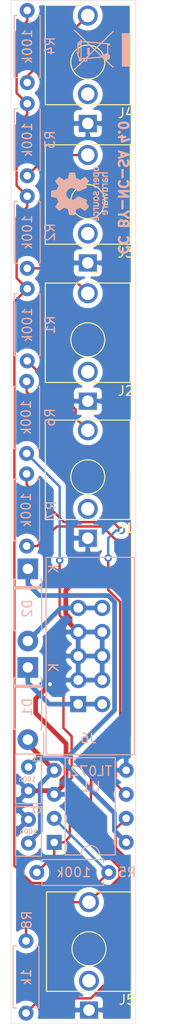
<source format=kicad_pcb>
(kicad_pcb (version 20171130) (host pcbnew "(5.1.4)-1")

  (general
    (thickness 1.6)
    (drawings 5)
    (tracks 149)
    (zones 0)
    (modules 21)
    (nets 15)
  )

  (page A4)
  (layers
    (0 F.Cu signal)
    (31 B.Cu signal)
    (32 B.Adhes user)
    (33 F.Adhes user)
    (34 B.Paste user)
    (35 F.Paste user)
    (36 B.SilkS user)
    (37 F.SilkS user)
    (38 B.Mask user)
    (39 F.Mask user)
    (40 Dwgs.User user)
    (41 Cmts.User user)
    (42 Eco1.User user)
    (43 Eco2.User user)
    (44 Edge.Cuts user)
    (45 Margin user)
    (46 B.CrtYd user)
    (47 F.CrtYd user)
    (48 B.Fab user)
    (49 F.Fab user)
  )

  (setup
    (last_trace_width 0.25)
    (trace_clearance 0.2)
    (zone_clearance 0.508)
    (zone_45_only no)
    (trace_min 0.2)
    (via_size 0.8)
    (via_drill 0.4)
    (via_min_size 0.4)
    (via_min_drill 0.3)
    (uvia_size 0.3)
    (uvia_drill 0.1)
    (uvias_allowed no)
    (uvia_min_size 0.2)
    (uvia_min_drill 0.1)
    (edge_width 0.05)
    (segment_width 0.2)
    (pcb_text_width 0.3)
    (pcb_text_size 1.5 1.5)
    (mod_edge_width 0.12)
    (mod_text_size 1 1)
    (mod_text_width 0.15)
    (pad_size 6.4 3.2)
    (pad_drill 6.4)
    (pad_to_mask_clearance 0.051)
    (solder_mask_min_width 0.25)
    (aux_axis_origin 0 0)
    (visible_elements 7FFFFFFF)
    (pcbplotparams
      (layerselection 0x010fc_ffffffff)
      (usegerberextensions false)
      (usegerberattributes false)
      (usegerberadvancedattributes false)
      (creategerberjobfile false)
      (excludeedgelayer true)
      (linewidth 0.100000)
      (plotframeref false)
      (viasonmask false)
      (mode 1)
      (useauxorigin false)
      (hpglpennumber 1)
      (hpglpenspeed 20)
      (hpglpendiameter 15.000000)
      (psnegative false)
      (psa4output false)
      (plotreference true)
      (plotvalue true)
      (plotinvisibletext false)
      (padsonsilk false)
      (subtractmaskfromsilk false)
      (outputformat 1)
      (mirror false)
      (drillshape 1)
      (scaleselection 1)
      (outputdirectory ""))
  )

  (net 0 "")
  (net 1 +12V)
  (net 2 Earth)
  (net 3 -12V)
  (net 4 "Net-(D1-Pad1)")
  (net 5 "Net-(D2-Pad2)")
  (net 6 "Net-(J1-PadT)")
  (net 7 "Net-(J2-PadT)")
  (net 8 "Net-(J3-PadT)")
  (net 9 "Net-(J4-PadT)")
  (net 10 "Net-(J5-PadT)")
  (net 11 "Net-(R1-Pad1)")
  (net 12 "Net-(R5-Pad1)")
  (net 13 "Net-(R6-Pad1)")
  (net 14 "Net-(R8-Pad2)")

  (net_class Default "This is the default net class."
    (clearance 0.2)
    (trace_width 0.25)
    (via_dia 0.8)
    (via_drill 0.4)
    (uvia_dia 0.3)
    (uvia_drill 0.1)
    (add_net "Net-(J1-PadT)")
    (add_net "Net-(J2-PadT)")
    (add_net "Net-(J3-PadT)")
    (add_net "Net-(J4-PadT)")
    (add_net "Net-(J5-PadT)")
    (add_net "Net-(R1-Pad1)")
    (add_net "Net-(R5-Pad1)")
    (add_net "Net-(R6-Pad1)")
    (add_net "Net-(R8-Pad2)")
  )

  (net_class Power ""
    (clearance 0.2)
    (trace_width 0.5)
    (via_dia 0.8)
    (via_drill 0.4)
    (uvia_dia 0.3)
    (uvia_drill 0.1)
    (add_net +12V)
    (add_net -12V)
    (add_net Earth)
    (add_net "Net-(D1-Pad1)")
    (add_net "Net-(D2-Pad2)")
  )

  (module Symbol:WEEE-Logo_4.2x6mm_SilkScreen (layer B.Cu) (tedit 0) (tstamp 6055F994)
    (at 147.32 58.9788 270)
    (descr "Waste Electrical and Electronic Equipment Directive")
    (tags "Logo WEEE")
    (path /60041A75)
    (attr virtual)
    (fp_text reference J26 (at 0 0 90) (layer B.SilkS) hide
      (effects (font (size 1 1) (thickness 0.15)) (justify mirror))
    )
    (fp_text value WEEE (at 0.75 0 90) (layer B.Fab) hide
      (effects (font (size 1 1) (thickness 0.15)) (justify mirror))
    )
    (fp_poly (pts (xy 1.747822 -3.017822) (xy -1.772971 -3.017822) (xy -1.772971 -2.150198) (xy 1.747822 -2.150198)
      (xy 1.747822 -3.017822)) (layer B.SilkS) (width 0.01))
    (fp_poly (pts (xy 2.12443 2.935152) (xy 2.123811 2.848069) (xy 1.672086 2.389109) (xy 1.220361 1.930148)
      (xy 1.220032 1.719529) (xy 1.219703 1.508911) (xy 0.94461 1.508911) (xy 0.937522 1.45547)
      (xy 0.934838 1.431112) (xy 0.930313 1.385241) (xy 0.924191 1.320595) (xy 0.916712 1.239909)
      (xy 0.908119 1.145919) (xy 0.898654 1.041363) (xy 0.888558 0.928975) (xy 0.878074 0.811493)
      (xy 0.867444 0.691652) (xy 0.856909 0.572189) (xy 0.846713 0.455841) (xy 0.837095 0.345343)
      (xy 0.8283 0.243431) (xy 0.820568 0.152842) (xy 0.814142 0.076313) (xy 0.809263 0.016579)
      (xy 0.806175 -0.023624) (xy 0.805117 -0.041559) (xy 0.805118 -0.041644) (xy 0.812827 -0.056035)
      (xy 0.835981 -0.085748) (xy 0.874895 -0.131131) (xy 0.929884 -0.192529) (xy 1.001264 -0.270288)
      (xy 1.089349 -0.364754) (xy 1.194454 -0.476272) (xy 1.316895 -0.605188) (xy 1.35131 -0.641287)
      (xy 1.897137 -1.213416) (xy 1.808881 -1.301436) (xy 1.737485 -1.223758) (xy 1.711366 -1.195686)
      (xy 1.670566 -1.152274) (xy 1.617777 -1.096366) (xy 1.555691 -1.030808) (xy 1.487 -0.958441)
      (xy 1.414396 -0.882112) (xy 1.37096 -0.836524) (xy 1.289416 -0.751119) (xy 1.223504 -0.68271)
      (xy 1.171544 -0.630053) (xy 1.131855 -0.591905) (xy 1.102757 -0.56702) (xy 1.082569 -0.554156)
      (xy 1.06961 -0.552068) (xy 1.0622 -0.559513) (xy 1.058658 -0.575246) (xy 1.057303 -0.598023)
      (xy 1.057121 -0.604239) (xy 1.047703 -0.647061) (xy 1.024497 -0.698819) (xy 0.992136 -0.751328)
      (xy 0.955252 -0.796403) (xy 0.940493 -0.810328) (xy 0.864767 -0.859047) (xy 0.776308 -0.886306)
      (xy 0.6981 -0.892773) (xy 0.609468 -0.880576) (xy 0.527612 -0.844813) (xy 0.455164 -0.786722)
      (xy 0.441797 -0.772262) (xy 0.392918 -0.716733) (xy -0.452674 -0.716733) (xy -0.452674 -0.892773)
      (xy -0.67901 -0.892773) (xy -0.67901 -0.810531) (xy -0.68185 -0.754386) (xy -0.691393 -0.715416)
      (xy -0.702991 -0.694219) (xy -0.711277 -0.679052) (xy -0.718373 -0.657062) (xy -0.724748 -0.624987)
      (xy -0.730872 -0.579569) (xy -0.737216 -0.517548) (xy -0.74425 -0.435662) (xy -0.749066 -0.374746)
      (xy -0.771161 -0.089343) (xy -1.313565 -0.638805) (xy -1.411637 -0.738228) (xy -1.505784 -0.833815)
      (xy -1.594285 -0.92381) (xy -1.67542 -1.006457) (xy -1.747469 -1.080001) (xy -1.808712 -1.142684)
      (xy -1.857427 -1.192752) (xy -1.891896 -1.228448) (xy -1.910379 -1.247995) (xy -1.940743 -1.278944)
      (xy -1.966071 -1.30053) (xy -1.979695 -1.307723) (xy -1.997095 -1.299297) (xy -2.02246 -1.278245)
      (xy -2.031058 -1.269671) (xy -2.067514 -1.23162) (xy -1.866802 -1.027658) (xy -1.815596 -0.975699)
      (xy -1.749569 -0.90882) (xy -1.671618 -0.82995) (xy -1.584638 -0.742014) (xy -1.491526 -0.647941)
      (xy -1.395179 -0.550658) (xy -1.298492 -0.453093) (xy -1.229134 -0.383145) (xy -1.123703 -0.27655)
      (xy -1.035129 -0.186307) (xy -0.962281 -0.111192) (xy -0.904023 -0.049986) (xy -0.859225 -0.001466)
      (xy -0.837021 0.023871) (xy -0.658724 0.023871) (xy -0.636401 -0.261555) (xy -0.629669 -0.345219)
      (xy -0.623157 -0.421727) (xy -0.617234 -0.487081) (xy -0.612268 -0.537281) (xy -0.608629 -0.568329)
      (xy -0.607458 -0.575273) (xy -0.600838 -0.603565) (xy 0.348636 -0.603565) (xy 0.354974 -0.524606)
      (xy 0.37411 -0.431315) (xy 0.414154 -0.348791) (xy 0.472582 -0.280038) (xy 0.546871 -0.228063)
      (xy 0.630252 -0.196863) (xy 0.657302 -0.182228) (xy 0.670844 -0.150819) (xy 0.671128 -0.149434)
      (xy 0.672753 -0.136174) (xy 0.670744 -0.122595) (xy 0.663142 -0.106181) (xy 0.647984 -0.084411)
      (xy 0.623312 -0.054767) (xy 0.587164 -0.014732) (xy 0.53758 0.038215) (xy 0.472599 0.106591)
      (xy 0.468401 0.110995) (xy 0.398507 0.184389) (xy 0.3242 0.262563) (xy 0.250586 0.340136)
      (xy 0.182771 0.411725) (xy 0.12586 0.471949) (xy 0.113168 0.485413) (xy 0.064513 0.53618)
      (xy 0.021291 0.579625) (xy -0.013395 0.612759) (xy -0.036444 0.632595) (xy -0.044182 0.636954)
      (xy -0.055722 0.62783) (xy -0.08271 0.6028) (xy -0.123021 0.563948) (xy -0.174529 0.513357)
      (xy -0.235109 0.453112) (xy -0.302636 0.385296) (xy -0.357826 0.329435) (xy -0.658724 0.023871)
      (xy -0.837021 0.023871) (xy -0.826751 0.035589) (xy -0.805471 0.062401) (xy -0.794251 0.080192)
      (xy -0.791754 0.08843) (xy -0.7927 0.10641) (xy -0.795573 0.147108) (xy -0.800187 0.208181)
      (xy -0.806358 0.287287) (xy -0.813898 0.382086) (xy -0.822621 0.490233) (xy -0.832343 0.609388)
      (xy -0.842876 0.737209) (xy -0.851365 0.839365) (xy -0.899396 1.415326) (xy -0.775805 1.415326)
      (xy -0.775273 1.402896) (xy -0.772769 1.36789) (xy -0.768496 1.312785) (xy -0.762653 1.240057)
      (xy -0.755443 1.152186) (xy -0.747066 1.051649) (xy -0.737723 0.940923) (xy -0.728758 0.835795)
      (xy -0.718602 0.716517) (xy -0.709142 0.60392) (xy -0.700596 0.500695) (xy -0.693179 0.409527)
      (xy -0.687108 0.333105) (xy -0.682601 0.274117) (xy -0.679873 0.235251) (xy -0.679116 0.220156)
      (xy -0.677935 0.210762) (xy -0.673256 0.207034) (xy -0.663276 0.210529) (xy -0.64619 0.222801)
      (xy -0.620196 0.245406) (xy -0.58349 0.2799) (xy -0.534267 0.327838) (xy -0.470726 0.390776)
      (xy -0.403305 0.458032) (xy -0.127601 0.733523) (xy -0.129533 0.735594) (xy 0.05271 0.735594)
      (xy 0.061016 0.72422) (xy 0.084267 0.697437) (xy 0.120135 0.657708) (xy 0.166287 0.607493)
      (xy 0.220394 0.549254) (xy 0.280126 0.485453) (xy 0.343152 0.418551) (xy 0.407142 0.35101)
      (xy 0.469764 0.28529) (xy 0.52869 0.223854) (xy 0.581588 0.169163) (xy 0.626128 0.123678)
      (xy 0.65998 0.089862) (xy 0.680812 0.070174) (xy 0.686494 0.066163) (xy 0.688366 0.079109)
      (xy 0.692254 0.114866) (xy 0.697943 0.171196) (xy 0.705219 0.24586) (xy 0.713869 0.33662)
      (xy 0.723678 0.441238) (xy 0.734434 0.557474) (xy 0.745921 0.683092) (xy 0.755093 0.784382)
      (xy 0.766826 0.915721) (xy 0.777665 1.039448) (xy 0.78743 1.153319) (xy 0.795937 1.255089)
      (xy 0.803005 1.342513) (xy 0.808451 1.413347) (xy 0.812092 1.465347) (xy 0.813747 1.496268)
      (xy 0.813558 1.504297) (xy 0.803666 1.497146) (xy 0.778476 1.474159) (xy 0.74019 1.437561)
      (xy 0.691011 1.389578) (xy 0.633139 1.332434) (xy 0.568778 1.268353) (xy 0.500129 1.199562)
      (xy 0.429395 1.128284) (xy 0.358778 1.056745) (xy 0.29048 0.98717) (xy 0.226704 0.921783)
      (xy 0.16965 0.862809) (xy 0.121522 0.812473) (xy 0.084522 0.773001) (xy 0.060852 0.746617)
      (xy 0.05271 0.735594) (xy -0.129533 0.735594) (xy -0.230409 0.843705) (xy -0.282768 0.899623)
      (xy -0.341535 0.962052) (xy -0.404385 1.028557) (xy -0.468995 1.096702) (xy -0.533042 1.164052)
      (xy -0.594203 1.228172) (xy -0.650153 1.286628) (xy -0.69857 1.336982) (xy -0.73713 1.376802)
      (xy -0.763509 1.40365) (xy -0.775384 1.415092) (xy -0.775805 1.415326) (xy -0.899396 1.415326)
      (xy -0.911401 1.559274) (xy -1.511938 2.190842) (xy -2.112475 2.822411) (xy -2.112034 2.910685)
      (xy -2.111592 2.99896) (xy -2.014583 2.895334) (xy -1.960291 2.837537) (xy -1.896192 2.769632)
      (xy -1.824016 2.693428) (xy -1.745492 2.610731) (xy -1.662349 2.523347) (xy -1.576319 2.433085)
      (xy -1.48913 2.34175) (xy -1.402513 2.251151) (xy -1.318197 2.163093) (xy -1.237912 2.079385)
      (xy -1.163387 2.001833) (xy -1.096354 1.932243) (xy -1.038541 1.872424) (xy -0.991679 1.824182)
      (xy -0.957496 1.789324) (xy -0.937724 1.769657) (xy -0.93339 1.765884) (xy -0.933092 1.779008)
      (xy -0.934731 1.812611) (xy -0.938023 1.86212) (xy -0.942682 1.922963) (xy -0.944682 1.947268)
      (xy -0.959577 2.125049) (xy -0.842955 2.125049) (xy -0.836934 2.096757) (xy -0.833863 2.074382)
      (xy -0.829548 2.032283) (xy -0.824488 1.975822) (xy -0.819181 1.910365) (xy -0.817344 1.886138)
      (xy -0.811927 1.816579) (xy -0.806459 1.751982) (xy -0.801488 1.698452) (xy -0.797561 1.66209)
      (xy -0.796675 1.655491) (xy -0.793334 1.641944) (xy -0.786101 1.626086) (xy -0.77344 1.606139)
      (xy -0.753811 1.580327) (xy -0.725678 1.546871) (xy -0.687502 1.503993) (xy -0.637746 1.449917)
      (xy -0.574871 1.382864) (xy -0.497341 1.301057) (xy -0.418251 1.21805) (xy -0.339564 1.135906)
      (xy -0.266112 1.059831) (xy -0.199724 0.991675) (xy -0.142227 0.933288) (xy -0.095451 0.886519)
      (xy -0.061224 0.853218) (xy -0.041373 0.835233) (xy -0.03714 0.832558) (xy -0.026003 0.842259)
      (xy 0.000029 0.867559) (xy 0.03843 0.905918) (xy 0.086672 0.9548) (xy 0.14223 1.011666)
      (xy 0.182408 1.053094) (xy 0.392169 1.27) (xy -0.226337 1.27) (xy -0.226337 1.508911)
      (xy 0.528119 1.508911) (xy 0.528119 1.402458) (xy 0.666435 1.540346) (xy 0.764553 1.63816)
      (xy 0.955643 1.63816) (xy 0.957471 1.62273) (xy 0.966723 1.614133) (xy 0.98905 1.610387)
      (xy 1.030105 1.609511) (xy 1.037376 1.609505) (xy 1.119109 1.609505) (xy 1.119109 1.828828)
      (xy 1.037376 1.747821) (xy 0.99127 1.698572) (xy 0.963694 1.660841) (xy 0.955643 1.63816)
      (xy 0.764553 1.63816) (xy 0.804752 1.678234) (xy 0.804752 1.801048) (xy 0.805137 1.85755)
      (xy 0.8069 1.893495) (xy 0.81095 1.91347) (xy 0.818199 1.922063) (xy 0.82913 1.923861)
      (xy 0.841288 1.926502) (xy 0.850273 1.937088) (xy 0.857174 1.959619) (xy 0.863076 1.998091)
      (xy 0.869065 2.056502) (xy 0.870987 2.077896) (xy 0.875148 2.125049) (xy -0.842955 2.125049)
      (xy -0.959577 2.125049) (xy -1.119109 2.125049) (xy -1.119109 2.238218) (xy -1.051314 2.238218)
      (xy -1.011662 2.239304) (xy -0.990116 2.244546) (xy -0.98748 2.247666) (xy -0.848616 2.247666)
      (xy -0.841308 2.240538) (xy -0.815993 2.238338) (xy -0.798908 2.238218) (xy -0.741881 2.238218)
      (xy -0.529221 2.238218) (xy 0.885302 2.238218) (xy 0.837458 2.287214) (xy 0.76315 2.347676)
      (xy 0.671184 2.394309) (xy 0.560002 2.427751) (xy 0.449529 2.446247) (xy 0.377227 2.454878)
      (xy 0.377227 2.36396) (xy -0.201188 2.36396) (xy -0.201188 2.467107) (xy -0.286065 2.458504)
      (xy -0.345368 2.451244) (xy -0.408551 2.441621) (xy -0.446386 2.434748) (xy -0.521832 2.419593)
      (xy -0.525526 2.328905) (xy -0.529221 2.238218) (xy -0.741881 2.238218) (xy -0.741881 2.288515)
      (xy -0.743544 2.320024) (xy -0.747697 2.337537) (xy -0.749371 2.338812) (xy -0.767987 2.330746)
      (xy -0.795183 2.31118) (xy -0.822448 2.287056) (xy -0.841267 2.265318) (xy -0.842943 2.262492)
      (xy -0.848616 2.247666) (xy -0.98748 2.247666) (xy -0.979662 2.256919) (xy -0.975442 2.270396)
      (xy -0.958219 2.305373) (xy -0.925138 2.347421) (xy -0.881893 2.390644) (xy -0.834174 2.429146)
      (xy -0.80283 2.449199) (xy -0.767123 2.471149) (xy -0.748819 2.489589) (xy -0.742388 2.511332)
      (xy -0.741894 2.524282) (xy -0.741894 2.527425) (xy -0.100594 2.527425) (xy -0.100594 2.464554)
      (xy 0.276633 2.464554) (xy 0.276633 2.527425) (xy -0.100594 2.527425) (xy -0.741894 2.527425)
      (xy -0.741881 2.565148) (xy -0.636048 2.565148) (xy -0.587355 2.563971) (xy -0.549405 2.560835)
      (xy -0.528308 2.556329) (xy -0.526023 2.554505) (xy -0.512641 2.551705) (xy -0.480074 2.552852)
      (xy -0.433916 2.557607) (xy -0.402376 2.561997) (xy -0.345188 2.570622) (xy -0.292886 2.578409)
      (xy -0.253582 2.584153) (xy -0.242055 2.585785) (xy -0.211937 2.595112) (xy -0.201188 2.609728)
      (xy -0.19792 2.61568) (xy -0.18623 2.620222) (xy -0.163288 2.62353) (xy -0.126265 2.625785)
      (xy -0.072332 2.627166) (xy 0.00134 2.62785) (xy 0.08802 2.62802) (xy 0.180529 2.627923)
      (xy 0.250906 2.62747) (xy 0.302164 2.62641) (xy 0.33732 2.624497) (xy 0.359389 2.621481)
      (xy 0.371385 2.617115) (xy 0.376324 2.611151) (xy 0.377227 2.604216) (xy 0.384921 2.582205)
      (xy 0.410121 2.569679) (xy 0.456009 2.565212) (xy 0.464264 2.565148) (xy 0.541973 2.557132)
      (xy 0.630233 2.535064) (xy 0.721085 2.501916) (xy 0.80657 2.460661) (xy 0.878726 2.414269)
      (xy 0.888072 2.406918) (xy 0.918533 2.383002) (xy 0.936572 2.373424) (xy 0.949169 2.37652)
      (xy 0.9621 2.389296) (xy 1.000293 2.414322) (xy 1.049998 2.423929) (xy 1.103524 2.418933)
      (xy 1.153178 2.400149) (xy 1.191267 2.368394) (xy 1.194025 2.364703) (xy 1.222526 2.305425)
      (xy 1.227828 2.244066) (xy 1.210518 2.185573) (xy 1.17118 2.134896) (xy 1.16637 2.130711)
      (xy 1.13844 2.110833) (xy 1.110102 2.102079) (xy 1.070263 2.101447) (xy 1.060311 2.102008)
      (xy 1.021332 2.103438) (xy 1.001254 2.100161) (xy 0.993985 2.090272) (xy 0.99324 2.081039)
      (xy 0.991716 2.054256) (xy 0.987935 2.013975) (xy 0.985218 1.989876) (xy 0.981277 1.951599)
      (xy 0.982916 1.932004) (xy 0.992421 1.924842) (xy 1.009351 1.923861) (xy 1.019392 1.927099)
      (xy 1.03559 1.93758) (xy 1.059145 1.956452) (xy 1.091257 1.984865) (xy 1.133128 2.023965)
      (xy 1.185957 2.074903) (xy 1.250945 2.138827) (xy 1.329291 2.216886) (xy 1.422197 2.310228)
      (xy 1.530863 2.420002) (xy 1.583231 2.473048) (xy 2.125049 3.022233) (xy 2.12443 2.935152)) (layer B.SilkS) (width 0.01))
  )

  (module Symbol:OSHW-Logo_5.7x6mm_SilkScreen (layer B.Cu) (tedit 0) (tstamp 6055F97F)
    (at 144.9832 74.168 270)
    (descr "Open Source Hardware Logo")
    (tags "Logo OSHW")
    (path /600400DA)
    (attr virtual)
    (fp_text reference J27 (at 0 0 90) (layer B.SilkS) hide
      (effects (font (size 1 1) (thickness 0.15)) (justify mirror))
    )
    (fp_text value OSHW (at 0.75 0 90) (layer B.Fab) hide
      (effects (font (size 1 1) (thickness 0.15)) (justify mirror))
    )
    (fp_poly (pts (xy -1.908759 -1.469184) (xy -1.882247 -1.482282) (xy -1.849553 -1.505106) (xy -1.825725 -1.529996)
      (xy -1.809406 -1.561249) (xy -1.79924 -1.603166) (xy -1.793872 -1.660044) (xy -1.791944 -1.736184)
      (xy -1.791831 -1.768917) (xy -1.792161 -1.840656) (xy -1.793527 -1.891927) (xy -1.7965 -1.927404)
      (xy -1.801649 -1.951763) (xy -1.809543 -1.96968) (xy -1.817757 -1.981902) (xy -1.870187 -2.033905)
      (xy -1.93193 -2.065184) (xy -1.998536 -2.074592) (xy -2.065558 -2.06098) (xy -2.086792 -2.051354)
      (xy -2.137624 -2.024859) (xy -2.137624 -2.440052) (xy -2.100525 -2.420868) (xy -2.051643 -2.406025)
      (xy -1.991561 -2.402222) (xy -1.931564 -2.409243) (xy -1.886256 -2.425013) (xy -1.848675 -2.455047)
      (xy -1.816564 -2.498024) (xy -1.81415 -2.502436) (xy -1.803967 -2.523221) (xy -1.79653 -2.54417)
      (xy -1.791411 -2.569548) (xy -1.788181 -2.603618) (xy -1.786413 -2.650641) (xy -1.785677 -2.714882)
      (xy -1.785544 -2.787176) (xy -1.785544 -3.017822) (xy -1.923861 -3.017822) (xy -1.923861 -2.592533)
      (xy -1.962549 -2.559979) (xy -2.002738 -2.53394) (xy -2.040797 -2.529205) (xy -2.079066 -2.541389)
      (xy -2.099462 -2.55332) (xy -2.114642 -2.570313) (xy -2.125438 -2.595995) (xy -2.132683 -2.633991)
      (xy -2.137208 -2.687926) (xy -2.139844 -2.761425) (xy -2.140772 -2.810347) (xy -2.143911 -3.011535)
      (xy -2.209926 -3.015336) (xy -2.27594 -3.019136) (xy -2.27594 -1.77065) (xy -2.137624 -1.77065)
      (xy -2.134097 -1.840254) (xy -2.122215 -1.888569) (xy -2.10002 -1.918631) (xy -2.065559 -1.933471)
      (xy -2.030742 -1.936436) (xy -1.991329 -1.933028) (xy -1.965171 -1.919617) (xy -1.948814 -1.901896)
      (xy -1.935937 -1.882835) (xy -1.928272 -1.861601) (xy -1.924861 -1.831849) (xy -1.924749 -1.787236)
      (xy -1.925897 -1.74988) (xy -1.928532 -1.693604) (xy -1.932456 -1.656658) (xy -1.939063 -1.633223)
      (xy -1.949749 -1.61748) (xy -1.959833 -1.60838) (xy -2.00197 -1.588537) (xy -2.05184 -1.585332)
      (xy -2.080476 -1.592168) (xy -2.108828 -1.616464) (xy -2.127609 -1.663728) (xy -2.136712 -1.733624)
      (xy -2.137624 -1.77065) (xy -2.27594 -1.77065) (xy -2.27594 -1.458614) (xy -2.206782 -1.458614)
      (xy -2.16526 -1.460256) (xy -2.143838 -1.466087) (xy -2.137626 -1.477461) (xy -2.137624 -1.477798)
      (xy -2.134742 -1.488938) (xy -2.12203 -1.487673) (xy -2.096757 -1.475433) (xy -2.037869 -1.456707)
      (xy -1.971615 -1.454739) (xy -1.908759 -1.469184)) (layer B.SilkS) (width 0.01))
    (fp_poly (pts (xy -1.38421 -2.406555) (xy -1.325055 -2.422339) (xy -1.280023 -2.450948) (xy -1.248246 -2.488419)
      (xy -1.238366 -2.504411) (xy -1.231073 -2.521163) (xy -1.225974 -2.542592) (xy -1.222679 -2.572616)
      (xy -1.220797 -2.615154) (xy -1.219937 -2.674122) (xy -1.219707 -2.75344) (xy -1.219703 -2.774484)
      (xy -1.219703 -3.017822) (xy -1.280059 -3.017822) (xy -1.318557 -3.015126) (xy -1.347023 -3.008295)
      (xy -1.354155 -3.004083) (xy -1.373652 -2.996813) (xy -1.393566 -3.004083) (xy -1.426353 -3.01316)
      (xy -1.473978 -3.016813) (xy -1.526764 -3.015228) (xy -1.575036 -3.008589) (xy -1.603218 -3.000072)
      (xy -1.657753 -2.965063) (xy -1.691835 -2.916479) (xy -1.707157 -2.851882) (xy -1.707299 -2.850223)
      (xy -1.705955 -2.821566) (xy -1.584356 -2.821566) (xy -1.573726 -2.854161) (xy -1.55641 -2.872505)
      (xy -1.521652 -2.886379) (xy -1.475773 -2.891917) (xy -1.428988 -2.889191) (xy -1.391514 -2.878274)
      (xy -1.381015 -2.871269) (xy -1.362668 -2.838904) (xy -1.35802 -2.802111) (xy -1.35802 -2.753763)
      (xy -1.427582 -2.753763) (xy -1.493667 -2.75885) (xy -1.543764 -2.773263) (xy -1.574929 -2.795729)
      (xy -1.584356 -2.821566) (xy -1.705955 -2.821566) (xy -1.703987 -2.779647) (xy -1.68071 -2.723845)
      (xy -1.636948 -2.681647) (xy -1.630899 -2.677808) (xy -1.604907 -2.665309) (xy -1.572735 -2.65774)
      (xy -1.52776 -2.654061) (xy -1.474331 -2.653216) (xy -1.35802 -2.653169) (xy -1.35802 -2.604411)
      (xy -1.362953 -2.566581) (xy -1.375543 -2.541236) (xy -1.377017 -2.539887) (xy -1.405034 -2.5288)
      (xy -1.447326 -2.524503) (xy -1.494064 -2.526615) (xy -1.535418 -2.534756) (xy -1.559957 -2.546965)
      (xy -1.573253 -2.556746) (xy -1.587294 -2.558613) (xy -1.606671 -2.5506) (xy -1.635976 -2.530739)
      (xy -1.679803 -2.497063) (xy -1.683825 -2.493909) (xy -1.681764 -2.482236) (xy -1.664568 -2.462822)
      (xy -1.638433 -2.441248) (xy -1.609552 -2.423096) (xy -1.600478 -2.418809) (xy -1.56738 -2.410256)
      (xy -1.51888 -2.404155) (xy -1.464695 -2.401708) (xy -1.462161 -2.401703) (xy -1.38421 -2.406555)) (layer B.SilkS) (width 0.01))
    (fp_poly (pts (xy -0.993356 -2.40302) (xy -0.974539 -2.40866) (xy -0.968473 -2.421053) (xy -0.968218 -2.426647)
      (xy -0.967129 -2.44223) (xy -0.959632 -2.444676) (xy -0.939381 -2.433993) (xy -0.927351 -2.426694)
      (xy -0.8894 -2.411063) (xy -0.844072 -2.403334) (xy -0.796544 -2.40274) (xy -0.751995 -2.408513)
      (xy -0.715602 -2.419884) (xy -0.692543 -2.436088) (xy -0.687996 -2.456355) (xy -0.690291 -2.461843)
      (xy -0.70702 -2.484626) (xy -0.732963 -2.512647) (xy -0.737655 -2.517177) (xy -0.762383 -2.538005)
      (xy -0.783718 -2.544735) (xy -0.813555 -2.540038) (xy -0.825508 -2.536917) (xy -0.862705 -2.529421)
      (xy -0.888859 -2.532792) (xy -0.910946 -2.544681) (xy -0.931178 -2.560635) (xy -0.946079 -2.5807)
      (xy -0.956434 -2.608702) (xy -0.963029 -2.648467) (xy -0.966649 -2.703823) (xy -0.968078 -2.778594)
      (xy -0.968218 -2.82374) (xy -0.968218 -3.017822) (xy -1.09396 -3.017822) (xy -1.09396 -2.401683)
      (xy -1.031089 -2.401683) (xy -0.993356 -2.40302)) (layer B.SilkS) (width 0.01))
    (fp_poly (pts (xy -0.201188 -3.017822) (xy -0.270346 -3.017822) (xy -0.310488 -3.016645) (xy -0.331394 -3.011772)
      (xy -0.338922 -3.001186) (xy -0.339505 -2.994029) (xy -0.340774 -2.979676) (xy -0.348779 -2.976923)
      (xy -0.369815 -2.985771) (xy -0.386173 -2.994029) (xy -0.448977 -3.013597) (xy -0.517248 -3.014729)
      (xy -0.572752 -3.000135) (xy -0.624438 -2.964877) (xy -0.663838 -2.912835) (xy -0.685413 -2.85145)
      (xy -0.685962 -2.848018) (xy -0.689167 -2.810571) (xy -0.690761 -2.756813) (xy -0.690633 -2.716155)
      (xy -0.553279 -2.716155) (xy -0.550097 -2.770194) (xy -0.542859 -2.814735) (xy -0.53306 -2.839888)
      (xy -0.495989 -2.87426) (xy -0.451974 -2.886582) (xy -0.406584 -2.876618) (xy -0.367797 -2.846895)
      (xy -0.353108 -2.826905) (xy -0.344519 -2.80305) (xy -0.340496 -2.76823) (xy -0.339505 -2.71593)
      (xy -0.341278 -2.664139) (xy -0.345963 -2.618634) (xy -0.352603 -2.588181) (xy -0.35371 -2.585452)
      (xy -0.380491 -2.553) (xy -0.419579 -2.535183) (xy -0.463315 -2.532306) (xy -0.504038 -2.544674)
      (xy -0.534087 -2.572593) (xy -0.537204 -2.578148) (xy -0.546961 -2.612022) (xy -0.552277 -2.660728)
      (xy -0.553279 -2.716155) (xy -0.690633 -2.716155) (xy -0.690568 -2.69554) (xy -0.689664 -2.662563)
      (xy -0.683514 -2.580981) (xy -0.670733 -2.51973) (xy -0.649471 -2.474449) (xy -0.617878 -2.440779)
      (xy -0.587207 -2.421014) (xy -0.544354 -2.40712) (xy -0.491056 -2.402354) (xy -0.43648 -2.406236)
      (xy -0.389792 -2.418282) (xy -0.365124 -2.432693) (xy -0.339505 -2.455878) (xy -0.339505 -2.162773)
      (xy -0.201188 -2.162773) (xy -0.201188 -3.017822)) (layer B.SilkS) (width 0.01))
    (fp_poly (pts (xy 0.281524 -2.404237) (xy 0.331255 -2.407971) (xy 0.461291 -2.797773) (xy 0.481678 -2.728614)
      (xy 0.493946 -2.685874) (xy 0.510085 -2.628115) (xy 0.527512 -2.564625) (xy 0.536726 -2.53057)
      (xy 0.571388 -2.401683) (xy 0.714391 -2.401683) (xy 0.671646 -2.536857) (xy 0.650596 -2.603342)
      (xy 0.625167 -2.683539) (xy 0.59861 -2.767193) (xy 0.574902 -2.841782) (xy 0.520902 -3.011535)
      (xy 0.462598 -3.015328) (xy 0.404295 -3.019122) (xy 0.372679 -2.914734) (xy 0.353182 -2.849889)
      (xy 0.331904 -2.7784) (xy 0.313308 -2.715263) (xy 0.312574 -2.71275) (xy 0.298684 -2.669969)
      (xy 0.286429 -2.640779) (xy 0.277846 -2.629741) (xy 0.276082 -2.631018) (xy 0.269891 -2.64813)
      (xy 0.258128 -2.684787) (xy 0.242225 -2.736378) (xy 0.223614 -2.798294) (xy 0.213543 -2.832352)
      (xy 0.159007 -3.017822) (xy 0.043264 -3.017822) (xy -0.049263 -2.725471) (xy -0.075256 -2.643462)
      (xy -0.098934 -2.568987) (xy -0.11918 -2.505544) (xy -0.134874 -2.456632) (xy -0.144898 -2.425749)
      (xy -0.147945 -2.416726) (xy -0.145533 -2.407487) (xy -0.126592 -2.403441) (xy -0.087177 -2.403846)
      (xy -0.081007 -2.404152) (xy -0.007914 -2.407971) (xy 0.039957 -2.58401) (xy 0.057553 -2.648211)
      (xy 0.073277 -2.704649) (xy 0.085746 -2.748422) (xy 0.093574 -2.77463) (xy 0.09502 -2.778903)
      (xy 0.101014 -2.77399) (xy 0.113101 -2.748532) (xy 0.129893 -2.705997) (xy 0.150003 -2.64985)
      (xy 0.167003 -2.59913) (xy 0.231794 -2.400504) (xy 0.281524 -2.404237)) (layer B.SilkS) (width 0.01))
    (fp_poly (pts (xy 1.038411 -2.405417) (xy 1.091411 -2.41829) (xy 1.106731 -2.42511) (xy 1.136428 -2.442974)
      (xy 1.15922 -2.463093) (xy 1.176083 -2.488962) (xy 1.187998 -2.524073) (xy 1.195942 -2.57192)
      (xy 1.200894 -2.635996) (xy 1.203831 -2.719794) (xy 1.204947 -2.775768) (xy 1.209052 -3.017822)
      (xy 1.138932 -3.017822) (xy 1.096393 -3.016038) (xy 1.074476 -3.009942) (xy 1.068812 -2.999706)
      (xy 1.065821 -2.988637) (xy 1.052451 -2.990754) (xy 1.034233 -2.999629) (xy 0.988624 -3.013233)
      (xy 0.930007 -3.016899) (xy 0.868354 -3.010903) (xy 0.813638 -2.995521) (xy 0.80873 -2.993386)
      (xy 0.758723 -2.958255) (xy 0.725756 -2.909419) (xy 0.710587 -2.852333) (xy 0.711746 -2.831824)
      (xy 0.835508 -2.831824) (xy 0.846413 -2.859425) (xy 0.878745 -2.879204) (xy 0.93091 -2.889819)
      (xy 0.958787 -2.891228) (xy 1.005247 -2.88762) (xy 1.036129 -2.873597) (xy 1.043664 -2.866931)
      (xy 1.064076 -2.830666) (xy 1.068812 -2.797773) (xy 1.068812 -2.753763) (xy 1.007513 -2.753763)
      (xy 0.936256 -2.757395) (xy 0.886276 -2.768818) (xy 0.854696 -2.788824) (xy 0.847626 -2.797743)
      (xy 0.835508 -2.831824) (xy 0.711746 -2.831824) (xy 0.713971 -2.792456) (xy 0.736663 -2.735244)
      (xy 0.767624 -2.69658) (xy 0.786376 -2.679864) (xy 0.804733 -2.668878) (xy 0.828619 -2.66218)
      (xy 0.863957 -2.658326) (xy 0.916669 -2.655873) (xy 0.937577 -2.655168) (xy 1.068812 -2.650879)
      (xy 1.06862 -2.611158) (xy 1.063537 -2.569405) (xy 1.045162 -2.544158) (xy 1.008039 -2.52803)
      (xy 1.007043 -2.527742) (xy 0.95441 -2.5214) (xy 0.902906 -2.529684) (xy 0.86463 -2.549827)
      (xy 0.849272 -2.559773) (xy 0.83273 -2.558397) (xy 0.807275 -2.543987) (xy 0.792328 -2.533817)
      (xy 0.763091 -2.512088) (xy 0.74498 -2.4958) (xy 0.742074 -2.491137) (xy 0.75404 -2.467005)
      (xy 0.789396 -2.438185) (xy 0.804753 -2.428461) (xy 0.848901 -2.411714) (xy 0.908398 -2.402227)
      (xy 0.974487 -2.400095) (xy 1.038411 -2.405417)) (layer B.SilkS) (width 0.01))
    (fp_poly (pts (xy 1.635255 -2.401486) (xy 1.683595 -2.411015) (xy 1.711114 -2.425125) (xy 1.740064 -2.448568)
      (xy 1.698876 -2.500571) (xy 1.673482 -2.532064) (xy 1.656238 -2.547428) (xy 1.639102 -2.549776)
      (xy 1.614027 -2.542217) (xy 1.602257 -2.537941) (xy 1.55427 -2.531631) (xy 1.510324 -2.545156)
      (xy 1.47806 -2.57571) (xy 1.472819 -2.585452) (xy 1.467112 -2.611258) (xy 1.462706 -2.658817)
      (xy 1.459811 -2.724758) (xy 1.458631 -2.80571) (xy 1.458614 -2.817226) (xy 1.458614 -3.017822)
      (xy 1.320297 -3.017822) (xy 1.320297 -2.401683) (xy 1.389456 -2.401683) (xy 1.429333 -2.402725)
      (xy 1.450107 -2.407358) (xy 1.457789 -2.417849) (xy 1.458614 -2.427745) (xy 1.458614 -2.453806)
      (xy 1.491745 -2.427745) (xy 1.529735 -2.409965) (xy 1.58077 -2.401174) (xy 1.635255 -2.401486)) (layer B.SilkS) (width 0.01))
    (fp_poly (pts (xy 2.032581 -2.40497) (xy 2.092685 -2.420597) (xy 2.143021 -2.452848) (xy 2.167393 -2.47694)
      (xy 2.207345 -2.533895) (xy 2.230242 -2.599965) (xy 2.238108 -2.681182) (xy 2.238148 -2.687748)
      (xy 2.238218 -2.753763) (xy 1.858264 -2.753763) (xy 1.866363 -2.788342) (xy 1.880987 -2.819659)
      (xy 1.906581 -2.852291) (xy 1.911935 -2.8575) (xy 1.957943 -2.885694) (xy 2.01041 -2.890475)
      (xy 2.070803 -2.871926) (xy 2.08104 -2.866931) (xy 2.112439 -2.851745) (xy 2.13347 -2.843094)
      (xy 2.137139 -2.842293) (xy 2.149948 -2.850063) (xy 2.174378 -2.869072) (xy 2.186779 -2.87946)
      (xy 2.212476 -2.903321) (xy 2.220915 -2.919077) (xy 2.215058 -2.933571) (xy 2.211928 -2.937534)
      (xy 2.190725 -2.954879) (xy 2.155738 -2.975959) (xy 2.131337 -2.988265) (xy 2.062072 -3.009946)
      (xy 1.985388 -3.016971) (xy 1.912765 -3.008647) (xy 1.892426 -3.002686) (xy 1.829476 -2.968952)
      (xy 1.782815 -2.917045) (xy 1.752173 -2.846459) (xy 1.737282 -2.756692) (xy 1.735647 -2.709753)
      (xy 1.740421 -2.641413) (xy 1.86099 -2.641413) (xy 1.872652 -2.646465) (xy 1.903998 -2.650429)
      (xy 1.949571 -2.652768) (xy 1.980446 -2.653169) (xy 2.035981 -2.652783) (xy 2.071033 -2.650975)
      (xy 2.090262 -2.646773) (xy 2.09833 -2.639203) (xy 2.099901 -2.628218) (xy 2.089121 -2.594381)
      (xy 2.06198 -2.56094) (xy 2.026277 -2.535272) (xy 1.99056 -2.524772) (xy 1.942048 -2.534086)
      (xy 1.900053 -2.561013) (xy 1.870936 -2.599827) (xy 1.86099 -2.641413) (xy 1.740421 -2.641413)
      (xy 1.742599 -2.610236) (xy 1.764055 -2.530949) (xy 1.80047 -2.471263) (xy 1.852297 -2.430549)
      (xy 1.91999 -2.408179) (xy 1.956662 -2.403871) (xy 2.032581 -2.40497)) (layer B.SilkS) (width 0.01))
    (fp_poly (pts (xy -2.538261 -1.465148) (xy -2.472479 -1.494231) (xy -2.42254 -1.542793) (xy -2.388374 -1.610908)
      (xy -2.369907 -1.698651) (xy -2.368583 -1.712351) (xy -2.367546 -1.808939) (xy -2.380993 -1.893602)
      (xy -2.408108 -1.962221) (xy -2.422627 -1.984294) (xy -2.473201 -2.031011) (xy -2.537609 -2.061268)
      (xy -2.609666 -2.073824) (xy -2.683185 -2.067439) (xy -2.739072 -2.047772) (xy -2.787132 -2.014629)
      (xy -2.826412 -1.971175) (xy -2.827092 -1.970158) (xy -2.843044 -1.943338) (xy -2.85341 -1.916368)
      (xy -2.859688 -1.882332) (xy -2.863373 -1.83431) (xy -2.864997 -1.794931) (xy -2.865672 -1.759219)
      (xy -2.739955 -1.759219) (xy -2.738726 -1.79477) (xy -2.734266 -1.842094) (xy -2.726397 -1.872465)
      (xy -2.712207 -1.894072) (xy -2.698917 -1.906694) (xy -2.651802 -1.933122) (xy -2.602505 -1.936653)
      (xy -2.556593 -1.917639) (xy -2.533638 -1.896331) (xy -2.517096 -1.874859) (xy -2.507421 -1.854313)
      (xy -2.503174 -1.827574) (xy -2.50292 -1.787523) (xy -2.504228 -1.750638) (xy -2.507043 -1.697947)
      (xy -2.511505 -1.663772) (xy -2.519548 -1.64148) (xy -2.533103 -1.624442) (xy -2.543845 -1.614703)
      (xy -2.588777 -1.589123) (xy -2.637249 -1.587847) (xy -2.677894 -1.602999) (xy -2.712567 -1.634642)
      (xy -2.733224 -1.68662) (xy -2.739955 -1.759219) (xy -2.865672 -1.759219) (xy -2.866479 -1.716621)
      (xy -2.863948 -1.658056) (xy -2.856362 -1.614007) (xy -2.842681 -1.579248) (xy -2.821865 -1.548551)
      (xy -2.814147 -1.539436) (xy -2.765889 -1.494021) (xy -2.714128 -1.467493) (xy -2.650828 -1.456379)
      (xy -2.619961 -1.455471) (xy -2.538261 -1.465148)) (layer B.SilkS) (width 0.01))
    (fp_poly (pts (xy -1.356699 -1.472614) (xy -1.344168 -1.478514) (xy -1.300799 -1.510283) (xy -1.25979 -1.556646)
      (xy -1.229168 -1.607696) (xy -1.220459 -1.631166) (xy -1.212512 -1.673091) (xy -1.207774 -1.723757)
      (xy -1.207199 -1.744679) (xy -1.207129 -1.810693) (xy -1.587083 -1.810693) (xy -1.578983 -1.845273)
      (xy -1.559104 -1.88617) (xy -1.524347 -1.921514) (xy -1.482998 -1.944282) (xy -1.456649 -1.94901)
      (xy -1.420916 -1.943273) (xy -1.378282 -1.928882) (xy -1.363799 -1.922262) (xy -1.31024 -1.895513)
      (xy -1.264533 -1.930376) (xy -1.238158 -1.953955) (xy -1.224124 -1.973417) (xy -1.223414 -1.979129)
      (xy -1.235951 -1.992973) (xy -1.263428 -2.014012) (xy -1.288366 -2.030425) (xy -1.355664 -2.05993)
      (xy -1.43111 -2.073284) (xy -1.505888 -2.069812) (xy -1.565495 -2.051663) (xy -1.626941 -2.012784)
      (xy -1.670608 -1.961595) (xy -1.697926 -1.895367) (xy -1.710322 -1.811371) (xy -1.711421 -1.772936)
      (xy -1.707022 -1.684861) (xy -1.706482 -1.682299) (xy -1.580582 -1.682299) (xy -1.577115 -1.690558)
      (xy -1.562863 -1.695113) (xy -1.53347 -1.697065) (xy -1.484575 -1.697517) (xy -1.465748 -1.697525)
      (xy -1.408467 -1.696843) (xy -1.372141 -1.694364) (xy -1.352604 -1.689443) (xy -1.34569 -1.681434)
      (xy -1.345445 -1.678862) (xy -1.353336 -1.658423) (xy -1.373085 -1.629789) (xy -1.381575 -1.619763)
      (xy -1.413094 -1.591408) (xy -1.445949 -1.580259) (xy -1.463651 -1.579327) (xy -1.511539 -1.590981)
      (xy -1.551699 -1.622285) (xy -1.577173 -1.667752) (xy -1.577625 -1.669233) (xy -1.580582 -1.682299)
      (xy -1.706482 -1.682299) (xy -1.692392 -1.61551) (xy -1.666038 -1.560025) (xy -1.633807 -1.520639)
      (xy -1.574217 -1.477931) (xy -1.504168 -1.455109) (xy -1.429661 -1.453046) (xy -1.356699 -1.472614)) (layer B.SilkS) (width 0.01))
    (fp_poly (pts (xy 0.014017 -1.456452) (xy 0.061634 -1.465482) (xy 0.111034 -1.48437) (xy 0.116312 -1.486777)
      (xy 0.153774 -1.506476) (xy 0.179717 -1.524781) (xy 0.188103 -1.536508) (xy 0.180117 -1.555632)
      (xy 0.16072 -1.58385) (xy 0.15211 -1.594384) (xy 0.116628 -1.635847) (xy 0.070885 -1.608858)
      (xy 0.02735 -1.590878) (xy -0.02295 -1.581267) (xy -0.071188 -1.58066) (xy -0.108533 -1.589691)
      (xy -0.117495 -1.595327) (xy -0.134563 -1.621171) (xy -0.136637 -1.650941) (xy -0.123866 -1.674197)
      (xy -0.116312 -1.678708) (xy -0.093675 -1.684309) (xy -0.053885 -1.690892) (xy -0.004834 -1.697183)
      (xy 0.004215 -1.69817) (xy 0.082996 -1.711798) (xy 0.140136 -1.734946) (xy 0.17803 -1.769752)
      (xy 0.199079 -1.818354) (xy 0.205635 -1.877718) (xy 0.196577 -1.945198) (xy 0.167164 -1.998188)
      (xy 0.117278 -2.036783) (xy 0.0468 -2.061081) (xy -0.031435 -2.070667) (xy -0.095234 -2.070552)
      (xy -0.146984 -2.061845) (xy -0.182327 -2.049825) (xy -0.226983 -2.02888) (xy -0.268253 -2.004574)
      (xy -0.282921 -1.993876) (xy -0.320643 -1.963084) (xy -0.275148 -1.917049) (xy -0.229653 -1.871013)
      (xy -0.177928 -1.905243) (xy -0.126048 -1.930952) (xy -0.070649 -1.944399) (xy -0.017395 -1.945818)
      (xy 0.028049 -1.935443) (xy 0.060016 -1.913507) (xy 0.070338 -1.894998) (xy 0.068789 -1.865314)
      (xy 0.04314 -1.842615) (xy -0.00654 -1.82694) (xy -0.060969 -1.819695) (xy -0.144736 -1.805873)
      (xy -0.206967 -1.779796) (xy -0.248493 -1.740699) (xy -0.270147 -1.68782) (xy -0.273147 -1.625126)
      (xy -0.258329 -1.559642) (xy -0.224546 -1.510144) (xy -0.171495 -1.476408) (xy -0.098874 -1.458207)
      (xy -0.045072 -1.454639) (xy 0.014017 -1.456452)) (layer B.SilkS) (width 0.01))
    (fp_poly (pts (xy 0.610762 -1.466055) (xy 0.674363 -1.500692) (xy 0.724123 -1.555372) (xy 0.747568 -1.599842)
      (xy 0.757634 -1.639121) (xy 0.764156 -1.695116) (xy 0.766951 -1.759621) (xy 0.765836 -1.824429)
      (xy 0.760626 -1.881334) (xy 0.754541 -1.911727) (xy 0.734014 -1.953306) (xy 0.698463 -1.997468)
      (xy 0.655619 -2.036087) (xy 0.613211 -2.061034) (xy 0.612177 -2.06143) (xy 0.559553 -2.072331)
      (xy 0.497188 -2.072601) (xy 0.437924 -2.062676) (xy 0.41504 -2.054722) (xy 0.356102 -2.0213)
      (xy 0.31389 -1.977511) (xy 0.286156 -1.919538) (xy 0.270651 -1.843565) (xy 0.267143 -1.803771)
      (xy 0.26759 -1.753766) (xy 0.402376 -1.753766) (xy 0.406917 -1.826732) (xy 0.419986 -1.882334)
      (xy 0.440756 -1.917861) (xy 0.455552 -1.92802) (xy 0.493464 -1.935104) (xy 0.538527 -1.933007)
      (xy 0.577487 -1.922812) (xy 0.587704 -1.917204) (xy 0.614659 -1.884538) (xy 0.632451 -1.834545)
      (xy 0.640024 -1.773705) (xy 0.636325 -1.708497) (xy 0.628057 -1.669253) (xy 0.60432 -1.623805)
      (xy 0.566849 -1.595396) (xy 0.52172 -1.585573) (xy 0.475011 -1.595887) (xy 0.439132 -1.621112)
      (xy 0.420277 -1.641925) (xy 0.409272 -1.662439) (xy 0.404026 -1.690203) (xy 0.402449 -1.732762)
      (xy 0.402376 -1.753766) (xy 0.26759 -1.753766) (xy 0.268094 -1.69758) (xy 0.285388 -1.610501)
      (xy 0.319029 -1.54253) (xy 0.369018 -1.493664) (xy 0.435356 -1.463899) (xy 0.449601 -1.460448)
      (xy 0.53521 -1.452345) (xy 0.610762 -1.466055)) (layer B.SilkS) (width 0.01))
    (fp_poly (pts (xy 0.993367 -1.654342) (xy 0.994555 -1.746563) (xy 0.998897 -1.81661) (xy 1.007558 -1.867381)
      (xy 1.021704 -1.901772) (xy 1.0425 -1.922679) (xy 1.07111 -1.933) (xy 1.106535 -1.935636)
      (xy 1.143636 -1.932682) (xy 1.171818 -1.921889) (xy 1.192243 -1.90036) (xy 1.206079 -1.865199)
      (xy 1.214491 -1.81351) (xy 1.218643 -1.742394) (xy 1.219703 -1.654342) (xy 1.219703 -1.458614)
      (xy 1.35802 -1.458614) (xy 1.35802 -2.062179) (xy 1.288862 -2.062179) (xy 1.24717 -2.060489)
      (xy 1.225701 -2.054556) (xy 1.219703 -2.043293) (xy 1.216091 -2.033261) (xy 1.201714 -2.035383)
      (xy 1.172736 -2.04958) (xy 1.106319 -2.07148) (xy 1.035875 -2.069928) (xy 0.968377 -2.046147)
      (xy 0.936233 -2.027362) (xy 0.911715 -2.007022) (xy 0.893804 -1.981573) (xy 0.881479 -1.947458)
      (xy 0.873723 -1.901121) (xy 0.869516 -1.839007) (xy 0.86784 -1.757561) (xy 0.867624 -1.694578)
      (xy 0.867624 -1.458614) (xy 0.993367 -1.458614) (xy 0.993367 -1.654342)) (layer B.SilkS) (width 0.01))
    (fp_poly (pts (xy 2.217226 -1.46388) (xy 2.29008 -1.49483) (xy 2.313027 -1.509895) (xy 2.342354 -1.533048)
      (xy 2.360764 -1.551253) (xy 2.363961 -1.557183) (xy 2.354935 -1.57034) (xy 2.331837 -1.592667)
      (xy 2.313344 -1.60825) (xy 2.262728 -1.648926) (xy 2.22276 -1.615295) (xy 2.191874 -1.593584)
      (xy 2.161759 -1.58609) (xy 2.127292 -1.58792) (xy 2.072561 -1.601528) (xy 2.034886 -1.629772)
      (xy 2.011991 -1.675433) (xy 2.001597 -1.741289) (xy 2.001595 -1.741331) (xy 2.002494 -1.814939)
      (xy 2.016463 -1.868946) (xy 2.044328 -1.905716) (xy 2.063325 -1.918168) (xy 2.113776 -1.933673)
      (xy 2.167663 -1.933683) (xy 2.214546 -1.918638) (xy 2.225644 -1.911287) (xy 2.253476 -1.892511)
      (xy 2.275236 -1.889434) (xy 2.298704 -1.903409) (xy 2.324649 -1.92851) (xy 2.365716 -1.97088)
      (xy 2.320121 -2.008464) (xy 2.249674 -2.050882) (xy 2.170233 -2.071785) (xy 2.087215 -2.070272)
      (xy 2.032694 -2.056411) (xy 1.96897 -2.022135) (xy 1.918005 -1.968212) (xy 1.894851 -1.930149)
      (xy 1.876099 -1.875536) (xy 1.866715 -1.806369) (xy 1.866643 -1.731407) (xy 1.875824 -1.659409)
      (xy 1.894199 -1.599137) (xy 1.897093 -1.592958) (xy 1.939952 -1.532351) (xy 1.997979 -1.488224)
      (xy 2.066591 -1.461493) (xy 2.141201 -1.453073) (xy 2.217226 -1.46388)) (layer B.SilkS) (width 0.01))
    (fp_poly (pts (xy 2.677898 -1.456457) (xy 2.710096 -1.464279) (xy 2.771825 -1.492921) (xy 2.82461 -1.536667)
      (xy 2.861141 -1.589117) (xy 2.86616 -1.600893) (xy 2.873045 -1.63174) (xy 2.877864 -1.677371)
      (xy 2.879505 -1.723492) (xy 2.879505 -1.810693) (xy 2.697178 -1.810693) (xy 2.621979 -1.810978)
      (xy 2.569003 -1.812704) (xy 2.535325 -1.817181) (xy 2.51802 -1.82572) (xy 2.514163 -1.83963)
      (xy 2.520829 -1.860222) (xy 2.53277 -1.884315) (xy 2.56608 -1.924525) (xy 2.612368 -1.944558)
      (xy 2.668944 -1.943905) (xy 2.733031 -1.922101) (xy 2.788417 -1.895193) (xy 2.834375 -1.931532)
      (xy 2.880333 -1.967872) (xy 2.837096 -2.007819) (xy 2.779374 -2.045563) (xy 2.708386 -2.06832)
      (xy 2.632029 -2.074688) (xy 2.558199 -2.063268) (xy 2.546287 -2.059393) (xy 2.481399 -2.025506)
      (xy 2.43313 -1.974986) (xy 2.400465 -1.906325) (xy 2.382385 -1.818014) (xy 2.382175 -1.816121)
      (xy 2.380556 -1.719878) (xy 2.3871 -1.685542) (xy 2.514852 -1.685542) (xy 2.526584 -1.690822)
      (xy 2.558438 -1.694867) (xy 2.605397 -1.697176) (xy 2.635154 -1.697525) (xy 2.690648 -1.697306)
      (xy 2.725346 -1.695916) (xy 2.743601 -1.692251) (xy 2.749766 -1.68521) (xy 2.748195 -1.67369)
      (xy 2.746878 -1.669233) (xy 2.724382 -1.627355) (xy 2.689003 -1.593604) (xy 2.65778 -1.578773)
      (xy 2.616301 -1.579668) (xy 2.574269 -1.598164) (xy 2.539012 -1.628786) (xy 2.517854 -1.666062)
      (xy 2.514852 -1.685542) (xy 2.3871 -1.685542) (xy 2.39669 -1.635229) (xy 2.428698 -1.564191)
      (xy 2.474701 -1.508779) (xy 2.532821 -1.471009) (xy 2.60118 -1.452896) (xy 2.677898 -1.456457)) (layer B.SilkS) (width 0.01))
    (fp_poly (pts (xy -0.754012 -1.469002) (xy -0.722717 -1.48395) (xy -0.692409 -1.505541) (xy -0.669318 -1.530391)
      (xy -0.6525 -1.562087) (xy -0.641006 -1.604214) (xy -0.633891 -1.660358) (xy -0.630207 -1.734106)
      (xy -0.629008 -1.829044) (xy -0.628989 -1.838985) (xy -0.628713 -2.062179) (xy -0.76703 -2.062179)
      (xy -0.76703 -1.856418) (xy -0.767128 -1.780189) (xy -0.767809 -1.724939) (xy -0.769651 -1.686501)
      (xy -0.773233 -1.660706) (xy -0.779132 -1.643384) (xy -0.787927 -1.630368) (xy -0.80018 -1.617507)
      (xy -0.843047 -1.589873) (xy -0.889843 -1.584745) (xy -0.934424 -1.602217) (xy -0.949928 -1.615221)
      (xy -0.96131 -1.627447) (xy -0.969481 -1.64054) (xy -0.974974 -1.658615) (xy -0.97832 -1.685787)
      (xy -0.980051 -1.72617) (xy -0.980697 -1.783879) (xy -0.980792 -1.854132) (xy -0.980792 -2.062179)
      (xy -1.119109 -2.062179) (xy -1.119109 -1.458614) (xy -1.04995 -1.458614) (xy -1.008428 -1.460256)
      (xy -0.987006 -1.466087) (xy -0.980795 -1.477461) (xy -0.980792 -1.477798) (xy -0.97791 -1.488938)
      (xy -0.965199 -1.487674) (xy -0.939926 -1.475434) (xy -0.882605 -1.457424) (xy -0.817037 -1.455421)
      (xy -0.754012 -1.469002)) (layer B.SilkS) (width 0.01))
    (fp_poly (pts (xy 1.79946 -1.45803) (xy 1.842711 -1.471245) (xy 1.870558 -1.487941) (xy 1.879629 -1.501145)
      (xy 1.877132 -1.516797) (xy 1.860931 -1.541385) (xy 1.847232 -1.5588) (xy 1.818992 -1.590283)
      (xy 1.797775 -1.603529) (xy 1.779688 -1.602664) (xy 1.726035 -1.58901) (xy 1.68663 -1.58963)
      (xy 1.654632 -1.605104) (xy 1.64389 -1.614161) (xy 1.609505 -1.646027) (xy 1.609505 -2.062179)
      (xy 1.471188 -2.062179) (xy 1.471188 -1.458614) (xy 1.540347 -1.458614) (xy 1.581869 -1.460256)
      (xy 1.603291 -1.466087) (xy 1.609502 -1.477461) (xy 1.609505 -1.477798) (xy 1.612439 -1.489713)
      (xy 1.625704 -1.488159) (xy 1.644084 -1.479563) (xy 1.682046 -1.463568) (xy 1.712872 -1.453945)
      (xy 1.752536 -1.451478) (xy 1.79946 -1.45803)) (layer B.SilkS) (width 0.01))
    (fp_poly (pts (xy 0.376964 2.709982) (xy 0.433812 2.40843) (xy 0.853338 2.235488) (xy 1.104984 2.406605)
      (xy 1.175458 2.45425) (xy 1.239163 2.49679) (xy 1.293126 2.532285) (xy 1.334373 2.55879)
      (xy 1.359934 2.574364) (xy 1.366895 2.577722) (xy 1.379435 2.569086) (xy 1.406231 2.545208)
      (xy 1.44428 2.509141) (xy 1.490579 2.463933) (xy 1.542123 2.412636) (xy 1.595909 2.358299)
      (xy 1.648935 2.303972) (xy 1.698195 2.252705) (xy 1.740687 2.207549) (xy 1.773407 2.171554)
      (xy 1.793351 2.14777) (xy 1.798119 2.13981) (xy 1.791257 2.125135) (xy 1.77202 2.092986)
      (xy 1.74243 2.046508) (xy 1.70451 1.988844) (xy 1.660282 1.92314) (xy 1.634654 1.885664)
      (xy 1.587941 1.817232) (xy 1.546432 1.75548) (xy 1.51214 1.703481) (xy 1.48708 1.664308)
      (xy 1.473264 1.641035) (xy 1.471188 1.636145) (xy 1.475895 1.622245) (xy 1.488723 1.58985)
      (xy 1.507738 1.543515) (xy 1.531003 1.487794) (xy 1.556584 1.427242) (xy 1.582545 1.366414)
      (xy 1.60695 1.309864) (xy 1.627863 1.262148) (xy 1.643349 1.227819) (xy 1.651472 1.211432)
      (xy 1.651952 1.210788) (xy 1.664707 1.207659) (xy 1.698677 1.200679) (xy 1.75034 1.190533)
      (xy 1.816176 1.177908) (xy 1.892664 1.163491) (xy 1.93729 1.155177) (xy 2.019021 1.139616)
      (xy 2.092843 1.124808) (xy 2.155021 1.111564) (xy 2.201822 1.100695) (xy 2.229509 1.093011)
      (xy 2.235074 1.090573) (xy 2.240526 1.07407) (xy 2.244924 1.0368) (xy 2.248272 0.98312)
      (xy 2.250574 0.917388) (xy 2.251832 0.843963) (xy 2.252048 0.767204) (xy 2.251227 0.691468)
      (xy 2.249371 0.621114) (xy 2.246482 0.5605) (xy 2.242565 0.513984) (xy 2.237622 0.485925)
      (xy 2.234657 0.480084) (xy 2.216934 0.473083) (xy 2.179381 0.463073) (xy 2.126964 0.451231)
      (xy 2.064652 0.438733) (xy 2.0429 0.43469) (xy 1.938024 0.41548) (xy 1.85518 0.400009)
      (xy 1.79163 0.387663) (xy 1.744637 0.377827) (xy 1.711463 0.369886) (xy 1.689371 0.363224)
      (xy 1.675624 0.357227) (xy 1.667484 0.351281) (xy 1.666345 0.350106) (xy 1.654977 0.331174)
      (xy 1.637635 0.294331) (xy 1.61605 0.244087) (xy 1.591954 0.184954) (xy 1.567079 0.121444)
      (xy 1.543157 0.058068) (xy 1.521919 -0.000662) (xy 1.505097 -0.050235) (xy 1.494422 -0.086139)
      (xy 1.491627 -0.103862) (xy 1.49186 -0.104483) (xy 1.501331 -0.11897) (xy 1.522818 -0.150844)
      (xy 1.554063 -0.196789) (xy 1.592807 -0.253485) (xy 1.636793 -0.317617) (xy 1.649319 -0.335842)
      (xy 1.693984 -0.401914) (xy 1.733288 -0.4622) (xy 1.765088 -0.513235) (xy 1.787245 -0.55156)
      (xy 1.797617 -0.573711) (xy 1.798119 -0.576432) (xy 1.789405 -0.590736) (xy 1.765325 -0.619072)
      (xy 1.728976 -0.658396) (xy 1.683453 -0.705661) (xy 1.631852 -0.757823) (xy 1.577267 -0.811835)
      (xy 1.522794 -0.864653) (xy 1.471529 -0.913231) (xy 1.426567 -0.954523) (xy 1.391004 -0.985485)
      (xy 1.367935 -1.00307) (xy 1.361554 -1.005941) (xy 1.346699 -0.999178) (xy 1.316286 -0.980939)
      (xy 1.275268 -0.954297) (xy 1.243709 -0.932852) (xy 1.186525 -0.893503) (xy 1.118806 -0.847171)
      (xy 1.05088 -0.800913) (xy 1.014361 -0.776155) (xy 0.890752 -0.692547) (xy 0.786991 -0.74865)
      (xy 0.73972 -0.773228) (xy 0.699523 -0.792331) (xy 0.672326 -0.803227) (xy 0.665402 -0.804743)
      (xy 0.657077 -0.793549) (xy 0.640654 -0.761917) (xy 0.617357 -0.712765) (xy 0.588414 -0.64901)
      (xy 0.55505 -0.573571) (xy 0.518491 -0.489364) (xy 0.479964 -0.399308) (xy 0.440694 -0.306321)
      (xy 0.401908 -0.21332) (xy 0.36483 -0.123223) (xy 0.330689 -0.038948) (xy 0.300708 0.036587)
      (xy 0.276116 0.100466) (xy 0.258136 0.149769) (xy 0.247997 0.181579) (xy 0.246366 0.192504)
      (xy 0.259291 0.206439) (xy 0.287589 0.22906) (xy 0.325346 0.255667) (xy 0.328515 0.257772)
      (xy 0.4261 0.335886) (xy 0.504786 0.427018) (xy 0.563891 0.528255) (xy 0.602732 0.636682)
      (xy 0.620628 0.749386) (xy 0.616897 0.863452) (xy 0.590857 0.975966) (xy 0.541825 1.084015)
      (xy 0.5274 1.107655) (xy 0.452369 1.203113) (xy 0.36373 1.279768) (xy 0.264549 1.33722)
      (xy 0.157895 1.375071) (xy 0.046836 1.392922) (xy -0.065561 1.390375) (xy -0.176227 1.36703)
      (xy -0.282094 1.32249) (xy -0.380095 1.256355) (xy -0.41041 1.229513) (xy -0.487562 1.145488)
      (xy -0.543782 1.057034) (xy -0.582347 0.957885) (xy -0.603826 0.859697) (xy -0.609128 0.749303)
      (xy -0.591448 0.63836) (xy -0.552581 0.530619) (xy -0.494323 0.429831) (xy -0.418469 0.339744)
      (xy -0.326817 0.264108) (xy -0.314772 0.256136) (xy -0.276611 0.230026) (xy -0.247601 0.207405)
      (xy -0.233732 0.192961) (xy -0.233531 0.192504) (xy -0.236508 0.176879) (xy -0.248311 0.141418)
      (xy -0.267714 0.089038) (xy -0.293488 0.022655) (xy -0.324409 -0.054814) (xy -0.359249 -0.14045)
      (xy -0.396783 -0.231337) (xy -0.435783 -0.324559) (xy -0.475023 -0.417197) (xy -0.513276 -0.506335)
      (xy -0.549317 -0.589055) (xy -0.581917 -0.662441) (xy -0.609852 -0.723575) (xy -0.631895 -0.769541)
      (xy -0.646818 -0.797421) (xy -0.652828 -0.804743) (xy -0.671191 -0.799041) (xy -0.705552 -0.783749)
      (xy -0.749984 -0.761599) (xy -0.774417 -0.74865) (xy -0.878178 -0.692547) (xy -1.001787 -0.776155)
      (xy -1.064886 -0.818987) (xy -1.13397 -0.866122) (xy -1.198707 -0.910503) (xy -1.231134 -0.932852)
      (xy -1.276741 -0.963477) (xy -1.31536 -0.987747) (xy -1.341952 -1.002587) (xy -1.35059 -1.005724)
      (xy -1.363161 -0.997261) (xy -1.390984 -0.973636) (xy -1.431361 -0.937302) (xy -1.481595 -0.890711)
      (xy -1.538988 -0.836317) (xy -1.575286 -0.801392) (xy -1.63879 -0.738996) (xy -1.693673 -0.683188)
      (xy -1.737714 -0.636354) (xy -1.768695 -0.600882) (xy -1.784398 -0.579161) (xy -1.785905 -0.574752)
      (xy -1.778914 -0.557985) (xy -1.759594 -0.524082) (xy -1.730091 -0.476476) (xy -1.692545 -0.418599)
      (xy -1.6491 -0.353884) (xy -1.636745 -0.335842) (xy -1.591727 -0.270267) (xy -1.55134 -0.211228)
      (xy -1.51784 -0.162042) (xy -1.493486 -0.126028) (xy -1.480536 -0.106502) (xy -1.479285 -0.104483)
      (xy -1.481156 -0.088922) (xy -1.491087 -0.054709) (xy -1.507347 -0.006355) (xy -1.528205 0.051629)
      (xy -1.551927 0.11473) (xy -1.576784 0.178437) (xy -1.601042 0.238239) (xy -1.622971 0.289624)
      (xy -1.640838 0.328081) (xy -1.652913 0.349098) (xy -1.653771 0.350106) (xy -1.661154 0.356112)
      (xy -1.673625 0.362052) (xy -1.69392 0.36854) (xy -1.724778 0.376191) (xy -1.768934 0.38562)
      (xy -1.829126 0.397441) (xy -1.908093 0.412271) (xy -2.00857 0.430723) (xy -2.030325 0.43469)
      (xy -2.094802 0.447147) (xy -2.151011 0.459334) (xy -2.193987 0.470074) (xy -2.21876 0.478191)
      (xy -2.222082 0.480084) (xy -2.227556 0.496862) (xy -2.232006 0.534355) (xy -2.235428 0.588206)
      (xy -2.237819 0.654056) (xy -2.239177 0.727547) (xy -2.239499 0.80432) (xy -2.238781 0.880017)
      (xy -2.237021 0.95028) (xy -2.234216 1.01075) (xy -2.230362 1.05707) (xy -2.225457 1.084881)
      (xy -2.2225 1.090573) (xy -2.206037 1.096314) (xy -2.168551 1.105655) (xy -2.113775 1.117785)
      (xy -2.045445 1.131893) (xy -1.967294 1.14717) (xy -1.924716 1.155177) (xy -1.843929 1.170279)
      (xy -1.771887 1.18396) (xy -1.712111 1.195533) (xy -1.668121 1.204313) (xy -1.643439 1.209613)
      (xy -1.639377 1.210788) (xy -1.632511 1.224035) (xy -1.617998 1.255943) (xy -1.597771 1.301953)
      (xy -1.573766 1.357508) (xy -1.547918 1.418047) (xy -1.52216 1.479014) (xy -1.498427 1.535849)
      (xy -1.478654 1.583994) (xy -1.464776 1.61889) (xy -1.458726 1.635979) (xy -1.458614 1.636726)
      (xy -1.465472 1.650207) (xy -1.484698 1.68123) (xy -1.514272 1.726711) (xy -1.552173 1.783568)
      (xy -1.59638 1.848717) (xy -1.622079 1.886138) (xy -1.668907 1.954753) (xy -1.710499 2.017048)
      (xy -1.744825 2.069871) (xy -1.769857 2.110073) (xy -1.783565 2.1345) (xy -1.785544 2.139976)
      (xy -1.777034 2.152722) (xy -1.753507 2.179937) (xy -1.717968 2.218572) (xy -1.673423 2.265577)
      (xy -1.622877 2.317905) (xy -1.569336 2.372505) (xy -1.515805 2.42633) (xy -1.465289 2.47633)
      (xy -1.420794 2.519457) (xy -1.385325 2.552661) (xy -1.361887 2.572894) (xy -1.354046 2.577722)
      (xy -1.34128 2.570933) (xy -1.310744 2.551858) (xy -1.26541 2.522439) (xy -1.208244 2.484619)
      (xy -1.142216 2.440339) (xy -1.09241 2.406605) (xy -0.840764 2.235488) (xy -0.631001 2.321959)
      (xy -0.421237 2.40843) (xy -0.364389 2.709982) (xy -0.30754 3.011534) (xy 0.320115 3.011534)
      (xy 0.376964 2.709982)) (layer B.SilkS) (width 0.01))
  )

  (module Diode_THT:D_DO-41_SOD81_P7.62mm_Horizontal (layer B.Cu) (tedit 5AE50CD5) (tstamp 5F125360)
    (at 139.5095 113.792 270)
    (descr "Diode, DO-41_SOD81 series, Axial, Horizontal, pin pitch=7.62mm, , length*diameter=5.2*2.7mm^2, , http://www.diodes.com/_files/packages/DO-41%20(Plastic).pdf")
    (tags "Diode DO-41_SOD81 series Axial Horizontal pin pitch 7.62mm  length 5.2mm diameter 2.7mm")
    (path /5F14B719)
    (fp_text reference D2 (at 4.191 0.0635 90) (layer B.SilkS)
      (effects (font (size 1 1) (thickness 0.15)) (justify mirror))
    )
    (fp_text value D_Schottky (at 3.81 -2.47 90) (layer B.Fab)
      (effects (font (size 1 1) (thickness 0.15)) (justify mirror))
    )
    (fp_text user K (at 0 -2.7305 90) (layer B.SilkS)
      (effects (font (size 1 1) (thickness 0.15)) (justify mirror))
    )
    (fp_text user K (at 0 2.1 90) (layer B.Fab)
      (effects (font (size 1 1) (thickness 0.15)) (justify mirror))
    )
    (fp_text user %R (at 4.2 0 90) (layer B.Fab)
      (effects (font (size 1 1) (thickness 0.15)) (justify mirror))
    )
    (fp_line (start 8.97 1.6) (end -1.35 1.6) (layer B.CrtYd) (width 0.05))
    (fp_line (start 8.97 -1.6) (end 8.97 1.6) (layer B.CrtYd) (width 0.05))
    (fp_line (start -1.35 -1.6) (end 8.97 -1.6) (layer B.CrtYd) (width 0.05))
    (fp_line (start -1.35 1.6) (end -1.35 -1.6) (layer B.CrtYd) (width 0.05))
    (fp_line (start 1.87 1.47) (end 1.87 -1.47) (layer B.SilkS) (width 0.12))
    (fp_line (start 2.11 1.47) (end 2.11 -1.47) (layer B.SilkS) (width 0.12))
    (fp_line (start 1.99 1.47) (end 1.99 -1.47) (layer B.SilkS) (width 0.12))
    (fp_line (start 6.53 -1.47) (end 6.53 -1.34) (layer B.SilkS) (width 0.12))
    (fp_line (start 1.09 -1.47) (end 6.53 -1.47) (layer B.SilkS) (width 0.12))
    (fp_line (start 1.09 -1.34) (end 1.09 -1.47) (layer B.SilkS) (width 0.12))
    (fp_line (start 6.53 1.47) (end 6.53 1.34) (layer B.SilkS) (width 0.12))
    (fp_line (start 1.09 1.47) (end 6.53 1.47) (layer B.SilkS) (width 0.12))
    (fp_line (start 1.09 1.34) (end 1.09 1.47) (layer B.SilkS) (width 0.12))
    (fp_line (start 1.89 1.35) (end 1.89 -1.35) (layer B.Fab) (width 0.1))
    (fp_line (start 2.09 1.35) (end 2.09 -1.35) (layer B.Fab) (width 0.1))
    (fp_line (start 1.99 1.35) (end 1.99 -1.35) (layer B.Fab) (width 0.1))
    (fp_line (start 7.62 0) (end 6.41 0) (layer B.Fab) (width 0.1))
    (fp_line (start 0 0) (end 1.21 0) (layer B.Fab) (width 0.1))
    (fp_line (start 6.41 1.35) (end 1.21 1.35) (layer B.Fab) (width 0.1))
    (fp_line (start 6.41 -1.35) (end 6.41 1.35) (layer B.Fab) (width 0.1))
    (fp_line (start 1.21 -1.35) (end 6.41 -1.35) (layer B.Fab) (width 0.1))
    (fp_line (start 1.21 1.35) (end 1.21 -1.35) (layer B.Fab) (width 0.1))
    (pad 2 thru_hole oval (at 7.62 0 270) (size 2.2 2.2) (drill 1.1) (layers *.Cu *.Mask)
      (net 5 "Net-(D2-Pad2)"))
    (pad 1 thru_hole rect (at 0 0 270) (size 2.2 2.2) (drill 1.1) (layers *.Cu *.Mask)
      (net 1 +12V))
    (model ${KISYS3DMOD}/Diode_THT.3dshapes/D_DO-41_SOD81_P7.62mm_Horizontal.wrl
      (at (xyz 0 0 0))
      (scale (xyz 1 1 1))
      (rotate (xyz 0 0 0))
    )
  )

  (module Diode_THT:D_DO-41_SOD81_P7.62mm_Horizontal (layer B.Cu) (tedit 5AE50CD5) (tstamp 5F18CD85)
    (at 139.5095 124.206 270)
    (descr "Diode, DO-41_SOD81 series, Axial, Horizontal, pin pitch=7.62mm, , length*diameter=5.2*2.7mm^2, , http://www.diodes.com/_files/packages/DO-41%20(Plastic).pdf")
    (tags "Diode DO-41_SOD81 series Axial Horizontal pin pitch 7.62mm  length 5.2mm diameter 2.7mm")
    (path /5F14A697)
    (fp_text reference D1 (at 4.191 0.0635 90) (layer B.SilkS)
      (effects (font (size 1 1) (thickness 0.15)) (justify mirror))
    )
    (fp_text value D_Schottky (at 3.81 -2.47 90) (layer B.Fab)
      (effects (font (size 1 1) (thickness 0.15)) (justify mirror))
    )
    (fp_text user K (at 0 -2.7305 90) (layer B.SilkS)
      (effects (font (size 1 1) (thickness 0.15)) (justify mirror))
    )
    (fp_text user K (at 0 2.1 90) (layer B.Fab)
      (effects (font (size 1 1) (thickness 0.15)) (justify mirror))
    )
    (fp_text user %R (at 4.2 0 90) (layer B.Fab)
      (effects (font (size 1 1) (thickness 0.15)) (justify mirror))
    )
    (fp_line (start 8.97 1.6) (end -1.35 1.6) (layer B.CrtYd) (width 0.05))
    (fp_line (start 8.97 -1.6) (end 8.97 1.6) (layer B.CrtYd) (width 0.05))
    (fp_line (start -1.35 -1.6) (end 8.97 -1.6) (layer B.CrtYd) (width 0.05))
    (fp_line (start -1.35 1.6) (end -1.35 -1.6) (layer B.CrtYd) (width 0.05))
    (fp_line (start 1.87 1.47) (end 1.87 -1.47) (layer B.SilkS) (width 0.12))
    (fp_line (start 2.11 1.47) (end 2.11 -1.47) (layer B.SilkS) (width 0.12))
    (fp_line (start 1.99 1.47) (end 1.99 -1.47) (layer B.SilkS) (width 0.12))
    (fp_line (start 6.53 -1.47) (end 6.53 -1.34) (layer B.SilkS) (width 0.12))
    (fp_line (start 1.09 -1.47) (end 6.53 -1.47) (layer B.SilkS) (width 0.12))
    (fp_line (start 1.09 -1.34) (end 1.09 -1.47) (layer B.SilkS) (width 0.12))
    (fp_line (start 6.53 1.47) (end 6.53 1.34) (layer B.SilkS) (width 0.12))
    (fp_line (start 1.09 1.47) (end 6.53 1.47) (layer B.SilkS) (width 0.12))
    (fp_line (start 1.09 1.34) (end 1.09 1.47) (layer B.SilkS) (width 0.12))
    (fp_line (start 1.89 1.35) (end 1.89 -1.35) (layer B.Fab) (width 0.1))
    (fp_line (start 2.09 1.35) (end 2.09 -1.35) (layer B.Fab) (width 0.1))
    (fp_line (start 1.99 1.35) (end 1.99 -1.35) (layer B.Fab) (width 0.1))
    (fp_line (start 7.62 0) (end 6.41 0) (layer B.Fab) (width 0.1))
    (fp_line (start 0 0) (end 1.21 0) (layer B.Fab) (width 0.1))
    (fp_line (start 6.41 1.35) (end 1.21 1.35) (layer B.Fab) (width 0.1))
    (fp_line (start 6.41 -1.35) (end 6.41 1.35) (layer B.Fab) (width 0.1))
    (fp_line (start 1.21 -1.35) (end 6.41 -1.35) (layer B.Fab) (width 0.1))
    (fp_line (start 1.21 1.35) (end 1.21 -1.35) (layer B.Fab) (width 0.1))
    (pad 2 thru_hole oval (at 7.62 0 270) (size 2.2 2.2) (drill 1.1) (layers *.Cu *.Mask)
      (net 3 -12V))
    (pad 1 thru_hole rect (at 0 0 270) (size 2.2 2.2) (drill 1.1) (layers *.Cu *.Mask)
      (net 4 "Net-(D1-Pad1)"))
    (model ${KISYS3DMOD}/Diode_THT.3dshapes/D_DO-41_SOD81_P7.62mm_Horizontal.wrl
      (at (xyz 0 0 0))
      (scale (xyz 1 1 1))
      (rotate (xyz 0 0 0))
    )
  )

  (module Package_DIP:DIP-8_W7.62mm (layer B.Cu) (tedit 5A02E8C5) (tstamp 5F125506)
    (at 142.3035 142.6845)
    (descr "8-lead though-hole mounted DIP package, row spacing 7.62 mm (300 mils)")
    (tags "THT DIP DIL PDIP 2.54mm 7.62mm 300mil")
    (path /5F121C48)
    (fp_text reference U1 (at 3.9116 -5.8801) (layer B.SilkS)
      (effects (font (size 1 1) (thickness 0.15)) (justify mirror))
    )
    (fp_text value TL072 (at 3.9116 -7.5311) (layer B.SilkS)
      (effects (font (size 1 1) (thickness 0.15)) (justify mirror))
    )
    (fp_text user %R (at 3.8989 -7.3533) (layer B.SilkS) hide
      (effects (font (size 1 1) (thickness 0.15)) (justify mirror))
    )
    (fp_line (start 8.7 1.55) (end -1.1 1.55) (layer B.CrtYd) (width 0.05))
    (fp_line (start 8.7 -9.15) (end 8.7 1.55) (layer B.CrtYd) (width 0.05))
    (fp_line (start -1.1 -9.15) (end 8.7 -9.15) (layer B.CrtYd) (width 0.05))
    (fp_line (start -1.1 1.55) (end -1.1 -9.15) (layer B.CrtYd) (width 0.05))
    (fp_line (start 6.46 1.33) (end 4.81 1.33) (layer B.SilkS) (width 0.12))
    (fp_line (start 6.46 -8.95) (end 6.46 1.33) (layer B.SilkS) (width 0.12))
    (fp_line (start 1.16 -8.95) (end 6.46 -8.95) (layer B.SilkS) (width 0.12))
    (fp_line (start 1.16 1.33) (end 1.16 -8.95) (layer B.SilkS) (width 0.12))
    (fp_line (start 2.81 1.33) (end 1.16 1.33) (layer B.SilkS) (width 0.12))
    (fp_line (start 0.635 0.27) (end 1.635 1.27) (layer B.Fab) (width 0.1))
    (fp_line (start 0.635 -8.89) (end 0.635 0.27) (layer B.Fab) (width 0.1))
    (fp_line (start 6.985 -8.89) (end 0.635 -8.89) (layer B.Fab) (width 0.1))
    (fp_line (start 6.985 1.27) (end 6.985 -8.89) (layer B.Fab) (width 0.1))
    (fp_line (start 1.635 1.27) (end 6.985 1.27) (layer B.Fab) (width 0.1))
    (fp_arc (start 3.81 1.33) (end 2.81 1.33) (angle 180) (layer B.SilkS) (width 0.12))
    (pad 8 thru_hole oval (at 7.62 0) (size 1.6 1.6) (drill 0.8) (layers *.Cu *.Mask)
      (net 1 +12V))
    (pad 4 thru_hole oval (at 0 -7.62) (size 1.6 1.6) (drill 0.8) (layers *.Cu *.Mask)
      (net 3 -12V))
    (pad 7 thru_hole oval (at 7.62 -2.54) (size 1.6 1.6) (drill 0.8) (layers *.Cu *.Mask)
      (net 14 "Net-(R8-Pad2)"))
    (pad 3 thru_hole oval (at 0 -5.08) (size 1.6 1.6) (drill 0.8) (layers *.Cu *.Mask)
      (net 2 Earth))
    (pad 6 thru_hole oval (at 7.62 -5.08) (size 1.6 1.6) (drill 0.8) (layers *.Cu *.Mask)
      (net 13 "Net-(R6-Pad1)"))
    (pad 2 thru_hole oval (at 0 -2.54) (size 1.6 1.6) (drill 0.8) (layers *.Cu *.Mask)
      (net 11 "Net-(R1-Pad1)"))
    (pad 5 thru_hole oval (at 7.62 -7.62) (size 1.6 1.6) (drill 0.8) (layers *.Cu *.Mask)
      (net 2 Earth))
    (pad 1 thru_hole rect (at 0 0) (size 1.6 1.6) (drill 0.8) (layers *.Cu *.Mask)
      (net 12 "Net-(R5-Pad1)"))
    (model ${KISYS3DMOD}/Package_DIP.3dshapes/DIP-8_W7.62mm.wrl
      (at (xyz 0 0 0))
      (scale (xyz 1 1 1))
      (rotate (xyz 0 0 0))
    )
  )

  (module Resistor_THT:R_Axial_DIN0207_L6.3mm_D2.5mm_P7.62mm_Horizontal (layer B.Cu) (tedit 5AE5139B) (tstamp 5F1254EA)
    (at 139.319 153.0985 270)
    (descr "Resistor, Axial_DIN0207 series, Axial, Horizontal, pin pitch=7.62mm, 0.25W = 1/4W, length*diameter=6.3*2.5mm^2, http://cdn-reichelt.de/documents/datenblatt/B400/1_4W%23YAG.pdf")
    (tags "Resistor Axial_DIN0207 series Axial Horizontal pin pitch 7.62mm 0.25W = 1/4W length 6.3mm diameter 2.5mm")
    (path /5F12A8DA)
    (fp_text reference R8 (at -2.2225 -0.0762 270) (layer B.SilkS)
      (effects (font (size 1 1) (thickness 0.15)) (justify mirror))
    )
    (fp_text value 1k (at 3.8227 -0.0254 270) (layer B.SilkS)
      (effects (font (size 1 1) (thickness 0.15)) (justify mirror))
    )
    (fp_text user %R (at 3.81 0 270) (layer B.Fab)
      (effects (font (size 1 1) (thickness 0.15)) (justify mirror))
    )
    (fp_line (start 8.67 1.5) (end -1.05 1.5) (layer B.CrtYd) (width 0.05))
    (fp_line (start 8.67 -1.5) (end 8.67 1.5) (layer B.CrtYd) (width 0.05))
    (fp_line (start -1.05 -1.5) (end 8.67 -1.5) (layer B.CrtYd) (width 0.05))
    (fp_line (start -1.05 1.5) (end -1.05 -1.5) (layer B.CrtYd) (width 0.05))
    (fp_line (start 7.08 -1.37) (end 7.08 -1.04) (layer B.SilkS) (width 0.12))
    (fp_line (start 0.54 -1.37) (end 7.08 -1.37) (layer B.SilkS) (width 0.12))
    (fp_line (start 0.54 -1.04) (end 0.54 -1.37) (layer B.SilkS) (width 0.12))
    (fp_line (start 7.08 1.37) (end 7.08 1.04) (layer B.SilkS) (width 0.12))
    (fp_line (start 0.54 1.37) (end 7.08 1.37) (layer B.SilkS) (width 0.12))
    (fp_line (start 0.54 1.04) (end 0.54 1.37) (layer B.SilkS) (width 0.12))
    (fp_line (start 7.62 0) (end 6.96 0) (layer B.Fab) (width 0.1))
    (fp_line (start 0 0) (end 0.66 0) (layer B.Fab) (width 0.1))
    (fp_line (start 6.96 1.25) (end 0.66 1.25) (layer B.Fab) (width 0.1))
    (fp_line (start 6.96 -1.25) (end 6.96 1.25) (layer B.Fab) (width 0.1))
    (fp_line (start 0.66 -1.25) (end 6.96 -1.25) (layer B.Fab) (width 0.1))
    (fp_line (start 0.66 1.25) (end 0.66 -1.25) (layer B.Fab) (width 0.1))
    (pad 2 thru_hole oval (at 7.62 0 270) (size 1.6 1.6) (drill 0.8) (layers *.Cu *.Mask)
      (net 14 "Net-(R8-Pad2)"))
    (pad 1 thru_hole circle (at 0 0 270) (size 1.6 1.6) (drill 0.8) (layers *.Cu *.Mask)
      (net 10 "Net-(J5-PadT)"))
    (model ${KISYS3DMOD}/Resistor_THT.3dshapes/R_Axial_DIN0207_L6.3mm_D2.5mm_P7.62mm_Horizontal.wrl
      (at (xyz 0 0 0))
      (scale (xyz 1 1 1))
      (rotate (xyz 0 0 0))
    )
  )

  (module Resistor_THT:R_Axial_DIN0207_L6.3mm_D2.5mm_P7.62mm_Horizontal (layer B.Cu) (tedit 5AE5139B) (tstamp 5F1254D3)
    (at 139.3825 103.759 270)
    (descr "Resistor, Axial_DIN0207 series, Axial, Horizontal, pin pitch=7.62mm, 0.25W = 1/4W, length*diameter=6.3*2.5mm^2, http://cdn-reichelt.de/documents/datenblatt/B400/1_4W%23YAG.pdf")
    (tags "Resistor Axial_DIN0207 series Axial Horizontal pin pitch 7.62mm 0.25W = 1/4W length 6.3mm diameter 2.5mm")
    (path /5F12A53C)
    (fp_text reference R7 (at 3.81 -2.6035 270) (layer B.SilkS)
      (effects (font (size 1 1) (thickness 0.15)) (justify mirror))
    )
    (fp_text value 100k (at 3.81 0.0635 270) (layer B.SilkS)
      (effects (font (size 1 1) (thickness 0.15)) (justify mirror))
    )
    (fp_text user %R (at 3.81 0 270) (layer B.Fab)
      (effects (font (size 1 1) (thickness 0.15)) (justify mirror))
    )
    (fp_line (start 8.67 1.5) (end -1.05 1.5) (layer B.CrtYd) (width 0.05))
    (fp_line (start 8.67 -1.5) (end 8.67 1.5) (layer B.CrtYd) (width 0.05))
    (fp_line (start -1.05 -1.5) (end 8.67 -1.5) (layer B.CrtYd) (width 0.05))
    (fp_line (start -1.05 1.5) (end -1.05 -1.5) (layer B.CrtYd) (width 0.05))
    (fp_line (start 7.08 -1.37) (end 7.08 -1.04) (layer B.SilkS) (width 0.12))
    (fp_line (start 0.54 -1.37) (end 7.08 -1.37) (layer B.SilkS) (width 0.12))
    (fp_line (start 0.54 -1.04) (end 0.54 -1.37) (layer B.SilkS) (width 0.12))
    (fp_line (start 7.08 1.37) (end 7.08 1.04) (layer B.SilkS) (width 0.12))
    (fp_line (start 0.54 1.37) (end 7.08 1.37) (layer B.SilkS) (width 0.12))
    (fp_line (start 0.54 1.04) (end 0.54 1.37) (layer B.SilkS) (width 0.12))
    (fp_line (start 7.62 0) (end 6.96 0) (layer B.Fab) (width 0.1))
    (fp_line (start 0 0) (end 0.66 0) (layer B.Fab) (width 0.1))
    (fp_line (start 6.96 1.25) (end 0.66 1.25) (layer B.Fab) (width 0.1))
    (fp_line (start 6.96 -1.25) (end 6.96 1.25) (layer B.Fab) (width 0.1))
    (fp_line (start 0.66 -1.25) (end 6.96 -1.25) (layer B.Fab) (width 0.1))
    (fp_line (start 0.66 1.25) (end 0.66 -1.25) (layer B.Fab) (width 0.1))
    (pad 2 thru_hole oval (at 7.62 0 270) (size 1.6 1.6) (drill 0.8) (layers *.Cu *.Mask)
      (net 13 "Net-(R6-Pad1)"))
    (pad 1 thru_hole circle (at 0 0 270) (size 1.6 1.6) (drill 0.8) (layers *.Cu *.Mask)
      (net 10 "Net-(J5-PadT)"))
    (model ${KISYS3DMOD}/Resistor_THT.3dshapes/R_Axial_DIN0207_L6.3mm_D2.5mm_P7.62mm_Horizontal.wrl
      (at (xyz 0 0 0))
      (scale (xyz 1 1 1))
      (rotate (xyz 0 0 0))
    )
  )

  (module Resistor_THT:R_Axial_DIN0207_L6.3mm_D2.5mm_P7.62mm_Horizontal (layer B.Cu) (tedit 5AE5139B) (tstamp 5F1254BC)
    (at 139.3825 93.98 270)
    (descr "Resistor, Axial_DIN0207 series, Axial, Horizontal, pin pitch=7.62mm, 0.25W = 1/4W, length*diameter=6.3*2.5mm^2, http://cdn-reichelt.de/documents/datenblatt/B400/1_4W%23YAG.pdf")
    (tags "Resistor Axial_DIN0207 series Axial Horizontal pin pitch 7.62mm 0.25W = 1/4W length 6.3mm diameter 2.5mm")
    (path /5F1278D2)
    (fp_text reference R6 (at 3.81 -2.4765 270) (layer B.SilkS)
      (effects (font (size 1 1) (thickness 0.15)) (justify mirror))
    )
    (fp_text value 100k (at 3.81 0.0635 270) (layer B.SilkS)
      (effects (font (size 1 1) (thickness 0.15)) (justify mirror))
    )
    (fp_text user %R (at 3.81 0 270) (layer B.Fab)
      (effects (font (size 1 1) (thickness 0.15)) (justify mirror))
    )
    (fp_line (start 8.67 1.5) (end -1.05 1.5) (layer B.CrtYd) (width 0.05))
    (fp_line (start 8.67 -1.5) (end 8.67 1.5) (layer B.CrtYd) (width 0.05))
    (fp_line (start -1.05 -1.5) (end 8.67 -1.5) (layer B.CrtYd) (width 0.05))
    (fp_line (start -1.05 1.5) (end -1.05 -1.5) (layer B.CrtYd) (width 0.05))
    (fp_line (start 7.08 -1.37) (end 7.08 -1.04) (layer B.SilkS) (width 0.12))
    (fp_line (start 0.54 -1.37) (end 7.08 -1.37) (layer B.SilkS) (width 0.12))
    (fp_line (start 0.54 -1.04) (end 0.54 -1.37) (layer B.SilkS) (width 0.12))
    (fp_line (start 7.08 1.37) (end 7.08 1.04) (layer B.SilkS) (width 0.12))
    (fp_line (start 0.54 1.37) (end 7.08 1.37) (layer B.SilkS) (width 0.12))
    (fp_line (start 0.54 1.04) (end 0.54 1.37) (layer B.SilkS) (width 0.12))
    (fp_line (start 7.62 0) (end 6.96 0) (layer B.Fab) (width 0.1))
    (fp_line (start 0 0) (end 0.66 0) (layer B.Fab) (width 0.1))
    (fp_line (start 6.96 1.25) (end 0.66 1.25) (layer B.Fab) (width 0.1))
    (fp_line (start 6.96 -1.25) (end 6.96 1.25) (layer B.Fab) (width 0.1))
    (fp_line (start 0.66 -1.25) (end 6.96 -1.25) (layer B.Fab) (width 0.1))
    (fp_line (start 0.66 1.25) (end 0.66 -1.25) (layer B.Fab) (width 0.1))
    (pad 2 thru_hole oval (at 7.62 0 270) (size 1.6 1.6) (drill 0.8) (layers *.Cu *.Mask)
      (net 12 "Net-(R5-Pad1)"))
    (pad 1 thru_hole circle (at 0 0 270) (size 1.6 1.6) (drill 0.8) (layers *.Cu *.Mask)
      (net 13 "Net-(R6-Pad1)"))
    (model ${KISYS3DMOD}/Resistor_THT.3dshapes/R_Axial_DIN0207_L6.3mm_D2.5mm_P7.62mm_Horizontal.wrl
      (at (xyz 0 0 0))
      (scale (xyz 1 1 1))
      (rotate (xyz 0 0 0))
    )
  )

  (module Resistor_THT:R_Axial_DIN0207_L6.3mm_D2.5mm_P7.62mm_Horizontal (layer B.Cu) (tedit 5AE5139B) (tstamp 5F1254A5)
    (at 140.462 145.8595)
    (descr "Resistor, Axial_DIN0207 series, Axial, Horizontal, pin pitch=7.62mm, 0.25W = 1/4W, length*diameter=6.3*2.5mm^2, http://cdn-reichelt.de/documents/datenblatt/B400/1_4W%23YAG.pdf")
    (tags "Resistor Axial_DIN0207 series Axial Horizontal pin pitch 7.62mm 0.25W = 1/4W length 6.3mm diameter 2.5mm")
    (path /5F1271DF)
    (fp_text reference R5 (at 9.5504 -0.0127) (layer B.SilkS)
      (effects (font (size 1 1) (thickness 0.15)) (justify mirror))
    )
    (fp_text value 100k (at 3.9116 -0.0127) (layer B.SilkS)
      (effects (font (size 1 1) (thickness 0.15)) (justify mirror))
    )
    (fp_text user %R (at 3.81 0) (layer B.Fab)
      (effects (font (size 1 1) (thickness 0.15)) (justify mirror))
    )
    (fp_line (start 8.67 1.5) (end -1.05 1.5) (layer B.CrtYd) (width 0.05))
    (fp_line (start 8.67 -1.5) (end 8.67 1.5) (layer B.CrtYd) (width 0.05))
    (fp_line (start -1.05 -1.5) (end 8.67 -1.5) (layer B.CrtYd) (width 0.05))
    (fp_line (start -1.05 1.5) (end -1.05 -1.5) (layer B.CrtYd) (width 0.05))
    (fp_line (start 7.08 -1.37) (end 7.08 -1.04) (layer B.SilkS) (width 0.12))
    (fp_line (start 0.54 -1.37) (end 7.08 -1.37) (layer B.SilkS) (width 0.12))
    (fp_line (start 0.54 -1.04) (end 0.54 -1.37) (layer B.SilkS) (width 0.12))
    (fp_line (start 7.08 1.37) (end 7.08 1.04) (layer B.SilkS) (width 0.12))
    (fp_line (start 0.54 1.37) (end 7.08 1.37) (layer B.SilkS) (width 0.12))
    (fp_line (start 0.54 1.04) (end 0.54 1.37) (layer B.SilkS) (width 0.12))
    (fp_line (start 7.62 0) (end 6.96 0) (layer B.Fab) (width 0.1))
    (fp_line (start 0 0) (end 0.66 0) (layer B.Fab) (width 0.1))
    (fp_line (start 6.96 1.25) (end 0.66 1.25) (layer B.Fab) (width 0.1))
    (fp_line (start 6.96 -1.25) (end 6.96 1.25) (layer B.Fab) (width 0.1))
    (fp_line (start 0.66 -1.25) (end 6.96 -1.25) (layer B.Fab) (width 0.1))
    (fp_line (start 0.66 1.25) (end 0.66 -1.25) (layer B.Fab) (width 0.1))
    (pad 2 thru_hole oval (at 7.62 0) (size 1.6 1.6) (drill 0.8) (layers *.Cu *.Mask)
      (net 11 "Net-(R1-Pad1)"))
    (pad 1 thru_hole circle (at 0 0) (size 1.6 1.6) (drill 0.8) (layers *.Cu *.Mask)
      (net 12 "Net-(R5-Pad1)"))
    (model ${KISYS3DMOD}/Resistor_THT.3dshapes/R_Axial_DIN0207_L6.3mm_D2.5mm_P7.62mm_Horizontal.wrl
      (at (xyz 0 0 0))
      (scale (xyz 1 1 1))
      (rotate (xyz 0 0 0))
    )
  )

  (module Resistor_THT:R_Axial_DIN0207_L6.3mm_D2.5mm_P7.62mm_Horizontal (layer B.Cu) (tedit 5AE5139B) (tstamp 5F18CA7A)
    (at 139.446 54.8005 270)
    (descr "Resistor, Axial_DIN0207 series, Axial, Horizontal, pin pitch=7.62mm, 0.25W = 1/4W, length*diameter=6.3*2.5mm^2, http://cdn-reichelt.de/documents/datenblatt/B400/1_4W%23YAG.pdf")
    (tags "Resistor Axial_DIN0207 series Axial Horizontal pin pitch 7.62mm 0.25W = 1/4W length 6.3mm diameter 2.5mm")
    (path /5F131656)
    (fp_text reference R4 (at 3.7465 -2.413 270) (layer B.SilkS)
      (effects (font (size 1 1) (thickness 0.15)) (justify mirror))
    )
    (fp_text value 100k (at 3.81 0 270) (layer B.SilkS)
      (effects (font (size 1 1) (thickness 0.15)) (justify mirror))
    )
    (fp_text user %R (at 3.81 0 270) (layer B.Fab)
      (effects (font (size 1 1) (thickness 0.15)) (justify mirror))
    )
    (fp_line (start 8.67 1.5) (end -1.05 1.5) (layer B.CrtYd) (width 0.05))
    (fp_line (start 8.67 -1.5) (end 8.67 1.5) (layer B.CrtYd) (width 0.05))
    (fp_line (start -1.05 -1.5) (end 8.67 -1.5) (layer B.CrtYd) (width 0.05))
    (fp_line (start -1.05 1.5) (end -1.05 -1.5) (layer B.CrtYd) (width 0.05))
    (fp_line (start 7.08 -1.37) (end 7.08 -1.04) (layer B.SilkS) (width 0.12))
    (fp_line (start 0.54 -1.37) (end 7.08 -1.37) (layer B.SilkS) (width 0.12))
    (fp_line (start 0.54 -1.04) (end 0.54 -1.37) (layer B.SilkS) (width 0.12))
    (fp_line (start 7.08 1.37) (end 7.08 1.04) (layer B.SilkS) (width 0.12))
    (fp_line (start 0.54 1.37) (end 7.08 1.37) (layer B.SilkS) (width 0.12))
    (fp_line (start 0.54 1.04) (end 0.54 1.37) (layer B.SilkS) (width 0.12))
    (fp_line (start 7.62 0) (end 6.96 0) (layer B.Fab) (width 0.1))
    (fp_line (start 0 0) (end 0.66 0) (layer B.Fab) (width 0.1))
    (fp_line (start 6.96 1.25) (end 0.66 1.25) (layer B.Fab) (width 0.1))
    (fp_line (start 6.96 -1.25) (end 6.96 1.25) (layer B.Fab) (width 0.1))
    (fp_line (start 0.66 -1.25) (end 6.96 -1.25) (layer B.Fab) (width 0.1))
    (fp_line (start 0.66 1.25) (end 0.66 -1.25) (layer B.Fab) (width 0.1))
    (pad 2 thru_hole oval (at 7.62 0 270) (size 1.6 1.6) (drill 0.8) (layers *.Cu *.Mask)
      (net 9 "Net-(J4-PadT)"))
    (pad 1 thru_hole circle (at 0 0 270) (size 1.6 1.6) (drill 0.8) (layers *.Cu *.Mask)
      (net 11 "Net-(R1-Pad1)"))
    (model ${KISYS3DMOD}/Resistor_THT.3dshapes/R_Axial_DIN0207_L6.3mm_D2.5mm_P7.62mm_Horizontal.wrl
      (at (xyz 0 0 0))
      (scale (xyz 1 1 1))
      (rotate (xyz 0 0 0))
    )
  )

  (module Resistor_THT:R_Axial_DIN0207_L6.3mm_D2.5mm_P7.62mm_Horizontal (layer B.Cu) (tedit 5AE5139B) (tstamp 5F125477)
    (at 139.446 64.643 270)
    (descr "Resistor, Axial_DIN0207 series, Axial, Horizontal, pin pitch=7.62mm, 0.25W = 1/4W, length*diameter=6.3*2.5mm^2, http://cdn-reichelt.de/documents/datenblatt/B400/1_4W%23YAG.pdf")
    (tags "Resistor Axial_DIN0207 series Axial Horizontal pin pitch 7.62mm 0.25W = 1/4W length 6.3mm diameter 2.5mm")
    (path /5F130CAF)
    (fp_text reference R3 (at 3.81 -2.413 270) (layer B.SilkS)
      (effects (font (size 1 1) (thickness 0.15)) (justify mirror))
    )
    (fp_text value 100k (at 3.81 0 270) (layer B.SilkS)
      (effects (font (size 1 1) (thickness 0.15)) (justify mirror))
    )
    (fp_text user %R (at 3.81 0 270) (layer B.Fab)
      (effects (font (size 1 1) (thickness 0.15)) (justify mirror))
    )
    (fp_line (start 8.67 1.5) (end -1.05 1.5) (layer B.CrtYd) (width 0.05))
    (fp_line (start 8.67 -1.5) (end 8.67 1.5) (layer B.CrtYd) (width 0.05))
    (fp_line (start -1.05 -1.5) (end 8.67 -1.5) (layer B.CrtYd) (width 0.05))
    (fp_line (start -1.05 1.5) (end -1.05 -1.5) (layer B.CrtYd) (width 0.05))
    (fp_line (start 7.08 -1.37) (end 7.08 -1.04) (layer B.SilkS) (width 0.12))
    (fp_line (start 0.54 -1.37) (end 7.08 -1.37) (layer B.SilkS) (width 0.12))
    (fp_line (start 0.54 -1.04) (end 0.54 -1.37) (layer B.SilkS) (width 0.12))
    (fp_line (start 7.08 1.37) (end 7.08 1.04) (layer B.SilkS) (width 0.12))
    (fp_line (start 0.54 1.37) (end 7.08 1.37) (layer B.SilkS) (width 0.12))
    (fp_line (start 0.54 1.04) (end 0.54 1.37) (layer B.SilkS) (width 0.12))
    (fp_line (start 7.62 0) (end 6.96 0) (layer B.Fab) (width 0.1))
    (fp_line (start 0 0) (end 0.66 0) (layer B.Fab) (width 0.1))
    (fp_line (start 6.96 1.25) (end 0.66 1.25) (layer B.Fab) (width 0.1))
    (fp_line (start 6.96 -1.25) (end 6.96 1.25) (layer B.Fab) (width 0.1))
    (fp_line (start 0.66 -1.25) (end 6.96 -1.25) (layer B.Fab) (width 0.1))
    (fp_line (start 0.66 1.25) (end 0.66 -1.25) (layer B.Fab) (width 0.1))
    (pad 2 thru_hole oval (at 7.62 0 270) (size 1.6 1.6) (drill 0.8) (layers *.Cu *.Mask)
      (net 8 "Net-(J3-PadT)"))
    (pad 1 thru_hole circle (at 0 0 270) (size 1.6 1.6) (drill 0.8) (layers *.Cu *.Mask)
      (net 11 "Net-(R1-Pad1)"))
    (model ${KISYS3DMOD}/Resistor_THT.3dshapes/R_Axial_DIN0207_L6.3mm_D2.5mm_P7.62mm_Horizontal.wrl
      (at (xyz 0 0 0))
      (scale (xyz 1 1 1))
      (rotate (xyz 0 0 0))
    )
  )

  (module Resistor_THT:R_Axial_DIN0207_L6.3mm_D2.5mm_P7.62mm_Horizontal (layer B.Cu) (tedit 5AE5139B) (tstamp 5F125460)
    (at 139.446 74.422 270)
    (descr "Resistor, Axial_DIN0207 series, Axial, Horizontal, pin pitch=7.62mm, 0.25W = 1/4W, length*diameter=6.3*2.5mm^2, http://cdn-reichelt.de/documents/datenblatt/B400/1_4W%23YAG.pdf")
    (tags "Resistor Axial_DIN0207 series Axial Horizontal pin pitch 7.62mm 0.25W = 1/4W length 6.3mm diameter 2.5mm")
    (path /5F1303CD)
    (fp_text reference R2 (at 3.81 -2.413 270) (layer B.SilkS)
      (effects (font (size 1 1) (thickness 0.15)) (justify mirror))
    )
    (fp_text value 100k (at 3.81 0 270) (layer B.SilkS)
      (effects (font (size 1 1) (thickness 0.15)) (justify mirror))
    )
    (fp_text user %R (at 3.81 0 270) (layer B.Fab)
      (effects (font (size 1 1) (thickness 0.15)) (justify mirror))
    )
    (fp_line (start 8.67 1.5) (end -1.05 1.5) (layer B.CrtYd) (width 0.05))
    (fp_line (start 8.67 -1.5) (end 8.67 1.5) (layer B.CrtYd) (width 0.05))
    (fp_line (start -1.05 -1.5) (end 8.67 -1.5) (layer B.CrtYd) (width 0.05))
    (fp_line (start -1.05 1.5) (end -1.05 -1.5) (layer B.CrtYd) (width 0.05))
    (fp_line (start 7.08 -1.37) (end 7.08 -1.04) (layer B.SilkS) (width 0.12))
    (fp_line (start 0.54 -1.37) (end 7.08 -1.37) (layer B.SilkS) (width 0.12))
    (fp_line (start 0.54 -1.04) (end 0.54 -1.37) (layer B.SilkS) (width 0.12))
    (fp_line (start 7.08 1.37) (end 7.08 1.04) (layer B.SilkS) (width 0.12))
    (fp_line (start 0.54 1.37) (end 7.08 1.37) (layer B.SilkS) (width 0.12))
    (fp_line (start 0.54 1.04) (end 0.54 1.37) (layer B.SilkS) (width 0.12))
    (fp_line (start 7.62 0) (end 6.96 0) (layer B.Fab) (width 0.1))
    (fp_line (start 0 0) (end 0.66 0) (layer B.Fab) (width 0.1))
    (fp_line (start 6.96 1.25) (end 0.66 1.25) (layer B.Fab) (width 0.1))
    (fp_line (start 6.96 -1.25) (end 6.96 1.25) (layer B.Fab) (width 0.1))
    (fp_line (start 0.66 -1.25) (end 6.96 -1.25) (layer B.Fab) (width 0.1))
    (fp_line (start 0.66 1.25) (end 0.66 -1.25) (layer B.Fab) (width 0.1))
    (pad 2 thru_hole oval (at 7.62 0 270) (size 1.6 1.6) (drill 0.8) (layers *.Cu *.Mask)
      (net 7 "Net-(J2-PadT)"))
    (pad 1 thru_hole circle (at 0 0 270) (size 1.6 1.6) (drill 0.8) (layers *.Cu *.Mask)
      (net 11 "Net-(R1-Pad1)"))
    (model ${KISYS3DMOD}/Resistor_THT.3dshapes/R_Axial_DIN0207_L6.3mm_D2.5mm_P7.62mm_Horizontal.wrl
      (at (xyz 0 0 0))
      (scale (xyz 1 1 1))
      (rotate (xyz 0 0 0))
    )
  )

  (module Resistor_THT:R_Axial_DIN0207_L6.3mm_D2.5mm_P7.62mm_Horizontal (layer B.Cu) (tedit 5AE5139B) (tstamp 5F125449)
    (at 139.446 84.201 270)
    (descr "Resistor, Axial_DIN0207 series, Axial, Horizontal, pin pitch=7.62mm, 0.25W = 1/4W, length*diameter=6.3*2.5mm^2, http://cdn-reichelt.de/documents/datenblatt/B400/1_4W%23YAG.pdf")
    (tags "Resistor Axial_DIN0207 series Axial Horizontal pin pitch 7.62mm 0.25W = 1/4W length 6.3mm diameter 2.5mm")
    (path /5F1206DF)
    (fp_text reference R1 (at 3.81 -2.413 270) (layer B.SilkS)
      (effects (font (size 1 1) (thickness 0.15)) (justify mirror))
    )
    (fp_text value 100k (at 3.81 0 270) (layer B.SilkS)
      (effects (font (size 1 1) (thickness 0.15)) (justify mirror))
    )
    (fp_text user %R (at 3.81 0 270) (layer B.Fab)
      (effects (font (size 1 1) (thickness 0.15)) (justify mirror))
    )
    (fp_line (start 8.67 1.5) (end -1.05 1.5) (layer B.CrtYd) (width 0.05))
    (fp_line (start 8.67 -1.5) (end 8.67 1.5) (layer B.CrtYd) (width 0.05))
    (fp_line (start -1.05 -1.5) (end 8.67 -1.5) (layer B.CrtYd) (width 0.05))
    (fp_line (start -1.05 1.5) (end -1.05 -1.5) (layer B.CrtYd) (width 0.05))
    (fp_line (start 7.08 -1.37) (end 7.08 -1.04) (layer B.SilkS) (width 0.12))
    (fp_line (start 0.54 -1.37) (end 7.08 -1.37) (layer B.SilkS) (width 0.12))
    (fp_line (start 0.54 -1.04) (end 0.54 -1.37) (layer B.SilkS) (width 0.12))
    (fp_line (start 7.08 1.37) (end 7.08 1.04) (layer B.SilkS) (width 0.12))
    (fp_line (start 0.54 1.37) (end 7.08 1.37) (layer B.SilkS) (width 0.12))
    (fp_line (start 0.54 1.04) (end 0.54 1.37) (layer B.SilkS) (width 0.12))
    (fp_line (start 7.62 0) (end 6.96 0) (layer B.Fab) (width 0.1))
    (fp_line (start 0 0) (end 0.66 0) (layer B.Fab) (width 0.1))
    (fp_line (start 6.96 1.25) (end 0.66 1.25) (layer B.Fab) (width 0.1))
    (fp_line (start 6.96 -1.25) (end 6.96 1.25) (layer B.Fab) (width 0.1))
    (fp_line (start 0.66 -1.25) (end 6.96 -1.25) (layer B.Fab) (width 0.1))
    (fp_line (start 0.66 1.25) (end 0.66 -1.25) (layer B.Fab) (width 0.1))
    (pad 2 thru_hole oval (at 7.62 0 270) (size 1.6 1.6) (drill 0.8) (layers *.Cu *.Mask)
      (net 6 "Net-(J1-PadT)"))
    (pad 1 thru_hole circle (at 0 0 270) (size 1.6 1.6) (drill 0.8) (layers *.Cu *.Mask)
      (net 11 "Net-(R1-Pad1)"))
    (model ${KISYS3DMOD}/Resistor_THT.3dshapes/R_Axial_DIN0207_L6.3mm_D2.5mm_P7.62mm_Horizontal.wrl
      (at (xyz 0 0 0))
      (scale (xyz 1 1 1))
      (rotate (xyz 0 0 0))
    )
  )

  (module Connector_IDC:IDC-Header_2x05_P2.54mm_Vertical (layer B.Cu) (tedit 59DE0611) (tstamp 5F18CC75)
    (at 144.8435 128.0795)
    (descr "Through hole straight IDC box header, 2x05, 2.54mm pitch, double rows")
    (tags "Through hole IDC box header THT 2x05 2.54mm double row")
    (path /5F141B39)
    (fp_text reference J6 (at 1.0795 3.6195) (layer B.SilkS)
      (effects (font (size 1 1) (thickness 0.15)) (justify mirror))
    )
    (fp_text value Conn_02x05_Odd_Even (at 1.27 -16.764) (layer B.Fab)
      (effects (font (size 1 1) (thickness 0.15)) (justify mirror))
    )
    (fp_line (start -3.655 5.6) (end -1.115 5.6) (layer B.SilkS) (width 0.12))
    (fp_line (start -3.655 5.6) (end -3.655 3.06) (layer B.SilkS) (width 0.12))
    (fp_line (start -3.405 5.35) (end 5.945 5.35) (layer B.SilkS) (width 0.12))
    (fp_line (start -3.405 -15.51) (end -3.405 5.35) (layer B.SilkS) (width 0.12))
    (fp_line (start 5.945 -15.51) (end -3.405 -15.51) (layer B.SilkS) (width 0.12))
    (fp_line (start 5.945 5.35) (end 5.945 -15.51) (layer B.SilkS) (width 0.12))
    (fp_line (start -3.41 5.35) (end 5.95 5.35) (layer B.CrtYd) (width 0.05))
    (fp_line (start -3.41 -15.51) (end -3.41 5.35) (layer B.CrtYd) (width 0.05))
    (fp_line (start 5.95 -15.51) (end -3.41 -15.51) (layer B.CrtYd) (width 0.05))
    (fp_line (start 5.95 5.35) (end 5.95 -15.51) (layer B.CrtYd) (width 0.05))
    (fp_line (start -3.155 -15.26) (end -2.605 -14.7) (layer B.Fab) (width 0.1))
    (fp_line (start -3.155 5.1) (end -2.605 4.56) (layer B.Fab) (width 0.1))
    (fp_line (start 5.695 -15.26) (end 5.145 -14.7) (layer B.Fab) (width 0.1))
    (fp_line (start 5.695 5.1) (end 5.145 4.56) (layer B.Fab) (width 0.1))
    (fp_line (start 5.145 -14.7) (end -2.605 -14.7) (layer B.Fab) (width 0.1))
    (fp_line (start 5.695 -15.26) (end -3.155 -15.26) (layer B.Fab) (width 0.1))
    (fp_line (start 5.145 4.56) (end -2.605 4.56) (layer B.Fab) (width 0.1))
    (fp_line (start 5.695 5.1) (end -3.155 5.1) (layer B.Fab) (width 0.1))
    (fp_line (start -2.605 -7.33) (end -3.155 -7.33) (layer B.Fab) (width 0.1))
    (fp_line (start -2.605 -2.83) (end -3.155 -2.83) (layer B.Fab) (width 0.1))
    (fp_line (start -2.605 -7.33) (end -2.605 -14.7) (layer B.Fab) (width 0.1))
    (fp_line (start -2.605 4.56) (end -2.605 -2.83) (layer B.Fab) (width 0.1))
    (fp_line (start -3.155 5.1) (end -3.155 -15.26) (layer B.Fab) (width 0.1))
    (fp_line (start 5.145 4.56) (end 5.145 -14.7) (layer B.Fab) (width 0.1))
    (fp_line (start 5.695 5.1) (end 5.695 -15.26) (layer B.Fab) (width 0.1))
    (fp_text user %R (at 1.27 -5.08) (layer B.Fab)
      (effects (font (size 1 1) (thickness 0.15)) (justify mirror))
    )
    (pad 10 thru_hole oval (at 2.54 -10.16) (size 1.7272 1.7272) (drill 1.016) (layers *.Cu *.Mask)
      (net 5 "Net-(D2-Pad2)"))
    (pad 9 thru_hole oval (at 0 -10.16) (size 1.7272 1.7272) (drill 1.016) (layers *.Cu *.Mask)
      (net 5 "Net-(D2-Pad2)"))
    (pad 8 thru_hole oval (at 2.54 -7.62) (size 1.7272 1.7272) (drill 1.016) (layers *.Cu *.Mask)
      (net 2 Earth))
    (pad 7 thru_hole oval (at 0 -7.62) (size 1.7272 1.7272) (drill 1.016) (layers *.Cu *.Mask)
      (net 2 Earth))
    (pad 6 thru_hole oval (at 2.54 -5.08) (size 1.7272 1.7272) (drill 1.016) (layers *.Cu *.Mask)
      (net 2 Earth))
    (pad 5 thru_hole oval (at 0 -5.08) (size 1.7272 1.7272) (drill 1.016) (layers *.Cu *.Mask)
      (net 2 Earth))
    (pad 4 thru_hole oval (at 2.54 -2.54) (size 1.7272 1.7272) (drill 1.016) (layers *.Cu *.Mask)
      (net 2 Earth))
    (pad 3 thru_hole oval (at 0 -2.54) (size 1.7272 1.7272) (drill 1.016) (layers *.Cu *.Mask)
      (net 2 Earth))
    (pad 2 thru_hole oval (at 2.54 0) (size 1.7272 1.7272) (drill 1.016) (layers *.Cu *.Mask)
      (net 4 "Net-(D1-Pad1)"))
    (pad 1 thru_hole rect (at 0 0) (size 1.7272 1.7272) (drill 1.016) (layers *.Cu *.Mask)
      (net 4 "Net-(D1-Pad1)"))
    (model ${KISYS3DMOD}/Connector_IDC.3dshapes/IDC-Header_2x05_P2.54mm_Vertical.wrl
      (at (xyz 0 0 0))
      (scale (xyz 1 1 1))
      (rotate (xyz 0 0 0))
    )
  )

  (module Connector_Audio:Jack_3.5mm_QingPu_WQP-PJ398SM_Vertical_CircularHoles (layer F.Cu) (tedit 5C2B6BB2) (tstamp 5F12540A)
    (at 145.9865 160.401 180)
    (descr "TRS 3.5mm, vertical, Thonkiconn, PCB mount, (http://www.qingpu-electronics.com/en/products/WQP-PJ398SM-362.html)")
    (tags "WQP-PJ398SM WQP-PJ301M-12 TRS 3.5mm mono vertical jack thonkiconn qingpu")
    (path /5F12B485)
    (fp_text reference J5 (at -4.03 1.08 180) (layer F.SilkS)
      (effects (font (size 1 1) (thickness 0.15)))
    )
    (fp_text value AudioJack2 (at 0 5 180) (layer F.Fab)
      (effects (font (size 1 1) (thickness 0.15)))
    )
    (fp_line (start 0 0) (end 0 2.03) (layer F.Fab) (width 0.1))
    (fp_circle (center 0 6.48) (end 1.8 6.48) (layer F.Fab) (width 0.1))
    (fp_line (start 4.5 2.03) (end -4.5 2.03) (layer F.Fab) (width 0.1))
    (fp_line (start 5 -1.42) (end -5 -1.42) (layer F.CrtYd) (width 0.05))
    (fp_line (start 5 12.98) (end -5 12.98) (layer F.CrtYd) (width 0.05))
    (fp_line (start 5 12.98) (end 5 -1.42) (layer F.CrtYd) (width 0.05))
    (fp_line (start 4.5 12.48) (end -4.5 12.48) (layer F.Fab) (width 0.1))
    (fp_line (start 4.5 12.48) (end 4.5 2.08) (layer F.Fab) (width 0.1))
    (fp_line (start -1.06 -1) (end -0.2 -1) (layer F.SilkS) (width 0.12))
    (fp_line (start -1.06 -1) (end -1.06 -0.2) (layer F.SilkS) (width 0.12))
    (fp_circle (center 0 6.48) (end 1.8 6.48) (layer F.SilkS) (width 0.12))
    (fp_line (start -0.35 1.98) (end -4.5 1.98) (layer F.SilkS) (width 0.12))
    (fp_line (start 4.5 1.98) (end 0.35 1.98) (layer F.SilkS) (width 0.12))
    (fp_line (start -0.5 12.48) (end -4.5 12.48) (layer F.SilkS) (width 0.12))
    (fp_line (start 4.5 12.48) (end 0.5 12.48) (layer F.SilkS) (width 0.12))
    (fp_line (start -1.41 6.02) (end -0.46 5.07) (layer Dwgs.User) (width 0.12))
    (fp_line (start -1.42 6.875) (end 0.4 5.06) (layer Dwgs.User) (width 0.12))
    (fp_line (start -1.07 7.49) (end 1.01 5.41) (layer Dwgs.User) (width 0.12))
    (fp_line (start -0.58 7.83) (end 1.36 5.89) (layer Dwgs.User) (width 0.12))
    (fp_line (start 0.09 7.96) (end 1.48 6.57) (layer Dwgs.User) (width 0.12))
    (fp_circle (center 0 6.48) (end 1.5 6.48) (layer Dwgs.User) (width 0.12))
    (fp_line (start 4.5 1.98) (end 4.5 12.48) (layer F.SilkS) (width 0.12))
    (fp_line (start -4.5 1.98) (end -4.5 12.48) (layer F.SilkS) (width 0.12))
    (fp_text user %R (at 0 8 180) (layer F.Fab)
      (effects (font (size 1 1) (thickness 0.15)))
    )
    (fp_line (start -4.5 12.48) (end -4.5 2.08) (layer F.Fab) (width 0.1))
    (fp_line (start -5 12.98) (end -5 -1.42) (layer F.CrtYd) (width 0.05))
    (fp_text user KEEPOUT (at 0 6.48) (layer Cmts.User)
      (effects (font (size 0.4 0.4) (thickness 0.051)))
    )
    (pad T thru_hole circle (at 0 11.4) (size 2.13 2.13) (drill 1.43) (layers *.Cu *.Mask)
      (net 10 "Net-(J5-PadT)"))
    (pad S thru_hole rect (at 0 0) (size 1.93 1.83) (drill 1.22) (layers *.Cu *.Mask)
      (net 2 Earth))
    (pad TN thru_hole circle (at 0 3.1) (size 2.13 2.13) (drill 1.42) (layers *.Cu *.Mask))
    (model ${KISYS3DMOD}/Connector_Audio.3dshapes/Jack_3.5mm_QingPu_WQP-PJ398SM_Vertical.wrl
      (at (xyz 0 0 0))
      (scale (xyz 1 1 1))
      (rotate (xyz 0 0 0))
    )
  )

  (module Connector_Audio:Jack_3.5mm_QingPu_WQP-PJ398SM_Vertical_CircularHoles (layer F.Cu) (tedit 5C2B6BB2) (tstamp 5F1253E8)
    (at 145.8595 66.7385 180)
    (descr "TRS 3.5mm, vertical, Thonkiconn, PCB mount, (http://www.qingpu-electronics.com/en/products/WQP-PJ398SM-362.html)")
    (tags "WQP-PJ398SM WQP-PJ301M-12 TRS 3.5mm mono vertical jack thonkiconn qingpu")
    (path /5F131650)
    (fp_text reference J4 (at -4.03 1.08 180) (layer F.SilkS)
      (effects (font (size 1 1) (thickness 0.15)))
    )
    (fp_text value AudioJack2 (at 0 5 180) (layer F.Fab)
      (effects (font (size 1 1) (thickness 0.15)))
    )
    (fp_line (start 0 0) (end 0 2.03) (layer F.Fab) (width 0.1))
    (fp_circle (center 0 6.48) (end 1.8 6.48) (layer F.Fab) (width 0.1))
    (fp_line (start 4.5 2.03) (end -4.5 2.03) (layer F.Fab) (width 0.1))
    (fp_line (start 5 -1.42) (end -5 -1.42) (layer F.CrtYd) (width 0.05))
    (fp_line (start 5 12.98) (end -5 12.98) (layer F.CrtYd) (width 0.05))
    (fp_line (start 5 12.98) (end 5 -1.42) (layer F.CrtYd) (width 0.05))
    (fp_line (start 4.5 12.48) (end -4.5 12.48) (layer F.Fab) (width 0.1))
    (fp_line (start 4.5 12.48) (end 4.5 2.08) (layer F.Fab) (width 0.1))
    (fp_line (start -1.06 -1) (end -0.2 -1) (layer F.SilkS) (width 0.12))
    (fp_line (start -1.06 -1) (end -1.06 -0.2) (layer F.SilkS) (width 0.12))
    (fp_circle (center 0 6.48) (end 1.8 6.48) (layer F.SilkS) (width 0.12))
    (fp_line (start -0.35 1.98) (end -4.5 1.98) (layer F.SilkS) (width 0.12))
    (fp_line (start 4.5 1.98) (end 0.35 1.98) (layer F.SilkS) (width 0.12))
    (fp_line (start -0.5 12.48) (end -4.5 12.48) (layer F.SilkS) (width 0.12))
    (fp_line (start 4.5 12.48) (end 0.5 12.48) (layer F.SilkS) (width 0.12))
    (fp_line (start -1.41 6.02) (end -0.46 5.07) (layer Dwgs.User) (width 0.12))
    (fp_line (start -1.42 6.875) (end 0.4 5.06) (layer Dwgs.User) (width 0.12))
    (fp_line (start -1.07 7.49) (end 1.01 5.41) (layer Dwgs.User) (width 0.12))
    (fp_line (start -0.58 7.83) (end 1.36 5.89) (layer Dwgs.User) (width 0.12))
    (fp_line (start 0.09 7.96) (end 1.48 6.57) (layer Dwgs.User) (width 0.12))
    (fp_circle (center 0 6.48) (end 1.5 6.48) (layer Dwgs.User) (width 0.12))
    (fp_line (start 4.5 1.98) (end 4.5 12.48) (layer F.SilkS) (width 0.12))
    (fp_line (start -4.5 1.98) (end -4.5 12.48) (layer F.SilkS) (width 0.12))
    (fp_text user %R (at 0 8 180) (layer F.Fab)
      (effects (font (size 1 1) (thickness 0.15)))
    )
    (fp_line (start -4.5 12.48) (end -4.5 2.08) (layer F.Fab) (width 0.1))
    (fp_line (start -5 12.98) (end -5 -1.42) (layer F.CrtYd) (width 0.05))
    (fp_text user KEEPOUT (at 0 6.48) (layer Cmts.User)
      (effects (font (size 0.4 0.4) (thickness 0.051)))
    )
    (pad T thru_hole circle (at 0 11.4) (size 2.13 2.13) (drill 1.43) (layers *.Cu *.Mask)
      (net 9 "Net-(J4-PadT)"))
    (pad S thru_hole rect (at 0 0) (size 1.93 1.83) (drill 1.22) (layers *.Cu *.Mask)
      (net 2 Earth))
    (pad TN thru_hole circle (at 0 3.1) (size 2.13 2.13) (drill 1.42) (layers *.Cu *.Mask))
    (model ${KISYS3DMOD}/Connector_Audio.3dshapes/Jack_3.5mm_QingPu_WQP-PJ398SM_Vertical.wrl
      (at (xyz 0 0 0))
      (scale (xyz 1 1 1))
      (rotate (xyz 0 0 0))
    )
  )

  (module Connector_Audio:Jack_3.5mm_QingPu_WQP-PJ398SM_Vertical_CircularHoles (layer F.Cu) (tedit 5C2B6BB2) (tstamp 5F1253C6)
    (at 145.8595 81.4705 180)
    (descr "TRS 3.5mm, vertical, Thonkiconn, PCB mount, (http://www.qingpu-electronics.com/en/products/WQP-PJ398SM-362.html)")
    (tags "WQP-PJ398SM WQP-PJ301M-12 TRS 3.5mm mono vertical jack thonkiconn qingpu")
    (path /5F130CA9)
    (fp_text reference J3 (at -4.03 1.08 180) (layer F.SilkS)
      (effects (font (size 1 1) (thickness 0.15)))
    )
    (fp_text value AudioJack2 (at 0 5 180) (layer F.Fab)
      (effects (font (size 1 1) (thickness 0.15)))
    )
    (fp_line (start 0 0) (end 0 2.03) (layer F.Fab) (width 0.1))
    (fp_circle (center 0 6.48) (end 1.8 6.48) (layer F.Fab) (width 0.1))
    (fp_line (start 4.5 2.03) (end -4.5 2.03) (layer F.Fab) (width 0.1))
    (fp_line (start 5 -1.42) (end -5 -1.42) (layer F.CrtYd) (width 0.05))
    (fp_line (start 5 12.98) (end -5 12.98) (layer F.CrtYd) (width 0.05))
    (fp_line (start 5 12.98) (end 5 -1.42) (layer F.CrtYd) (width 0.05))
    (fp_line (start 4.5 12.48) (end -4.5 12.48) (layer F.Fab) (width 0.1))
    (fp_line (start 4.5 12.48) (end 4.5 2.08) (layer F.Fab) (width 0.1))
    (fp_line (start -1.06 -1) (end -0.2 -1) (layer F.SilkS) (width 0.12))
    (fp_line (start -1.06 -1) (end -1.06 -0.2) (layer F.SilkS) (width 0.12))
    (fp_circle (center 0 6.48) (end 1.8 6.48) (layer F.SilkS) (width 0.12))
    (fp_line (start -0.35 1.98) (end -4.5 1.98) (layer F.SilkS) (width 0.12))
    (fp_line (start 4.5 1.98) (end 0.35 1.98) (layer F.SilkS) (width 0.12))
    (fp_line (start -0.5 12.48) (end -4.5 12.48) (layer F.SilkS) (width 0.12))
    (fp_line (start 4.5 12.48) (end 0.5 12.48) (layer F.SilkS) (width 0.12))
    (fp_line (start -1.41 6.02) (end -0.46 5.07) (layer Dwgs.User) (width 0.12))
    (fp_line (start -1.42 6.875) (end 0.4 5.06) (layer Dwgs.User) (width 0.12))
    (fp_line (start -1.07 7.49) (end 1.01 5.41) (layer Dwgs.User) (width 0.12))
    (fp_line (start -0.58 7.83) (end 1.36 5.89) (layer Dwgs.User) (width 0.12))
    (fp_line (start 0.09 7.96) (end 1.48 6.57) (layer Dwgs.User) (width 0.12))
    (fp_circle (center 0 6.48) (end 1.5 6.48) (layer Dwgs.User) (width 0.12))
    (fp_line (start 4.5 1.98) (end 4.5 12.48) (layer F.SilkS) (width 0.12))
    (fp_line (start -4.5 1.98) (end -4.5 12.48) (layer F.SilkS) (width 0.12))
    (fp_text user %R (at 0 8 180) (layer F.Fab)
      (effects (font (size 1 1) (thickness 0.15)))
    )
    (fp_line (start -4.5 12.48) (end -4.5 2.08) (layer F.Fab) (width 0.1))
    (fp_line (start -5 12.98) (end -5 -1.42) (layer F.CrtYd) (width 0.05))
    (fp_text user KEEPOUT (at 0 6.48) (layer Cmts.User)
      (effects (font (size 0.4 0.4) (thickness 0.051)))
    )
    (pad T thru_hole circle (at 0 11.4) (size 2.13 2.13) (drill 1.43) (layers *.Cu *.Mask)
      (net 8 "Net-(J3-PadT)"))
    (pad S thru_hole rect (at 0 0) (size 1.93 1.83) (drill 1.22) (layers *.Cu *.Mask)
      (net 2 Earth))
    (pad TN thru_hole circle (at 0 3.1) (size 2.13 2.13) (drill 1.42) (layers *.Cu *.Mask))
    (model ${KISYS3DMOD}/Connector_Audio.3dshapes/Jack_3.5mm_QingPu_WQP-PJ398SM_Vertical.wrl
      (at (xyz 0 0 0))
      (scale (xyz 1 1 1))
      (rotate (xyz 0 0 0))
    )
  )

  (module Connector_Audio:Jack_3.5mm_QingPu_WQP-PJ398SM_Vertical_CircularHoles (layer F.Cu) (tedit 5C2B6BB2) (tstamp 5F1253A4)
    (at 145.8595 96.0755 180)
    (descr "TRS 3.5mm, vertical, Thonkiconn, PCB mount, (http://www.qingpu-electronics.com/en/products/WQP-PJ398SM-362.html)")
    (tags "WQP-PJ398SM WQP-PJ301M-12 TRS 3.5mm mono vertical jack thonkiconn qingpu")
    (path /5F1303C7)
    (fp_text reference J2 (at -4.03 1.08 180) (layer F.SilkS)
      (effects (font (size 1 1) (thickness 0.15)))
    )
    (fp_text value AudioJack2 (at 0 5 180) (layer F.Fab)
      (effects (font (size 1 1) (thickness 0.15)))
    )
    (fp_line (start 0 0) (end 0 2.03) (layer F.Fab) (width 0.1))
    (fp_circle (center 0 6.48) (end 1.8 6.48) (layer F.Fab) (width 0.1))
    (fp_line (start 4.5 2.03) (end -4.5 2.03) (layer F.Fab) (width 0.1))
    (fp_line (start 5 -1.42) (end -5 -1.42) (layer F.CrtYd) (width 0.05))
    (fp_line (start 5 12.98) (end -5 12.98) (layer F.CrtYd) (width 0.05))
    (fp_line (start 5 12.98) (end 5 -1.42) (layer F.CrtYd) (width 0.05))
    (fp_line (start 4.5 12.48) (end -4.5 12.48) (layer F.Fab) (width 0.1))
    (fp_line (start 4.5 12.48) (end 4.5 2.08) (layer F.Fab) (width 0.1))
    (fp_line (start -1.06 -1) (end -0.2 -1) (layer F.SilkS) (width 0.12))
    (fp_line (start -1.06 -1) (end -1.06 -0.2) (layer F.SilkS) (width 0.12))
    (fp_circle (center 0 6.48) (end 1.8 6.48) (layer F.SilkS) (width 0.12))
    (fp_line (start -0.35 1.98) (end -4.5 1.98) (layer F.SilkS) (width 0.12))
    (fp_line (start 4.5 1.98) (end 0.35 1.98) (layer F.SilkS) (width 0.12))
    (fp_line (start -0.5 12.48) (end -4.5 12.48) (layer F.SilkS) (width 0.12))
    (fp_line (start 4.5 12.48) (end 0.5 12.48) (layer F.SilkS) (width 0.12))
    (fp_line (start -1.41 6.02) (end -0.46 5.07) (layer Dwgs.User) (width 0.12))
    (fp_line (start -1.42 6.875) (end 0.4 5.06) (layer Dwgs.User) (width 0.12))
    (fp_line (start -1.07 7.49) (end 1.01 5.41) (layer Dwgs.User) (width 0.12))
    (fp_line (start -0.58 7.83) (end 1.36 5.89) (layer Dwgs.User) (width 0.12))
    (fp_line (start 0.09 7.96) (end 1.48 6.57) (layer Dwgs.User) (width 0.12))
    (fp_circle (center 0 6.48) (end 1.5 6.48) (layer Dwgs.User) (width 0.12))
    (fp_line (start 4.5 1.98) (end 4.5 12.48) (layer F.SilkS) (width 0.12))
    (fp_line (start -4.5 1.98) (end -4.5 12.48) (layer F.SilkS) (width 0.12))
    (fp_text user %R (at 0 8 180) (layer F.Fab)
      (effects (font (size 1 1) (thickness 0.15)))
    )
    (fp_line (start -4.5 12.48) (end -4.5 2.08) (layer F.Fab) (width 0.1))
    (fp_line (start -5 12.98) (end -5 -1.42) (layer F.CrtYd) (width 0.05))
    (fp_text user KEEPOUT (at 0 6.48) (layer Cmts.User)
      (effects (font (size 0.4 0.4) (thickness 0.051)))
    )
    (pad T thru_hole circle (at 0 11.4) (size 2.13 2.13) (drill 1.43) (layers *.Cu *.Mask)
      (net 7 "Net-(J2-PadT)"))
    (pad S thru_hole rect (at 0 0) (size 1.93 1.83) (drill 1.22) (layers *.Cu *.Mask)
      (net 2 Earth))
    (pad TN thru_hole circle (at 0 3.1) (size 2.13 2.13) (drill 1.42) (layers *.Cu *.Mask))
    (model ${KISYS3DMOD}/Connector_Audio.3dshapes/Jack_3.5mm_QingPu_WQP-PJ398SM_Vertical.wrl
      (at (xyz 0 0 0))
      (scale (xyz 1 1 1))
      (rotate (xyz 0 0 0))
    )
  )

  (module Connector_Audio:Jack_3.5mm_QingPu_WQP-PJ398SM_Vertical_CircularHoles (layer F.Cu) (tedit 5C2B6BB2) (tstamp 5F125382)
    (at 145.8595 110.5535 180)
    (descr "TRS 3.5mm, vertical, Thonkiconn, PCB mount, (http://www.qingpu-electronics.com/en/products/WQP-PJ398SM-362.html)")
    (tags "WQP-PJ398SM WQP-PJ301M-12 TRS 3.5mm mono vertical jack thonkiconn qingpu")
    (path /5F11FD3B)
    (fp_text reference J1 (at -4.03 1.08 180) (layer F.SilkS)
      (effects (font (size 1 1) (thickness 0.15)))
    )
    (fp_text value AudioJack2 (at 0 5 180) (layer F.Fab)
      (effects (font (size 1 1) (thickness 0.15)))
    )
    (fp_line (start 0 0) (end 0 2.03) (layer F.Fab) (width 0.1))
    (fp_circle (center 0 6.48) (end 1.8 6.48) (layer F.Fab) (width 0.1))
    (fp_line (start 4.5 2.03) (end -4.5 2.03) (layer F.Fab) (width 0.1))
    (fp_line (start 5 -1.42) (end -5 -1.42) (layer F.CrtYd) (width 0.05))
    (fp_line (start 5 12.98) (end -5 12.98) (layer F.CrtYd) (width 0.05))
    (fp_line (start 5 12.98) (end 5 -1.42) (layer F.CrtYd) (width 0.05))
    (fp_line (start 4.5 12.48) (end -4.5 12.48) (layer F.Fab) (width 0.1))
    (fp_line (start 4.5 12.48) (end 4.5 2.08) (layer F.Fab) (width 0.1))
    (fp_line (start -1.06 -1) (end -0.2 -1) (layer F.SilkS) (width 0.12))
    (fp_line (start -1.06 -1) (end -1.06 -0.2) (layer F.SilkS) (width 0.12))
    (fp_circle (center 0 6.48) (end 1.8 6.48) (layer F.SilkS) (width 0.12))
    (fp_line (start -0.35 1.98) (end -4.5 1.98) (layer F.SilkS) (width 0.12))
    (fp_line (start 4.5 1.98) (end 0.35 1.98) (layer F.SilkS) (width 0.12))
    (fp_line (start -0.5 12.48) (end -4.5 12.48) (layer F.SilkS) (width 0.12))
    (fp_line (start 4.5 12.48) (end 0.5 12.48) (layer F.SilkS) (width 0.12))
    (fp_line (start -1.41 6.02) (end -0.46 5.07) (layer Dwgs.User) (width 0.12))
    (fp_line (start -1.42 6.875) (end 0.4 5.06) (layer Dwgs.User) (width 0.12))
    (fp_line (start -1.07 7.49) (end 1.01 5.41) (layer Dwgs.User) (width 0.12))
    (fp_line (start -0.58 7.83) (end 1.36 5.89) (layer Dwgs.User) (width 0.12))
    (fp_line (start 0.09 7.96) (end 1.48 6.57) (layer Dwgs.User) (width 0.12))
    (fp_circle (center 0 6.48) (end 1.5 6.48) (layer Dwgs.User) (width 0.12))
    (fp_line (start 4.5 1.98) (end 4.5 12.48) (layer F.SilkS) (width 0.12))
    (fp_line (start -4.5 1.98) (end -4.5 12.48) (layer F.SilkS) (width 0.12))
    (fp_text user %R (at 0 8 180) (layer F.Fab)
      (effects (font (size 1 1) (thickness 0.15)))
    )
    (fp_line (start -4.5 12.48) (end -4.5 2.08) (layer F.Fab) (width 0.1))
    (fp_line (start -5 12.98) (end -5 -1.42) (layer F.CrtYd) (width 0.05))
    (fp_text user KEEPOUT (at 0 6.48) (layer Cmts.User)
      (effects (font (size 0.4 0.4) (thickness 0.051)))
    )
    (pad T thru_hole circle (at 0 11.4) (size 2.13 2.13) (drill 1.43) (layers *.Cu *.Mask)
      (net 6 "Net-(J1-PadT)"))
    (pad S thru_hole rect (at 0 0) (size 1.93 1.83) (drill 1.22) (layers *.Cu *.Mask)
      (net 2 Earth))
    (pad TN thru_hole circle (at 0 3.1) (size 2.13 2.13) (drill 1.42) (layers *.Cu *.Mask))
    (model ${KISYS3DMOD}/Connector_Audio.3dshapes/Jack_3.5mm_QingPu_WQP-PJ398SM_Vertical.wrl
      (at (xyz 0 0 0))
      (scale (xyz 1 1 1))
      (rotate (xyz 0 0 0))
    )
  )

  (module Capacitor_THT:C_Disc_D5.0mm_W2.5mm_P2.50mm (layer B.Cu) (tedit 5AE50EF0) (tstamp 5F12532E)
    (at 139.573 140.2715 270)
    (descr "C, Disc series, Radial, pin pitch=2.50mm, , diameter*width=5*2.5mm^2, Capacitor, http://cdn-reichelt.de/documents/datenblatt/B300/DS_KERKO_TC.pdf")
    (tags "C Disc series Radial pin pitch 2.50mm  diameter 5mm width 2.5mm Capacitor")
    (path /5F157181)
    (fp_text reference C2 (at -0.9525 -0.889) (layer B.SilkS)
      (effects (font (size 0.5 0.5) (thickness 0.125)) (justify mirror))
    )
    (fp_text value 100n (at 1.25 0) (layer B.SilkS)
      (effects (font (size 0.5 0.5) (thickness 0.1)) (justify mirror))
    )
    (fp_text user %R (at 1.25 0 270) (layer B.Fab)
      (effects (font (size 1 1) (thickness 0.15)) (justify mirror))
    )
    (fp_line (start 4 1.5) (end -1.5 1.5) (layer B.CrtYd) (width 0.05))
    (fp_line (start 4 -1.5) (end 4 1.5) (layer B.CrtYd) (width 0.05))
    (fp_line (start -1.5 -1.5) (end 4 -1.5) (layer B.CrtYd) (width 0.05))
    (fp_line (start -1.5 1.5) (end -1.5 -1.5) (layer B.CrtYd) (width 0.05))
    (fp_line (start 3.87 1.37) (end 3.87 -1.37) (layer B.SilkS) (width 0.12))
    (fp_line (start -1.37 1.37) (end -1.37 -1.37) (layer B.SilkS) (width 0.12))
    (fp_line (start -1.37 -1.37) (end 3.87 -1.37) (layer B.SilkS) (width 0.12))
    (fp_line (start -1.37 1.37) (end 3.87 1.37) (layer B.SilkS) (width 0.12))
    (fp_line (start 3.75 1.25) (end -1.25 1.25) (layer B.Fab) (width 0.1))
    (fp_line (start 3.75 -1.25) (end 3.75 1.25) (layer B.Fab) (width 0.1))
    (fp_line (start -1.25 -1.25) (end 3.75 -1.25) (layer B.Fab) (width 0.1))
    (fp_line (start -1.25 1.25) (end -1.25 -1.25) (layer B.Fab) (width 0.1))
    (pad 2 thru_hole circle (at 2.5 0 270) (size 1.6 1.6) (drill 0.8) (layers *.Cu *.Mask)
      (net 3 -12V))
    (pad 1 thru_hole circle (at 0 0 270) (size 1.6 1.6) (drill 0.8) (layers *.Cu *.Mask)
      (net 2 Earth))
    (model ${KISYS3DMOD}/Capacitor_THT.3dshapes/C_Disc_D5.0mm_W2.5mm_P2.50mm.wrl
      (at (xyz 0 0 0))
      (scale (xyz 1 1 1))
      (rotate (xyz 0 0 0))
    )
  )

  (module Capacitor_THT:C_Disc_D5.0mm_W2.5mm_P2.50mm (layer B.Cu) (tedit 5AE50EF0) (tstamp 5F12531B)
    (at 139.573 137.2235 90)
    (descr "C, Disc series, Radial, pin pitch=2.50mm, , diameter*width=5*2.5mm^2, Capacitor, http://cdn-reichelt.de/documents/datenblatt/B300/DS_KERKO_TC.pdf")
    (tags "C Disc series Radial pin pitch 2.50mm  diameter 5mm width 2.5mm Capacitor")
    (path /5F151297)
    (fp_text reference C1 (at 3.3655 0.889) (layer B.SilkS)
      (effects (font (size 0.5 0.5) (thickness 0.125)) (justify mirror))
    )
    (fp_text value 100n (at 1.2065 -0.127) (layer B.SilkS)
      (effects (font (size 0.5 0.5) (thickness 0.1)) (justify mirror))
    )
    (fp_text user %R (at 1.25 0 270) (layer B.Fab)
      (effects (font (size 1 1) (thickness 0.15)) (justify mirror))
    )
    (fp_line (start 4 1.5) (end -1.5 1.5) (layer B.CrtYd) (width 0.05))
    (fp_line (start 4 -1.5) (end 4 1.5) (layer B.CrtYd) (width 0.05))
    (fp_line (start -1.5 -1.5) (end 4 -1.5) (layer B.CrtYd) (width 0.05))
    (fp_line (start -1.5 1.5) (end -1.5 -1.5) (layer B.CrtYd) (width 0.05))
    (fp_line (start 3.87 1.37) (end 3.87 -1.37) (layer B.SilkS) (width 0.12))
    (fp_line (start -1.37 1.37) (end -1.37 -1.37) (layer B.SilkS) (width 0.12))
    (fp_line (start -1.37 -1.37) (end 3.87 -1.37) (layer B.SilkS) (width 0.12))
    (fp_line (start -1.37 1.37) (end 3.87 1.37) (layer B.SilkS) (width 0.12))
    (fp_line (start 3.75 1.25) (end -1.25 1.25) (layer B.Fab) (width 0.1))
    (fp_line (start 3.75 -1.25) (end 3.75 1.25) (layer B.Fab) (width 0.1))
    (fp_line (start -1.25 -1.25) (end 3.75 -1.25) (layer B.Fab) (width 0.1))
    (fp_line (start -1.25 1.25) (end -1.25 -1.25) (layer B.Fab) (width 0.1))
    (pad 2 thru_hole circle (at 2.5 0 90) (size 1.6 1.6) (drill 0.8) (layers *.Cu *.Mask)
      (net 1 +12V))
    (pad 1 thru_hole circle (at 0 0 90) (size 1.6 1.6) (drill 0.8) (layers *.Cu *.Mask)
      (net 2 Earth))
    (model ${KISYS3DMOD}/Capacitor_THT.3dshapes/C_Disc_D5.0mm_W2.5mm_P2.50mm.wrl
      (at (xyz 0 0 0))
      (scale (xyz 1 1 1))
      (rotate (xyz 0 0 0))
    )
  )

  (gr_text "CC BY-NC-SA 4.0" (at 149.606 73.5076 270) (layer B.SilkS) (tstamp 6055F97E)
    (effects (font (size 1 1) (thickness 0.25)) (justify mirror))
  )
  (gr_line (start 150.9395 53.721) (end 137.7315 53.721) (layer Edge.Cuts) (width 0.05) (tstamp 5F18C009))
  (gr_line (start 150.9395 161.8615) (end 150.9395 53.721) (layer Edge.Cuts) (width 0.05) (tstamp 5F18C004))
  (gr_line (start 137.7315 161.8615) (end 137.7315 53.721) (layer Edge.Cuts) (width 0.05))
  (gr_line (start 150.9395 161.8615) (end 137.7315 161.8615) (layer Edge.Cuts) (width 0.05))

  (segment (start 142.903501 133.814499) (end 140.482001 133.814499) (width 0.5) (layer B.Cu) (net 1))
  (segment (start 148.673499 139.584497) (end 142.903501 133.814499) (width 0.5) (layer B.Cu) (net 1))
  (segment (start 148.673499 141.434499) (end 148.673499 139.584497) (width 0.5) (layer B.Cu) (net 1))
  (segment (start 148.673499 141.434499) (end 149.123501 141.884501) (width 0.5) (layer B.Cu) (net 1))
  (segment (start 149.123501 141.884501) (end 149.9235 142.6845) (width 0.5) (layer B.Cu) (net 1))
  (segment (start 140.372999 133.923501) (end 139.573 134.7235) (width 0.5) (layer B.Cu) (net 1))
  (segment (start 140.482001 133.814499) (end 140.372999 133.923501) (width 0.5) (layer B.Cu) (net 1))
  (segment (start 139.5095 115.392) (end 139.5095 113.792) (width 0.5) (layer B.Cu) (net 1))
  (segment (start 148.697101 128.710029) (end 148.697101 117.288971) (width 0.5) (layer B.Cu) (net 1))
  (segment (start 148.697101 117.288971) (end 148.014029 116.605899) (width 0.5) (layer B.Cu) (net 1))
  (segment (start 143.592631 133.814499) (end 148.697101 128.710029) (width 0.5) (layer B.Cu) (net 1))
  (segment (start 148.014029 116.605899) (end 140.723399 116.605899) (width 0.5) (layer B.Cu) (net 1))
  (segment (start 140.482001 133.814499) (end 143.592631 133.814499) (width 0.5) (layer B.Cu) (net 1))
  (segment (start 140.723399 116.605899) (end 139.5095 115.392) (width 0.5) (layer B.Cu) (net 1))
  (segment (start 141.9225 137.2235) (end 142.3035 137.6045) (width 0.5) (layer F.Cu) (net 2))
  (segment (start 139.573 137.2235) (end 141.9225 137.2235) (width 0.5) (layer F.Cu) (net 2))
  (segment (start 143.553501 135.664501) (end 143.553501 132.250501) (width 0.5) (layer F.Cu) (net 2))
  (segment (start 143.103499 136.114503) (end 143.553501 135.664501) (width 0.5) (layer F.Cu) (net 2))
  (segment (start 143.103499 136.804501) (end 143.103499 136.114503) (width 0.5) (layer F.Cu) (net 2))
  (segment (start 142.3035 137.6045) (end 143.103499 136.804501) (width 0.5) (layer F.Cu) (net 2))
  (segment (start 144.8435 125.5395) (end 142.3035 125.5395) (width 0.5) (layer B.Cu) (net 2))
  (segment (start 142.3035 125.5395) (end 141.859 125.984) (width 0.5) (layer B.Cu) (net 2))
  (segment (start 141.859 125.984) (end 141.859 125.984) (width 0.5) (layer B.Cu) (net 2) (tstamp 5F1C8286))
  (via (at 141.859 125.984) (size 0.8) (drill 0.4) (layers F.Cu B.Cu) (net 2))
  (segment (start 140.335 129.032) (end 141.63675 130.33375) (width 0.5) (layer F.Cu) (net 2))
  (segment (start 140.335 127.508) (end 140.335 129.032) (width 0.5) (layer F.Cu) (net 2))
  (segment (start 141.859 125.984) (end 140.335 127.508) (width 0.5) (layer F.Cu) (net 2))
  (segment (start 143.553501 132.250501) (end 141.63675 130.33375) (width 0.5) (layer F.Cu) (net 2))
  (segment (start 141.63675 130.33375) (end 141.0335 129.7305) (width 0.5) (layer F.Cu) (net 2))
  (segment (start 144.653 114.935) (end 144.653 114.935) (width 0.5) (layer F.Cu) (net 2) (tstamp 5F1C828B))
  (segment (start 145.8595 113.7285) (end 145.8595 110.5535) (width 0.5) (layer F.Cu) (net 2))
  (segment (start 143.529899 116.058101) (end 145.8595 113.7285) (width 0.5) (layer F.Cu) (net 2))
  (segment (start 143.529899 118.550029) (end 143.529899 116.058101) (width 0.5) (layer F.Cu) (net 2))
  (segment (start 143.979901 119.000031) (end 143.529899 118.550029) (width 0.5) (layer F.Cu) (net 2))
  (segment (start 144.8435 120.4595) (end 143.979901 119.595901) (width 0.5) (layer F.Cu) (net 2))
  (segment (start 143.979901 119.595901) (end 143.979901 119.000031) (width 0.5) (layer F.Cu) (net 2))
  (segment (start 141.503501 135.864499) (end 142.3035 135.0645) (width 0.5) (layer B.Cu) (net 3))
  (segment (start 140.823001 136.544999) (end 141.503501 135.864499) (width 0.5) (layer B.Cu) (net 3))
  (segment (start 140.823001 141.457999) (end 140.823001 136.544999) (width 0.5) (layer B.Cu) (net 3))
  (segment (start 139.573 142.708) (end 140.823001 141.457999) (width 0.5) (layer B.Cu) (net 3))
  (segment (start 139.5095 132.2705) (end 142.3035 135.0645) (width 0.5) (layer F.Cu) (net 3))
  (segment (start 139.5095 131.826) (end 139.5095 132.2705) (width 0.5) (layer F.Cu) (net 3))
  (segment (start 147.3835 128.0795) (end 144.8435 128.0795) (width 0.5) (layer B.Cu) (net 4))
  (segment (start 139.5095 125.806) (end 139.5095 124.206) (width 0.5) (layer B.Cu) (net 4))
  (segment (start 141.783 128.0795) (end 139.5095 125.806) (width 0.5) (layer B.Cu) (net 4))
  (segment (start 144.8435 128.0795) (end 141.783 128.0795) (width 0.5) (layer B.Cu) (net 4))
  (segment (start 147.3835 117.9195) (end 144.8435 117.9195) (width 0.5) (layer B.Cu) (net 5))
  (segment (start 143.002 117.9195) (end 139.5095 121.412) (width 0.5) (layer B.Cu) (net 5))
  (segment (start 144.8435 117.9195) (end 143.002 117.9195) (width 0.5) (layer B.Cu) (net 5))
  (segment (start 140.245999 92.620999) (end 139.446 91.821) (width 0.25) (layer F.Cu) (net 6))
  (segment (start 144.569499 96.944499) (end 140.245999 92.620999) (width 0.25) (layer F.Cu) (net 6))
  (segment (start 144.569499 97.863499) (end 144.569499 96.944499) (width 0.25) (layer F.Cu) (net 6))
  (segment (start 145.8595 99.1535) (end 144.569499 97.863499) (width 0.25) (layer F.Cu) (net 6))
  (segment (start 143.226 82.042) (end 139.446 82.042) (width 0.25) (layer F.Cu) (net 7))
  (segment (start 145.8595 84.6755) (end 143.226 82.042) (width 0.25) (layer F.Cu) (net 7))
  (segment (start 141.6385 70.0705) (end 139.446 72.263) (width 0.25) (layer F.Cu) (net 8))
  (segment (start 145.8595 70.0705) (end 141.6385 70.0705) (width 0.25) (layer F.Cu) (net 8))
  (segment (start 139.446 61.752) (end 139.446 62.4205) (width 0.25) (layer F.Cu) (net 9))
  (segment (start 145.8595 55.3385) (end 139.446 61.752) (width 0.25) (layer F.Cu) (net 9))
  (segment (start 139.319 153.0985) (end 139.319 151.003) (width 0.25) (layer F.Cu) (net 10))
  (segment (start 141.321 149.001) (end 145.9865 149.001) (width 0.25) (layer F.Cu) (net 10))
  (segment (start 139.319 151.003) (end 141.321 149.001) (width 0.25) (layer F.Cu) (net 10))
  (segment (start 146.194899 142.321399) (end 146.194899 133.903601) (width 0.25) (layer F.Cu) (net 10))
  (segment (start 149.207001 145.333501) (end 146.194899 142.321399) (width 0.25) (layer F.Cu) (net 10))
  (segment (start 149.2885 130.81) (end 149.2885 117.2845) (width 0.25) (layer F.Cu) (net 10))
  (segment (start 148.572101 116.568101) (end 148.17725 116.17325) (width 0.25) (layer F.Cu) (net 10))
  (segment (start 145.9865 149.001) (end 147.051499 147.936001) (width 0.25) (layer F.Cu) (net 10))
  (segment (start 146.194899 133.903601) (end 149.2885 130.81) (width 0.25) (layer F.Cu) (net 10))
  (segment (start 147.051499 147.936001) (end 147.670501 147.936001) (width 0.25) (layer F.Cu) (net 10))
  (segment (start 147.670501 147.936001) (end 149.207001 146.399501) (width 0.25) (layer F.Cu) (net 10))
  (segment (start 149.207001 146.399501) (end 149.207001 145.333501) (width 0.25) (layer F.Cu) (net 10))
  (segment (start 143.335631 108.843501) (end 148.531001 108.843501) (width 0.25) (layer F.Cu) (net 10))
  (segment (start 139.3825 103.759) (end 139.3825 104.89037) (width 0.25) (layer F.Cu) (net 10))
  (segment (start 139.3825 104.89037) (end 143.335631 108.843501) (width 0.25) (layer F.Cu) (net 10))
  (segment (start 148.531001 108.843501) (end 149.4155 109.728) (width 0.25) (layer F.Cu) (net 10))
  (segment (start 149.4155 109.728) (end 149.4155 109.728) (width 0.25) (layer F.Cu) (net 10) (tstamp 5F1C893D))
  (via (at 149.4155 109.728) (size 0.8) (drill 0.4) (layers F.Cu B.Cu) (net 10))
  (segment (start 148.849815 109.728) (end 148.0185 110.559315) (width 0.25) (layer B.Cu) (net 10))
  (segment (start 149.4155 109.728) (end 148.849815 109.728) (width 0.25) (layer B.Cu) (net 10))
  (segment (start 148.0185 110.559315) (end 148.0185 112.649) (width 0.25) (layer B.Cu) (net 10))
  (segment (start 148.0185 112.649) (end 148.0185 112.649) (width 0.25) (layer B.Cu) (net 10) (tstamp 5F1C893F))
  (via (at 148.0185 112.649) (size 0.8) (drill 0.4) (layers F.Cu B.Cu) (net 10))
  (segment (start 148.0185 116.0145) (end 148.93925 116.93525) (width 0.25) (layer F.Cu) (net 10))
  (segment (start 148.0185 112.649) (end 148.0185 116.0145) (width 0.25) (layer F.Cu) (net 10))
  (segment (start 149.2885 117.2845) (end 148.93925 116.93525) (width 0.25) (layer F.Cu) (net 10))
  (segment (start 148.93925 116.93525) (end 148.17725 116.17325) (width 0.25) (layer F.Cu) (net 10))
  (segment (start 148.0185 145.8595) (end 148.082 145.8595) (width 0.25) (layer B.Cu) (net 11))
  (segment (start 142.3035 140.1445) (end 148.0185 145.8595) (width 0.25) (layer B.Cu) (net 11))
  (segment (start 138.646001 63.843001) (end 139.446 64.643) (width 0.25) (layer F.Cu) (net 11))
  (segment (start 138.320999 63.517999) (end 138.646001 63.843001) (width 0.25) (layer F.Cu) (net 11))
  (segment (start 138.320999 57.056871) (end 138.320999 63.517999) (width 0.25) (layer F.Cu) (net 11))
  (segment (start 139.446 55.93187) (end 138.320999 57.056871) (width 0.25) (layer F.Cu) (net 11))
  (segment (start 139.446 54.8005) (end 139.446 55.93187) (width 0.25) (layer F.Cu) (net 11))
  (segment (start 138.646001 73.622001) (end 139.446 74.422) (width 0.25) (layer F.Cu) (net 11))
  (segment (start 138.320999 73.296999) (end 138.646001 73.622001) (width 0.25) (layer F.Cu) (net 11))
  (segment (start 138.320999 66.899371) (end 138.320999 73.296999) (width 0.25) (layer F.Cu) (net 11))
  (segment (start 139.446 65.77437) (end 138.320999 66.899371) (width 0.25) (layer F.Cu) (net 11))
  (segment (start 139.446 64.643) (end 139.446 65.77437) (width 0.25) (layer F.Cu) (net 11))
  (segment (start 138.646001 83.401001) (end 139.446 84.201) (width 0.25) (layer F.Cu) (net 11))
  (segment (start 138.320999 83.075999) (end 138.646001 83.401001) (width 0.25) (layer F.Cu) (net 11))
  (segment (start 138.320999 76.678371) (end 138.320999 83.075999) (width 0.25) (layer F.Cu) (net 11))
  (segment (start 139.446 75.55337) (end 138.320999 76.678371) (width 0.25) (layer F.Cu) (net 11))
  (segment (start 139.446 74.422) (end 139.446 75.55337) (width 0.25) (layer F.Cu) (net 11))
  (segment (start 147.282001 146.659499) (end 148.082 145.8595) (width 0.25) (layer F.Cu) (net 11))
  (segment (start 146.956999 146.984501) (end 147.282001 146.659499) (width 0.25) (layer F.Cu) (net 11))
  (segment (start 139.921999 146.984501) (end 146.956999 146.984501) (width 0.25) (layer F.Cu) (net 11))
  (segment (start 138.084499 145.147001) (end 139.921999 146.984501) (width 0.25) (layer F.Cu) (net 11))
  (segment (start 138.084499 85.562501) (end 138.084499 145.147001) (width 0.25) (layer F.Cu) (net 11))
  (segment (start 139.446 84.201) (end 138.084499 85.562501) (width 0.25) (layer F.Cu) (net 11))
  (segment (start 142.3035 144.018) (end 142.3035 142.6845) (width 0.25) (layer F.Cu) (net 12))
  (segment (start 140.462 145.8595) (end 142.3035 144.018) (width 0.25) (layer F.Cu) (net 12))
  (segment (start 143.9545 142.0835) (end 143.9545 136.07669) (width 0.25) (layer F.Cu) (net 12))
  (segment (start 143.3535 142.6845) (end 143.9545 142.0835) (width 0.25) (layer F.Cu) (net 12))
  (segment (start 143.28309 119.116408) (end 142.883091 118.716409) (width 0.25) (layer F.Cu) (net 12))
  (segment (start 142.883091 118.716409) (end 142.883091 112.894909) (width 0.25) (layer F.Cu) (net 12))
  (segment (start 143.28309 130.609292) (end 143.28309 119.116408) (width 0.25) (layer F.Cu) (net 12))
  (segment (start 144.14851 131.474712) (end 143.28309 130.609292) (width 0.25) (layer F.Cu) (net 12))
  (segment (start 144.14851 135.88268) (end 144.14851 131.474712) (width 0.25) (layer F.Cu) (net 12))
  (segment (start 142.3035 142.6845) (end 143.3535 142.6845) (width 0.25) (layer F.Cu) (net 12))
  (segment (start 143.9545 136.07669) (end 144.14851 135.88268) (width 0.25) (layer F.Cu) (net 12))
  (segment (start 142.883091 112.894909) (end 142.883091 112.894909) (width 0.25) (layer F.Cu) (net 12) (tstamp 5F1C8941))
  (via (at 142.883091 112.894909) (size 0.8) (drill 0.4) (layers F.Cu B.Cu) (net 12))
  (segment (start 142.883091 105.100591) (end 139.3825 101.6) (width 0.25) (layer B.Cu) (net 12))
  (segment (start 142.883091 112.894909) (end 142.883091 105.100591) (width 0.25) (layer B.Cu) (net 12))
  (segment (start 139.3825 95.11137) (end 145.10913 100.838) (width 0.25) (layer F.Cu) (net 13))
  (segment (start 139.3825 93.98) (end 139.3825 95.11137) (width 0.25) (layer F.Cu) (net 13))
  (segment (start 145.10913 100.838) (end 147.447 100.838) (width 0.25) (layer F.Cu) (net 13))
  (segment (start 147.447 100.838) (end 150.3045 103.6955) (width 0.25) (layer F.Cu) (net 13))
  (segment (start 149.123501 136.804501) (end 149.9235 137.6045) (width 0.25) (layer F.Cu) (net 13))
  (segment (start 148.798499 136.479499) (end 149.123501 136.804501) (width 0.25) (layer F.Cu) (net 13))
  (segment (start 148.798499 132.951001) (end 148.798499 136.479499) (width 0.25) (layer F.Cu) (net 13))
  (segment (start 150.3045 131.445) (end 148.798499 132.951001) (width 0.25) (layer F.Cu) (net 13))
  (segment (start 139.419999 111.341501) (end 139.3825 111.379) (width 0.25) (layer B.Cu) (net 13))
  (segment (start 147.413499 109.313499) (end 150.3045 112.2045) (width 0.25) (layer F.Cu) (net 13))
  (segment (start 142.579371 109.313499) (end 147.413499 109.313499) (width 0.25) (layer F.Cu) (net 13))
  (segment (start 140.51387 111.379) (end 142.579371 109.313499) (width 0.25) (layer F.Cu) (net 13))
  (segment (start 139.3825 111.379) (end 140.51387 111.379) (width 0.25) (layer F.Cu) (net 13))
  (segment (start 150.3045 103.6955) (end 150.3045 112.2045) (width 0.25) (layer F.Cu) (net 13))
  (segment (start 150.3045 112.2045) (end 150.3045 131.445) (width 0.25) (layer F.Cu) (net 13))
  (segment (start 140.876501 159.160999) (end 146.183703 159.160999) (width 0.25) (layer F.Cu) (net 14))
  (segment (start 146.183703 159.160999) (end 149.479 155.865702) (width 0.25) (layer F.Cu) (net 14))
  (segment (start 148.798499 141.269501) (end 149.123501 140.944499) (width 0.25) (layer F.Cu) (net 14))
  (segment (start 149.123501 140.944499) (end 149.9235 140.1445) (width 0.25) (layer F.Cu) (net 14))
  (segment (start 139.319 160.7185) (end 140.876501 159.160999) (width 0.25) (layer F.Cu) (net 14))
  (segment (start 148.798499 143.224501) (end 148.798499 141.269501) (width 0.25) (layer F.Cu) (net 14))
  (segment (start 149.479 155.865702) (end 149.479 146.763913) (width 0.25) (layer F.Cu) (net 14))
  (segment (start 149.802009 144.228011) (end 148.798499 143.224501) (width 0.25) (layer F.Cu) (net 14))
  (segment (start 149.802009 146.440904) (end 149.802009 144.228011) (width 0.25) (layer F.Cu) (net 14))
  (segment (start 149.479 146.763913) (end 149.802009 146.440904) (width 0.25) (layer F.Cu) (net 14))

  (zone (net 2) (net_name Earth) (layer B.Cu) (tstamp 0) (hatch edge 0.508)
    (connect_pads (clearance 0.508))
    (min_thickness 0.254)
    (fill yes (arc_segments 32) (thermal_gap 0.508) (thermal_bridge_width 0.508))
    (polygon
      (pts
        (xy 137.7315 53.721) (xy 150.9395 53.721) (xy 150.9395 161.798) (xy 137.7315 161.798)
      )
    )
    (filled_polygon
      (pts
        (xy 147.7885 139.951077) (xy 147.788499 141.39103) (xy 147.784218 141.434499) (xy 147.788499 141.477968) (xy 147.788499 141.477975)
        (xy 147.796453 141.558736) (xy 147.801304 141.607989) (xy 147.808433 141.631488) (xy 147.85191 141.774811) (xy 147.934088 141.928557)
        (xy 148.044682 142.063316) (xy 148.078455 142.091033) (xy 148.498626 142.511204) (xy 148.481557 142.6845) (xy 148.509264 142.965809)
        (xy 148.591318 143.236308) (xy 148.724568 143.485601) (xy 148.903892 143.704108) (xy 149.122399 143.883432) (xy 149.371692 144.016682)
        (xy 149.642191 144.098736) (xy 149.853008 144.1195) (xy 149.993992 144.1195) (xy 150.204809 144.098736) (xy 150.2795 144.076079)
        (xy 150.2795 161.2015) (xy 147.589013 161.2015) (xy 147.5865 160.68675) (xy 147.42775 160.528) (xy 146.1135 160.528)
        (xy 146.1135 160.548) (xy 145.8595 160.548) (xy 145.8595 160.528) (xy 144.54525 160.528) (xy 144.3865 160.68675)
        (xy 144.383987 161.2015) (xy 140.672054 161.2015) (xy 140.733236 160.999809) (xy 140.760943 160.7185) (xy 140.733236 160.437191)
        (xy 140.651182 160.166692) (xy 140.517932 159.917399) (xy 140.338608 159.698892) (xy 140.120101 159.519568) (xy 139.870808 159.386318)
        (xy 139.600309 159.304264) (xy 139.389492 159.2835) (xy 139.248508 159.2835) (xy 139.037691 159.304264) (xy 138.767192 159.386318)
        (xy 138.517899 159.519568) (xy 138.3915 159.623301) (xy 138.3915 157.133565) (xy 144.2865 157.133565) (xy 144.2865 157.468435)
        (xy 144.35183 157.796872) (xy 144.479979 158.106252) (xy 144.666023 158.384687) (xy 144.902813 158.621477) (xy 145.181248 158.807521)
        (xy 145.28164 158.849105) (xy 145.0215 158.847928) (xy 144.897018 158.860188) (xy 144.77732 158.896498) (xy 144.667006 158.955463)
        (xy 144.570315 159.034815) (xy 144.490963 159.131506) (xy 144.431998 159.24182) (xy 144.395688 159.361518) (xy 144.383428 159.486)
        (xy 144.3865 160.11525) (xy 144.54525 160.274) (xy 145.8595 160.274) (xy 145.8595 160.254) (xy 146.1135 160.254)
        (xy 146.1135 160.274) (xy 147.42775 160.274) (xy 147.5865 160.11525) (xy 147.589572 159.486) (xy 147.577312 159.361518)
        (xy 147.541002 159.24182) (xy 147.482037 159.131506) (xy 147.402685 159.034815) (xy 147.305994 158.955463) (xy 147.19568 158.896498)
        (xy 147.075982 158.860188) (xy 146.9515 158.847928) (xy 146.69136 158.849105) (xy 146.791752 158.807521) (xy 147.070187 158.621477)
        (xy 147.306977 158.384687) (xy 147.493021 158.106252) (xy 147.62117 157.796872) (xy 147.6865 157.468435) (xy 147.6865 157.133565)
        (xy 147.62117 156.805128) (xy 147.493021 156.495748) (xy 147.306977 156.217313) (xy 147.070187 155.980523) (xy 146.791752 155.794479)
        (xy 146.482372 155.66633) (xy 146.153935 155.601) (xy 145.819065 155.601) (xy 145.490628 155.66633) (xy 145.181248 155.794479)
        (xy 144.902813 155.980523) (xy 144.666023 156.217313) (xy 144.479979 156.495748) (xy 144.35183 156.805128) (xy 144.2865 157.133565)
        (xy 138.3915 157.133565) (xy 138.3915 154.200396) (xy 138.404241 154.213137) (xy 138.639273 154.37018) (xy 138.900426 154.478353)
        (xy 139.177665 154.5335) (xy 139.460335 154.5335) (xy 139.737574 154.478353) (xy 139.998727 154.37018) (xy 140.233759 154.213137)
        (xy 140.433637 154.013259) (xy 140.59068 153.778227) (xy 140.698853 153.517074) (xy 140.754 153.239835) (xy 140.754 152.957165)
        (xy 140.698853 152.679926) (xy 140.59068 152.418773) (xy 140.433637 152.183741) (xy 140.233759 151.983863) (xy 139.998727 151.82682)
        (xy 139.737574 151.718647) (xy 139.460335 151.6635) (xy 139.177665 151.6635) (xy 138.900426 151.718647) (xy 138.639273 151.82682)
        (xy 138.404241 151.983863) (xy 138.3915 151.996604) (xy 138.3915 148.833565) (xy 144.2865 148.833565) (xy 144.2865 149.168435)
        (xy 144.35183 149.496872) (xy 144.479979 149.806252) (xy 144.666023 150.084687) (xy 144.902813 150.321477) (xy 145.181248 150.507521)
        (xy 145.490628 150.63567) (xy 145.819065 150.701) (xy 146.153935 150.701) (xy 146.482372 150.63567) (xy 146.791752 150.507521)
        (xy 147.070187 150.321477) (xy 147.306977 150.084687) (xy 147.493021 149.806252) (xy 147.62117 149.496872) (xy 147.6865 149.168435)
        (xy 147.6865 148.833565) (xy 147.62117 148.505128) (xy 147.493021 148.195748) (xy 147.306977 147.917313) (xy 147.070187 147.680523)
        (xy 146.791752 147.494479) (xy 146.482372 147.36633) (xy 146.153935 147.301) (xy 145.819065 147.301) (xy 145.490628 147.36633)
        (xy 145.181248 147.494479) (xy 144.902813 147.680523) (xy 144.666023 147.917313) (xy 144.479979 148.195748) (xy 144.35183 148.505128)
        (xy 144.2865 148.833565) (xy 138.3915 148.833565) (xy 138.3915 145.718165) (xy 139.027 145.718165) (xy 139.027 146.000835)
        (xy 139.082147 146.278074) (xy 139.19032 146.539227) (xy 139.347363 146.774259) (xy 139.547241 146.974137) (xy 139.782273 147.13118)
        (xy 140.043426 147.239353) (xy 140.320665 147.2945) (xy 140.603335 147.2945) (xy 140.880574 147.239353) (xy 141.141727 147.13118)
        (xy 141.376759 146.974137) (xy 141.576637 146.774259) (xy 141.73368 146.539227) (xy 141.841853 146.278074) (xy 141.897 146.000835)
        (xy 141.897 145.718165) (xy 141.841853 145.440926) (xy 141.73368 145.179773) (xy 141.576637 144.944741) (xy 141.376759 144.744863)
        (xy 141.141727 144.58782) (xy 140.880574 144.479647) (xy 140.603335 144.4245) (xy 140.320665 144.4245) (xy 140.043426 144.479647)
        (xy 139.782273 144.58782) (xy 139.547241 144.744863) (xy 139.347363 144.944741) (xy 139.19032 145.179773) (xy 139.082147 145.440926)
        (xy 139.027 145.718165) (xy 138.3915 145.718165) (xy 138.3915 143.586191) (xy 138.458363 143.686259) (xy 138.658241 143.886137)
        (xy 138.893273 144.04318) (xy 139.154426 144.151353) (xy 139.431665 144.2065) (xy 139.714335 144.2065) (xy 139.991574 144.151353)
        (xy 140.252727 144.04318) (xy 140.487759 143.886137) (xy 140.687637 143.686259) (xy 140.84468 143.451227) (xy 140.865428 143.401137)
        (xy 140.865428 143.4845) (xy 140.877688 143.608982) (xy 140.913998 143.72868) (xy 140.972963 143.838994) (xy 141.052315 143.935685)
        (xy 141.149006 144.015037) (xy 141.25932 144.074002) (xy 141.379018 144.110312) (xy 141.5035 144.122572) (xy 143.1035 144.122572)
        (xy 143.227982 144.110312) (xy 143.34768 144.074002) (xy 143.457994 144.015037) (xy 143.554685 143.935685) (xy 143.634037 143.838994)
        (xy 143.693002 143.72868) (xy 143.729312 143.608982) (xy 143.741572 143.4845) (xy 143.741572 142.657373) (xy 146.667282 145.583084)
        (xy 146.640057 145.8595) (xy 146.667764 146.140809) (xy 146.749818 146.411308) (xy 146.883068 146.660601) (xy 147.062392 146.879108)
        (xy 147.280899 147.058432) (xy 147.530192 147.191682) (xy 147.800691 147.273736) (xy 148.011508 147.2945) (xy 148.152492 147.2945)
        (xy 148.363309 147.273736) (xy 148.633808 147.191682) (xy 148.883101 147.058432) (xy 149.101608 146.879108) (xy 149.280932 146.660601)
        (xy 149.414182 146.411308) (xy 149.496236 146.140809) (xy 149.523943 145.8595) (xy 149.496236 145.578191) (xy 149.414182 145.307692)
        (xy 149.280932 145.058399) (xy 149.101608 144.839892) (xy 148.883101 144.660568) (xy 148.633808 144.527318) (xy 148.363309 144.445264)
        (xy 148.152492 144.4245) (xy 148.011508 144.4245) (xy 147.800691 144.445264) (xy 147.707373 144.473571) (xy 143.704208 140.470407)
        (xy 143.717736 140.425809) (xy 143.745443 140.1445) (xy 143.717736 139.863191) (xy 143.635682 139.592692) (xy 143.502432 139.343399)
        (xy 143.323108 139.124892) (xy 143.104601 138.945568) (xy 142.966818 138.871921) (xy 143.158631 138.756885) (xy 143.367019 138.567914)
        (xy 143.534537 138.34192) (xy 143.654746 138.087587) (xy 143.695404 137.953539) (xy 143.573415 137.7315) (xy 142.4305 137.7315)
        (xy 142.4305 137.7515) (xy 142.1765 137.7515) (xy 142.1765 137.7315) (xy 142.1565 137.7315) (xy 142.1565 137.4775)
        (xy 142.1765 137.4775) (xy 142.1765 137.4575) (xy 142.4305 137.4575) (xy 142.4305 137.4775) (xy 143.573415 137.4775)
        (xy 143.695404 137.255461) (xy 143.654746 137.121413) (xy 143.534537 136.86708) (xy 143.367019 136.641086) (xy 143.158631 136.452115)
        (xy 142.966818 136.337079) (xy 143.104601 136.263432) (xy 143.323108 136.084108) (xy 143.502432 135.865601) (xy 143.572304 135.73488)
      )
    )
    (filled_polygon
      (pts
        (xy 138.458363 135.638259) (xy 138.658241 135.838137) (xy 138.858869 135.972192) (xy 138.831486 135.986829) (xy 138.759903 136.230798)
        (xy 139.573 137.043895) (xy 139.587143 137.029753) (xy 139.766748 137.209358) (xy 139.752605 137.2235) (xy 139.766748 137.237643)
        (xy 139.587143 137.417248) (xy 139.573 137.403105) (xy 138.759903 138.216202) (xy 138.831486 138.460171) (xy 139.086996 138.581071)
        (xy 139.361184 138.6498) (xy 139.643512 138.663717) (xy 139.92313 138.622287) (xy 139.938002 138.616969) (xy 139.938002 138.883598)
        (xy 139.784816 138.8452) (xy 139.502488 138.831283) (xy 139.22287 138.872713) (xy 138.956708 138.967897) (xy 138.831486 139.034829)
        (xy 138.759903 139.278798) (xy 139.573 140.091895) (xy 139.587143 140.077753) (xy 139.766748 140.257358) (xy 139.752605 140.2715)
        (xy 139.766748 140.285643) (xy 139.587143 140.465248) (xy 139.573 140.451105) (xy 138.759903 141.264202) (xy 138.831486 141.508171)
        (xy 138.860341 141.521824) (xy 138.658241 141.656863) (xy 138.458363 141.856741) (xy 138.3915 141.956809) (xy 138.3915 141.029202)
        (xy 138.580298 141.084597) (xy 139.393395 140.2715) (xy 138.580298 139.458403) (xy 138.3915 139.513798) (xy 138.3915 137.981202)
        (xy 138.580298 138.036597) (xy 139.393395 137.2235) (xy 138.580298 136.410403) (xy 138.3915 136.465798) (xy 138.3915 135.538191)
      )
    )
    (filled_polygon
      (pts
        (xy 144.352979 54.533248) (xy 144.22483 54.842628) (xy 144.1595 55.171065) (xy 144.1595 55.505935) (xy 144.22483 55.834372)
        (xy 144.352979 56.143752) (xy 144.539023 56.422187) (xy 144.775813 56.658977) (xy 145.054248 56.845021) (xy 145.363628 56.97317)
        (xy 145.692065 57.0385) (xy 146.026935 57.0385) (xy 146.355372 56.97317) (xy 146.664752 56.845021) (xy 146.943187 56.658977)
        (xy 147.179977 56.422187) (xy 147.366021 56.143752) (xy 147.49417 55.834372) (xy 147.5595 55.505935) (xy 147.5595 55.171065)
        (xy 147.49417 54.842628) (xy 147.366021 54.533248) (xy 147.264292 54.381) (xy 150.279501 54.381) (xy 150.2795 109.158118)
        (xy 150.219437 109.068226) (xy 150.075274 108.924063) (xy 149.905756 108.810795) (xy 149.717398 108.732774) (xy 149.517439 108.693)
        (xy 149.313561 108.693) (xy 149.113602 108.732774) (xy 148.925244 108.810795) (xy 148.755726 108.924063) (xy 148.700776 108.979013)
        (xy 148.589763 109.012688) (xy 148.557568 109.022454) (xy 148.425538 109.093026) (xy 148.351851 109.1535) (xy 148.309814 109.187999)
        (xy 148.286016 109.216998) (xy 147.507502 109.995512) (xy 147.478499 110.019314) (xy 147.460606 110.041116) (xy 147.462572 109.6385)
        (xy 147.450312 109.514018) (xy 147.414002 109.39432) (xy 147.355037 109.284006) (xy 147.275685 109.187315) (xy 147.178994 109.107963)
        (xy 147.06868 109.048998) (xy 146.948982 109.012688) (xy 146.8245 109.000428) (xy 146.56436 109.001605) (xy 146.664752 108.960021)
        (xy 146.943187 108.773977) (xy 147.179977 108.537187) (xy 147.366021 108.258752) (xy 147.49417 107.949372) (xy 147.5595 107.620935)
        (xy 147.5595 107.286065) (xy 147.49417 106.957628) (xy 147.366021 106.648248) (xy 147.179977 106.369813) (xy 146.943187 106.133023)
        (xy 146.664752 105.946979) (xy 146.355372 105.81883) (xy 146.026935 105.7535) (xy 145.692065 105.7535) (xy 145.363628 105.81883)
        (xy 145.054248 105.946979) (xy 144.775813 106.133023) (xy 144.539023 106.369813) (xy 144.352979 106.648248) (xy 144.22483 106.957628)
        (xy 144.1595 107.286065) (xy 144.1595 107.620935) (xy 144.22483 107.949372) (xy 144.352979 108.258752) (xy 144.539023 108.537187)
        (xy 144.775813 108.773977) (xy 145.054248 108.960021) (xy 145.15464 109.001605) (xy 144.8945 109.000428) (xy 144.770018 109.012688)
        (xy 144.65032 109.048998) (xy 144.540006 109.107963) (xy 144.443315 109.187315) (xy 144.363963 109.284006) (xy 144.304998 109.39432)
        (xy 144.268688 109.514018) (xy 144.256428 109.6385) (xy 144.2595 110.26775) (xy 144.41825 110.4265) (xy 145.7325 110.4265)
        (xy 145.7325 110.4065) (xy 145.9865 110.4065) (xy 145.9865 110.4265) (xy 146.0065 110.4265) (xy 146.0065 110.6805)
        (xy 145.9865 110.6805) (xy 145.9865 111.94475) (xy 146.14525 112.1035) (xy 146.8245 112.106572) (xy 146.948982 112.094312)
        (xy 147.06868 112.058002) (xy 147.178994 111.999037) (xy 147.258501 111.933788) (xy 147.258501 111.945288) (xy 147.214563 111.989226)
        (xy 147.101295 112.158744) (xy 147.023274 112.347102) (xy 146.9835 112.547061) (xy 146.9835 112.750939) (xy 147.023274 112.950898)
        (xy 147.101295 113.139256) (xy 147.214563 113.308774) (xy 147.358726 113.452937) (xy 147.528244 113.566205) (xy 147.716602 113.644226)
        (xy 147.916561 113.684) (xy 148.120439 113.684) (xy 148.320398 113.644226) (xy 148.508756 113.566205) (xy 148.678274 113.452937)
        (xy 148.822437 113.308774) (xy 148.935705 113.139256) (xy 149.013726 112.950898) (xy 149.0535 112.750939) (xy 149.0535 112.547061)
        (xy 149.013726 112.347102) (xy 148.935705 112.158744) (xy 148.822437 111.989226) (xy 148.7785 111.945289) (xy 148.7785 110.874116)
        (xy 148.983345 110.669271) (xy 149.113602 110.723226) (xy 149.313561 110.763) (xy 149.517439 110.763) (xy 149.717398 110.723226)
        (xy 149.905756 110.645205) (xy 150.075274 110.531937) (xy 150.219437 110.387774) (xy 150.2795 110.297882) (xy 150.2795 133.675083)
        (xy 150.27254 133.672591) (xy 150.0505 133.793876) (xy 150.0505 134.9375) (xy 150.0705 134.9375) (xy 150.0705 135.1915)
        (xy 150.0505 135.1915) (xy 150.0505 135.2115) (xy 149.7965 135.2115) (xy 149.7965 135.1915) (xy 148.653585 135.1915)
        (xy 148.531596 135.413539) (xy 148.572254 135.547587) (xy 148.692463 135.80192) (xy 148.859981 136.027914) (xy 149.068369 136.216885)
        (xy 149.260182 136.331921) (xy 149.122399 136.405568) (xy 148.903892 136.584892) (xy 148.724568 136.803399) (xy 148.591318 137.052692)
        (xy 148.509264 137.323191) (xy 148.481557 137.6045) (xy 148.509264 137.885809) (xy 148.591318 138.156308) (xy 148.699749 138.359168)
        (xy 145.056042 134.715461) (xy 148.531596 134.715461) (xy 148.653585 134.9375) (xy 149.7965 134.9375) (xy 149.7965 133.793876)
        (xy 149.57446 133.672591) (xy 149.309619 133.76743) (xy 149.068369 133.912115) (xy 148.859981 134.101086) (xy 148.692463 134.32708)
        (xy 148.572254 134.581413) (xy 148.531596 134.715461) (xy 145.056042 134.715461) (xy 144.499644 134.159064) (xy 149.292152 129.366557)
        (xy 149.325918 129.338846) (xy 149.436512 129.204088) (xy 149.51869 129.050342) (xy 149.569296 128.883519) (xy 149.582101 128.753506)
        (xy 149.582101 128.753498) (xy 149.586382 128.710029) (xy 149.582101 128.66656) (xy 149.582101 117.33244) (xy 149.586382 117.288971)
        (xy 149.582101 117.245502) (xy 149.582101 117.245494) (xy 149.569296 117.115481) (xy 149.51869 116.948658) (xy 149.51869 116.948657)
        (xy 149.436512 116.794912) (xy 149.353633 116.693924) (xy 149.353631 116.693922) (xy 149.325918 116.660154) (xy 149.29215 116.632441)
        (xy 148.670563 116.010855) (xy 148.642846 115.977082) (xy 148.508088 115.866488) (xy 148.354342 115.78431) (xy 148.187519 115.733704)
        (xy 148.057506 115.720899) (xy 148.057498 115.720899) (xy 148.014029 115.716618) (xy 147.97056 115.720899) (xy 141.089978 115.720899)
        (xy 140.851302 115.482223) (xy 140.85368 115.481502) (xy 140.963994 115.422537) (xy 141.060685 115.343185) (xy 141.140037 115.246494)
        (xy 141.199002 115.13618) (xy 141.235312 115.016482) (xy 141.247572 114.892) (xy 141.247572 112.692) (xy 141.235312 112.567518)
        (xy 141.199002 112.44782) (xy 141.140037 112.337506) (xy 141.060685 112.240815) (xy 140.963994 112.161463) (xy 140.85368 112.102498)
        (xy 140.733982 112.066188) (xy 140.646904 112.057612) (xy 140.714682 111.930808) (xy 140.796736 111.660309) (xy 140.824443 111.379)
        (xy 140.796736 111.097691) (xy 140.714682 110.827192) (xy 140.581432 110.577899) (xy 140.402108 110.359392) (xy 140.183601 110.180068)
        (xy 139.934308 110.046818) (xy 139.663809 109.964764) (xy 139.452992 109.944) (xy 139.312008 109.944) (xy 139.101191 109.964764)
        (xy 138.830692 110.046818) (xy 138.581399 110.180068) (xy 138.3915 110.335914) (xy 138.3915 104.797396) (xy 138.467741 104.873637)
        (xy 138.702773 105.03068) (xy 138.963926 105.138853) (xy 139.241165 105.194) (xy 139.523835 105.194) (xy 139.801074 105.138853)
        (xy 140.062227 105.03068) (xy 140.297259 104.873637) (xy 140.497137 104.673759) (xy 140.65418 104.438727) (xy 140.762353 104.177574)
        (xy 140.782747 104.075048) (xy 142.123092 105.415394) (xy 142.123091 112.191198) (xy 142.079154 112.235135) (xy 141.965886 112.404653)
        (xy 141.887865 112.593011) (xy 141.848091 112.79297) (xy 141.848091 112.996848) (xy 141.887865 113.196807) (xy 141.965886 113.385165)
        (xy 142.079154 113.554683) (xy 142.223317 113.698846) (xy 142.392835 113.812114) (xy 142.581193 113.890135) (xy 142.781152 113.929909)
        (xy 142.98503 113.929909) (xy 143.184989 113.890135) (xy 143.373347 113.812114) (xy 143.542865 113.698846) (xy 143.687028 113.554683)
        (xy 143.800296 113.385165) (xy 143.878317 113.196807) (xy 143.918091 112.996848) (xy 143.918091 112.79297) (xy 143.878317 112.593011)
        (xy 143.800296 112.404653) (xy 143.687028 112.235135) (xy 143.643091 112.191198) (xy 143.643091 111.4685) (xy 144.256428 111.4685)
        (xy 144.268688 111.592982) (xy 144.304998 111.71268) (xy 144.363963 111.822994) (xy 144.443315 111.919685) (xy 144.540006 111.999037)
        (xy 144.65032 112.058002) (xy 144.770018 112.094312) (xy 144.8945 112.106572) (xy 145.57375 112.1035) (xy 145.7325 111.94475)
        (xy 145.7325 110.6805) (xy 144.41825 110.6805) (xy 144.2595 110.83925) (xy 144.256428 111.4685) (xy 143.643091 111.4685)
        (xy 143.643091 105.137913) (xy 143.646767 105.10059) (xy 143.643091 105.063267) (xy 143.643091 105.063258) (xy 143.632094 104.951605)
        (xy 143.588637 104.808344) (xy 143.518065 104.676315) (xy 143.423092 104.56059) (xy 143.394094 104.536792) (xy 140.783208 101.925906)
        (xy 140.796736 101.881309) (xy 140.824443 101.6) (xy 140.796736 101.318691) (xy 140.714682 101.048192) (xy 140.581432 100.798899)
        (xy 140.402108 100.580392) (xy 140.183601 100.401068) (xy 139.934308 100.267818) (xy 139.663809 100.185764) (xy 139.452992 100.165)
        (xy 139.312008 100.165) (xy 139.101191 100.185764) (xy 138.830692 100.267818) (xy 138.581399 100.401068) (xy 138.3915 100.556914)
        (xy 138.3915 98.986065) (xy 144.1595 98.986065) (xy 144.1595 99.320935) (xy 144.22483 99.649372) (xy 144.352979 99.958752)
        (xy 144.539023 100.237187) (xy 144.775813 100.473977) (xy 145.054248 100.660021) (xy 145.363628 100.78817) (xy 145.692065 100.8535)
        (xy 146.026935 100.8535) (xy 146.355372 100.78817) (xy 146.664752 100.660021) (xy 146.943187 100.473977) (xy 147.179977 100.237187)
        (xy 147.366021 99.958752) (xy 147.49417 99.649372) (xy 147.5595 99.320935) (xy 147.5595 98.986065) (xy 147.49417 98.657628)
        (xy 147.366021 98.348248) (xy 147.179977 98.069813) (xy 146.943187 97.833023) (xy 146.664752 97.646979) (xy 146.618059 97.627638)
        (xy 146.8245 97.628572) (xy 146.948982 97.616312) (xy 147.06868 97.580002) (xy 147.178994 97.521037) (xy 147.275685 97.441685)
        (xy 147.355037 97.344994) (xy 147.414002 97.23468) (xy 147.450312 97.114982) (xy 147.462572 96.9905) (xy 147.4595 96.36125)
        (xy 147.30075 96.2025) (xy 145.9865 96.2025) (xy 145.9865 96.2225) (xy 145.7325 96.2225) (xy 145.7325 96.2025)
        (xy 144.41825 96.2025) (xy 144.2595 96.36125) (xy 144.256428 96.9905) (xy 144.268688 97.114982) (xy 144.304998 97.23468)
        (xy 144.363963 97.344994) (xy 144.443315 97.441685) (xy 144.540006 97.521037) (xy 144.65032 97.580002) (xy 144.770018 97.616312)
        (xy 144.8945 97.628572) (xy 145.100941 97.627638) (xy 145.054248 97.646979) (xy 144.775813 97.833023) (xy 144.539023 98.069813)
        (xy 144.352979 98.348248) (xy 144.22483 98.657628) (xy 144.1595 98.986065) (xy 138.3915 98.986065) (xy 138.3915 95.018396)
        (xy 138.467741 95.094637) (xy 138.702773 95.25168) (xy 138.963926 95.359853) (xy 139.241165 95.415) (xy 139.523835 95.415)
        (xy 139.801074 95.359853) (xy 140.062227 95.25168) (xy 140.297259 95.094637) (xy 140.497137 94.894759) (xy 140.65418 94.659727)
        (xy 140.762353 94.398574) (xy 140.8175 94.121335) (xy 140.8175 93.838665) (xy 140.762353 93.561426) (xy 140.65418 93.300273)
        (xy 140.497137 93.065241) (xy 140.359546 92.92765) (xy 140.465608 92.840608) (xy 140.492315 92.808065) (xy 144.1595 92.808065)
        (xy 144.1595 93.142935) (xy 144.22483 93.471372) (xy 144.352979 93.780752) (xy 144.539023 94.059187) (xy 144.775813 94.295977)
        (xy 145.054248 94.482021) (xy 145.15464 94.523605) (xy 144.8945 94.522428) (xy 144.770018 94.534688) (xy 144.65032 94.570998)
        (xy 144.540006 94.629963) (xy 144.443315 94.709315) (xy 144.363963 94.806006) (xy 144.304998 94.91632) (xy 144.268688 95.036018)
        (xy 144.256428 95.1605) (xy 144.2595 95.78975) (xy 144.41825 95.9485) (xy 145.7325 95.9485) (xy 145.7325 95.9285)
        (xy 145.9865 95.9285) (xy 145.9865 95.9485) (xy 147.30075 95.9485) (xy 147.4595 95.78975) (xy 147.462572 95.1605)
        (xy 147.450312 95.036018) (xy 147.414002 94.91632) (xy 147.355037 94.806006) (xy 147.275685 94.709315) (xy 147.178994 94.629963)
        (xy 147.06868 94.570998) (xy 146.948982 94.534688) (xy 146.8245 94.522428) (xy 146.56436 94.523605) (xy 146.664752 94.482021)
        (xy 146.943187 94.295977) (xy 147.179977 94.059187) (xy 147.366021 93.780752) (xy 147.49417 93.471372) (xy 147.5595 93.142935)
        (xy 147.5595 92.808065) (xy 147.49417 92.479628) (xy 147.366021 92.170248) (xy 147.179977 91.891813) (xy 146.943187 91.655023)
        (xy 146.664752 91.468979) (xy 146.355372 91.34083) (xy 146.026935 91.2755) (xy 145.692065 91.2755) (xy 145.363628 91.34083)
        (xy 145.054248 91.468979) (xy 144.775813 91.655023) (xy 144.539023 91.891813) (xy 144.352979 92.170248) (xy 144.22483 92.479628)
        (xy 144.1595 92.808065) (xy 140.492315 92.808065) (xy 140.644932 92.622101) (xy 140.778182 92.372808) (xy 140.860236 92.102309)
        (xy 140.887943 91.821) (xy 140.860236 91.539691) (xy 140.778182 91.269192) (xy 140.644932 91.019899) (xy 140.465608 90.801392)
        (xy 140.247101 90.622068) (xy 139.997808 90.488818) (xy 139.727309 90.406764) (xy 139.516492 90.386) (xy 139.375508 90.386)
        (xy 139.164691 90.406764) (xy 138.894192 90.488818) (xy 138.644899 90.622068) (xy 138.426392 90.801392) (xy 138.3915 90.843908)
        (xy 138.3915 85.175896) (xy 138.531241 85.315637) (xy 138.766273 85.47268) (xy 139.027426 85.580853) (xy 139.304665 85.636)
        (xy 139.587335 85.636) (xy 139.864574 85.580853) (xy 140.125727 85.47268) (xy 140.360759 85.315637) (xy 140.560637 85.115759)
        (xy 140.71768 84.880727) (xy 140.825853 84.619574) (xy 140.848033 84.508065) (xy 144.1595 84.508065) (xy 144.1595 84.842935)
        (xy 144.22483 85.171372) (xy 144.352979 85.480752) (xy 144.539023 85.759187) (xy 144.775813 85.995977) (xy 145.054248 86.182021)
        (xy 145.363628 86.31017) (xy 145.692065 86.3755) (xy 146.026935 86.3755) (xy 146.355372 86.31017) (xy 146.664752 86.182021)
        (xy 146.943187 85.995977) (xy 147.179977 85.759187) (xy 147.366021 85.480752) (xy 147.49417 85.171372) (xy 147.5595 84.842935)
        (xy 147.5595 84.508065) (xy 147.49417 84.179628) (xy 147.366021 83.870248) (xy 147.179977 83.591813) (xy 146.943187 83.355023)
        (xy 146.664752 83.168979) (xy 146.355372 83.04083) (xy 146.255677 83.020999) (xy 146.8245 83.023572) (xy 146.948982 83.011312)
        (xy 147.06868 82.975002) (xy 147.178994 82.916037) (xy 147.275685 82.836685) (xy 147.355037 82.739994) (xy 147.414002 82.62968)
        (xy 147.450312 82.509982) (xy 147.462572 82.3855) (xy 147.4595 81.75625) (xy 147.30075 81.5975) (xy 145.9865 81.5975)
        (xy 145.9865 81.6175) (xy 145.7325 81.6175) (xy 145.7325 81.5975) (xy 144.41825 81.5975) (xy 144.2595 81.75625)
        (xy 144.256428 82.3855) (xy 144.268688 82.509982) (xy 144.304998 82.62968) (xy 144.363963 82.739994) (xy 144.443315 82.836685)
        (xy 144.540006 82.916037) (xy 144.65032 82.975002) (xy 144.770018 83.011312) (xy 144.8945 83.023572) (xy 145.463323 83.020999)
        (xy 145.363628 83.04083) (xy 145.054248 83.168979) (xy 144.775813 83.355023) (xy 144.539023 83.591813) (xy 144.352979 83.870248)
        (xy 144.22483 84.179628) (xy 144.1595 84.508065) (xy 140.848033 84.508065) (xy 140.881 84.342335) (xy 140.881 84.059665)
        (xy 140.825853 83.782426) (xy 140.71768 83.521273) (xy 140.560637 83.286241) (xy 140.394424 83.120028) (xy 140.465608 83.061608)
        (xy 140.644932 82.843101) (xy 140.778182 82.593808) (xy 140.860236 82.323309) (xy 140.887943 82.042) (xy 140.860236 81.760691)
        (xy 140.778182 81.490192) (xy 140.644932 81.240899) (xy 140.465608 81.022392) (xy 140.247101 80.843068) (xy 139.997808 80.709818)
        (xy 139.727309 80.627764) (xy 139.516492 80.607) (xy 139.375508 80.607) (xy 139.164691 80.627764) (xy 138.894192 80.709818)
        (xy 138.644899 80.843068) (xy 138.426392 81.022392) (xy 138.3915 81.064908) (xy 138.3915 78.203065) (xy 144.1595 78.203065)
        (xy 144.1595 78.537935) (xy 144.22483 78.866372) (xy 144.352979 79.175752) (xy 144.539023 79.454187) (xy 144.775813 79.690977)
        (xy 145.054248 79.877021) (xy 145.15464 79.918605) (xy 144.8945 79.917428) (xy 144.770018 79.929688) (xy 144.65032 79.965998)
        (xy 144.540006 80.024963) (xy 144.443315 80.104315) (xy 144.363963 80.201006) (xy 144.304998 80.31132) (xy 144.268688 80.431018)
        (xy 144.256428 80.5555) (xy 144.2595 81.18475) (xy 144.41825 81.3435) (xy 145.7325 81.3435) (xy 145.7325 81.3235)
        (xy 145.9865 81.3235) (xy 145.9865 81.3435) (xy 147.30075 81.3435) (xy 147.4595 81.18475) (xy 147.462572 80.5555)
        (xy 147.450312 80.431018) (xy 147.414002 80.31132) (xy 147.355037 80.201006) (xy 147.275685 80.104315) (xy 147.178994 80.024963)
        (xy 147.06868 79.965998) (xy 146.948982 79.929688) (xy 146.8245 79.917428) (xy 146.56436 79.918605) (xy 146.664752 79.877021)
        (xy 146.943187 79.690977) (xy 147.179977 79.454187) (xy 147.366021 79.175752) (xy 147.49417 78.866372) (xy 147.5595 78.537935)
        (xy 147.5595 78.203065) (xy 147.49417 77.874628) (xy 147.366021 77.565248) (xy 147.179977 77.286813) (xy 146.943187 77.050023)
        (xy 146.664752 76.863979) (xy 146.355372 76.73583) (xy 146.026935 76.6705) (xy 145.692065 76.6705) (xy 145.363628 76.73583)
        (xy 145.054248 76.863979) (xy 144.775813 77.050023) (xy 144.539023 77.286813) (xy 144.352979 77.565248) (xy 144.22483 77.874628)
        (xy 144.1595 78.203065) (xy 138.3915 78.203065) (xy 138.3915 75.396896) (xy 138.531241 75.536637) (xy 138.766273 75.69368)
        (xy 139.027426 75.801853) (xy 139.304665 75.857) (xy 139.587335 75.857) (xy 139.864574 75.801853) (xy 140.125727 75.69368)
        (xy 140.360759 75.536637) (xy 140.560637 75.336759) (xy 140.71768 75.101727) (xy 140.825853 74.840574) (xy 140.881 74.563335)
        (xy 140.881 74.280665) (xy 140.825853 74.003426) (xy 140.71768 73.742273) (xy 140.560637 73.507241) (xy 140.394424 73.341028)
        (xy 140.465608 73.282608) (xy 140.644932 73.064101) (xy 140.778182 72.814808) (xy 140.860236 72.544309) (xy 140.887943 72.263)
        (xy 140.860236 71.981691) (xy 140.778182 71.711192) (xy 140.644932 71.461899) (xy 140.465608 71.243392) (xy 140.247101 71.064068)
        (xy 139.997808 70.930818) (xy 139.727309 70.848764) (xy 139.516492 70.828) (xy 139.375508 70.828) (xy 139.164691 70.848764)
        (xy 138.894192 70.930818) (xy 138.644899 71.064068) (xy 138.426392 71.243392) (xy 138.3915 71.285908) (xy 138.3915 69.903065)
        (xy 144.1595 69.903065) (xy 144.1595 70.237935) (xy 144.22483 70.566372) (xy 144.352979 70.875752) (xy 144.539023 71.154187)
        (xy 144.775813 71.390977) (xy 145.054248 71.577021) (xy 145.363628 71.70517) (xy 145.692065 71.7705) (xy 146.026935 71.7705)
        (xy 146.355372 71.70517) (xy 146.664752 71.577021) (xy 146.943187 71.390977) (xy 147.179977 71.154187) (xy 147.366021 70.875752)
        (xy 147.49417 70.566372) (xy 147.5595 70.237935) (xy 147.5595 69.903065) (xy 147.49417 69.574628) (xy 147.366021 69.265248)
        (xy 147.179977 68.986813) (xy 146.943187 68.750023) (xy 146.664752 68.563979) (xy 146.355372 68.43583) (xy 146.026935 68.3705)
        (xy 145.692065 68.3705) (xy 145.363628 68.43583) (xy 145.054248 68.563979) (xy 144.775813 68.750023) (xy 144.539023 68.986813)
        (xy 144.352979 69.265248) (xy 144.22483 69.574628) (xy 144.1595 69.903065) (xy 138.3915 69.903065) (xy 138.3915 67.6535)
        (xy 144.256428 67.6535) (xy 144.268688 67.777982) (xy 144.304998 67.89768) (xy 144.363963 68.007994) (xy 144.443315 68.104685)
        (xy 144.540006 68.184037) (xy 144.65032 68.243002) (xy 144.770018 68.279312) (xy 144.8945 68.291572) (xy 145.57375 68.2885)
        (xy 145.7325 68.12975) (xy 145.7325 66.8655) (xy 145.9865 66.8655) (xy 145.9865 68.12975) (xy 146.14525 68.2885)
        (xy 146.8245 68.291572) (xy 146.948982 68.279312) (xy 147.06868 68.243002) (xy 147.178994 68.184037) (xy 147.275685 68.104685)
        (xy 147.355037 68.007994) (xy 147.414002 67.89768) (xy 147.450312 67.777982) (xy 147.462572 67.6535) (xy 147.4595 67.02425)
        (xy 147.30075 66.8655) (xy 145.9865 66.8655) (xy 145.7325 66.8655) (xy 144.41825 66.8655) (xy 144.2595 67.02425)
        (xy 144.256428 67.6535) (xy 138.3915 67.6535) (xy 138.3915 65.617896) (xy 138.531241 65.757637) (xy 138.766273 65.91468)
        (xy 139.027426 66.022853) (xy 139.304665 66.078) (xy 139.587335 66.078) (xy 139.864574 66.022853) (xy 140.125727 65.91468)
        (xy 140.360759 65.757637) (xy 140.560637 65.557759) (xy 140.71768 65.322727) (xy 140.825853 65.061574) (xy 140.881 64.784335)
        (xy 140.881 64.501665) (xy 140.825853 64.224426) (xy 140.71768 63.963273) (xy 140.560637 63.728241) (xy 140.360759 63.528363)
        (xy 140.359276 63.527372) (xy 140.427886 63.471065) (xy 144.1595 63.471065) (xy 144.1595 63.805935) (xy 144.22483 64.134372)
        (xy 144.352979 64.443752) (xy 144.539023 64.722187) (xy 144.775813 64.958977) (xy 145.054248 65.145021) (xy 145.15464 65.186605)
        (xy 144.8945 65.185428) (xy 144.770018 65.197688) (xy 144.65032 65.233998) (xy 144.540006 65.292963) (xy 144.443315 65.372315)
        (xy 144.363963 65.469006) (xy 144.304998 65.57932) (xy 144.268688 65.699018) (xy 144.256428 65.8235) (xy 144.2595 66.45275)
        (xy 144.41825 66.6115) (xy 145.7325 66.6115) (xy 145.7325 66.5915) (xy 145.9865 66.5915) (xy 145.9865 66.6115)
        (xy 147.30075 66.6115) (xy 147.4595 66.45275) (xy 147.462572 65.8235) (xy 147.450312 65.699018) (xy 147.414002 65.57932)
        (xy 147.355037 65.469006) (xy 147.275685 65.372315) (xy 147.178994 65.292963) (xy 147.06868 65.233998) (xy 146.948982 65.197688)
        (xy 146.8245 65.185428) (xy 146.56436 65.186605) (xy 146.664752 65.145021) (xy 146.943187 64.958977) (xy 147.179977 64.722187)
        (xy 147.366021 64.443752) (xy 147.49417 64.134372) (xy 147.5595 63.805935) (xy 147.5595 63.471065) (xy 147.49417 63.142628)
        (xy 147.366021 62.833248) (xy 147.179977 62.554813) (xy 146.943187 62.318023) (xy 146.664752 62.131979) (xy 146.355372 62.00383)
        (xy 146.026935 61.9385) (xy 145.692065 61.9385) (xy 145.363628 62.00383) (xy 145.054248 62.131979) (xy 144.775813 62.318023)
        (xy 144.539023 62.554813) (xy 144.352979 62.833248) (xy 144.22483 63.142628) (xy 144.1595 63.471065) (xy 140.427886 63.471065)
        (xy 140.465608 63.440108) (xy 140.644932 63.221601) (xy 140.778182 62.972308) (xy 140.860236 62.701809) (xy 140.887943 62.4205)
        (xy 140.860236 62.139191) (xy 140.778182 61.868692) (xy 140.644932 61.619399) (xy 140.465608 61.400892) (xy 140.247101 61.221568)
        (xy 139.997808 61.088318) (xy 139.727309 61.006264) (xy 139.516492 60.9855) (xy 139.375508 60.9855) (xy 139.164691 61.006264)
        (xy 138.894192 61.088318) (xy 138.644899 61.221568) (xy 138.426392 61.400892) (xy 138.3915 61.443408) (xy 138.3915 55.775396)
        (xy 138.531241 55.915137) (xy 138.766273 56.07218) (xy 139.027426 56.180353) (xy 139.304665 56.2355) (xy 139.587335 56.2355)
        (xy 139.864574 56.180353) (xy 140.125727 56.07218) (xy 140.360759 55.915137) (xy 140.560637 55.715259) (xy 140.71768 55.480227)
        (xy 140.825853 55.219074) (xy 140.881 54.941835) (xy 140.881 54.659165) (xy 140.825853 54.381926) (xy 140.825469 54.381)
        (xy 144.454708 54.381)
      )
    )
    (filled_polygon
      (pts
        (xy 143.778703 118.984297) (xy 144.006894 119.171569) (xy 144.05141 119.195363) (xy 143.955012 119.252683) (xy 143.736646 119.449207)
        (xy 143.560816 119.684556) (xy 143.434278 119.949686) (xy 143.388542 120.100474) (xy 143.509683 120.3325) (xy 144.7165 120.3325)
        (xy 144.7165 120.3125) (xy 144.9705 120.3125) (xy 144.9705 120.3325) (xy 147.2565 120.3325) (xy 147.2565 120.3125)
        (xy 147.5105 120.3125) (xy 147.5105 120.3325) (xy 147.5305 120.3325) (xy 147.5305 120.5865) (xy 147.5105 120.5865)
        (xy 147.5105 122.8725) (xy 147.5305 122.8725) (xy 147.5305 123.1265) (xy 147.5105 123.1265) (xy 147.5105 125.4125)
        (xy 147.5305 125.4125) (xy 147.5305 125.6665) (xy 147.5105 125.6665) (xy 147.5105 125.6865) (xy 147.2565 125.6865)
        (xy 147.2565 125.6665) (xy 144.9705 125.6665) (xy 144.9705 125.6865) (xy 144.7165 125.6865) (xy 144.7165 125.6665)
        (xy 143.509683 125.6665) (xy 143.388542 125.898526) (xy 143.434278 126.049314) (xy 143.560816 126.314444) (xy 143.736646 126.549793)
        (xy 143.800074 126.606876) (xy 143.73572 126.626398) (xy 143.625406 126.685363) (xy 143.528715 126.764715) (xy 143.449363 126.861406)
        (xy 143.390398 126.97172) (xy 143.354088 127.091418) (xy 143.343936 127.1945) (xy 142.149579 127.1945) (xy 140.851302 125.896223)
        (xy 140.85368 125.895502) (xy 140.963994 125.836537) (xy 141.060685 125.757185) (xy 141.140037 125.660494) (xy 141.199002 125.55018)
        (xy 141.235312 125.430482) (xy 141.247572 125.306) (xy 141.247572 123.358526) (xy 143.388542 123.358526) (xy 143.434278 123.509314)
        (xy 143.560816 123.774444) (xy 143.736646 124.009793) (xy 143.955012 124.206317) (xy 144.06127 124.2695) (xy 143.955012 124.332683)
        (xy 143.736646 124.529207) (xy 143.560816 124.764556) (xy 143.434278 125.029686) (xy 143.388542 125.180474) (xy 143.509683 125.4125)
        (xy 144.7165 125.4125) (xy 144.7165 123.1265) (xy 144.9705 123.1265) (xy 144.9705 125.4125) (xy 147.2565 125.4125)
        (xy 147.2565 123.1265) (xy 144.9705 123.1265) (xy 144.7165 123.1265) (xy 143.509683 123.1265) (xy 143.388542 123.358526)
        (xy 141.247572 123.358526) (xy 141.247572 123.106) (xy 141.235312 122.981518) (xy 141.199002 122.86182) (xy 141.140037 122.751506)
        (xy 141.060685 122.654815) (xy 140.963994 122.575463) (xy 140.85368 122.516498) (xy 140.848758 122.515005) (xy 140.959079 122.380578)
        (xy 141.120186 122.079168) (xy 141.219395 121.752119) (xy 141.252894 121.412) (xy 141.219395 121.071881) (xy 141.191885 120.981193)
        (xy 141.354552 120.818526) (xy 143.388542 120.818526) (xy 143.434278 120.969314) (xy 143.560816 121.234444) (xy 143.736646 121.469793)
        (xy 143.955012 121.666317) (xy 144.06127 121.7295) (xy 143.955012 121.792683) (xy 143.736646 121.989207) (xy 143.560816 122.224556)
        (xy 143.434278 122.489686) (xy 143.388542 122.640474) (xy 143.509683 122.8725) (xy 144.7165 122.8725) (xy 144.7165 120.5865)
        (xy 144.9705 120.5865) (xy 144.9705 122.8725) (xy 147.2565 122.8725) (xy 147.2565 120.5865) (xy 144.9705 120.5865)
        (xy 144.7165 120.5865) (xy 143.509683 120.5865) (xy 143.388542 120.818526) (xy 141.354552 120.818526) (xy 143.368579 118.8045)
        (xy 143.631147 118.8045)
      )
    )
  )
)

</source>
